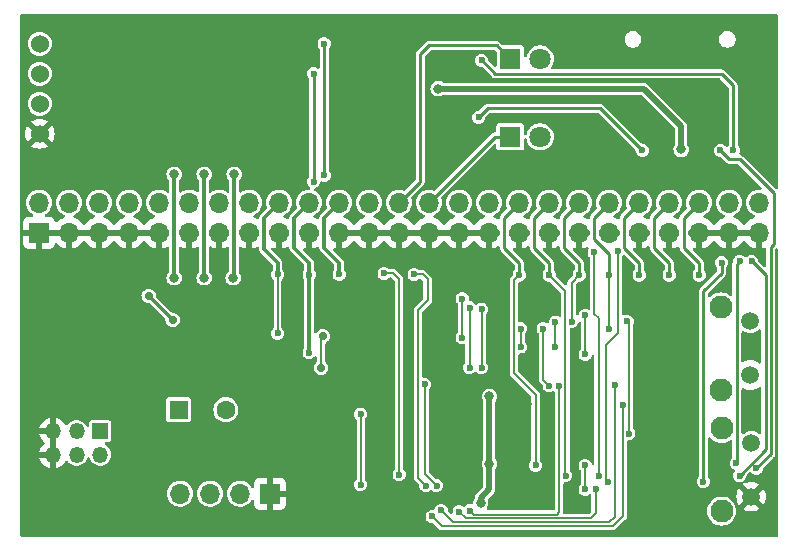
<source format=gbr>
G04 #@! TF.GenerationSoftware,KiCad,Pcbnew,8.0.7*
G04 #@! TF.CreationDate,2025-01-10T00:35:48-06:00*
G04 #@! TF.ProjectId,OpenFlops,4f70656e-466c-46f7-9073-2e6b69636164,1.0*
G04 #@! TF.SameCoordinates,PX72b28c8PY7654b98*
G04 #@! TF.FileFunction,Copper,L2,Bot*
G04 #@! TF.FilePolarity,Positive*
%FSLAX46Y46*%
G04 Gerber Fmt 4.6, Leading zero omitted, Abs format (unit mm)*
G04 Created by KiCad (PCBNEW 8.0.7) date 2025-01-10 00:35:48*
%MOMM*%
%LPD*%
G01*
G04 APERTURE LIST*
G04 #@! TA.AperFunction,ComponentPad*
%ADD10R,1.700000X1.700000*%
G04 #@! TD*
G04 #@! TA.AperFunction,ComponentPad*
%ADD11O,1.700000X1.700000*%
G04 #@! TD*
G04 #@! TA.AperFunction,ComponentPad*
%ADD12R,1.600000X1.600000*%
G04 #@! TD*
G04 #@! TA.AperFunction,ComponentPad*
%ADD13C,1.600000*%
G04 #@! TD*
G04 #@! TA.AperFunction,ComponentPad*
%ADD14C,1.950000*%
G04 #@! TD*
G04 #@! TA.AperFunction,ComponentPad*
%ADD15C,1.508000*%
G04 #@! TD*
G04 #@! TA.AperFunction,ComponentPad*
%ADD16R,1.800000X1.800000*%
G04 #@! TD*
G04 #@! TA.AperFunction,ComponentPad*
%ADD17C,1.800000*%
G04 #@! TD*
G04 #@! TA.AperFunction,ComponentPad*
%ADD18C,1.524000*%
G04 #@! TD*
G04 #@! TA.AperFunction,ComponentPad*
%ADD19R,1.350000X1.350000*%
G04 #@! TD*
G04 #@! TA.AperFunction,ComponentPad*
%ADD20O,1.350000X1.350000*%
G04 #@! TD*
G04 #@! TA.AperFunction,ViaPad*
%ADD21C,0.700000*%
G04 #@! TD*
G04 #@! TA.AperFunction,ViaPad*
%ADD22C,0.800000*%
G04 #@! TD*
G04 #@! TA.AperFunction,ViaPad*
%ADD23C,0.600000*%
G04 #@! TD*
G04 #@! TA.AperFunction,Conductor*
%ADD24C,0.127000*%
G04 #@! TD*
G04 #@! TA.AperFunction,Conductor*
%ADD25C,0.200000*%
G04 #@! TD*
G04 #@! TA.AperFunction,Conductor*
%ADD26C,0.250000*%
G04 #@! TD*
G04 #@! TA.AperFunction,Conductor*
%ADD27C,0.500000*%
G04 #@! TD*
G04 #@! TA.AperFunction,Conductor*
%ADD28C,0.300000*%
G04 #@! TD*
G04 APERTURE END LIST*
D10*
X21463000Y3937000D03*
D11*
X18923000Y3937000D03*
X16383000Y3937000D03*
X13843000Y3937000D03*
D12*
X13716000Y11049000D03*
D13*
X17716000Y11049000D03*
D14*
X59603000Y12756000D03*
X59603000Y19756000D03*
D15*
X62103000Y13981000D03*
X62103000Y18531000D03*
D16*
X41783000Y40767000D03*
D17*
X44323000Y40767000D03*
D14*
X59698000Y2469000D03*
X59698000Y9469000D03*
D15*
X62198000Y3694000D03*
X62198000Y8244000D03*
D18*
X1955000Y34417000D03*
X1955000Y36957000D03*
X1955000Y39497000D03*
X1955000Y42037000D03*
D16*
X41778000Y34163000D03*
D17*
X44318000Y34163000D03*
D19*
X7080000Y9239000D03*
D20*
X7080000Y7239000D03*
X5080000Y9239000D03*
X5080000Y7239000D03*
X3080000Y9239000D03*
X3080000Y7239000D03*
D10*
X1905000Y26035000D03*
D11*
X1905000Y28575000D03*
X4445000Y26035000D03*
X4445000Y28575000D03*
X6985000Y26035000D03*
X6985000Y28575000D03*
X9525000Y26035000D03*
X9525000Y28575000D03*
X12065000Y26035000D03*
X12065000Y28575000D03*
X14605000Y26035000D03*
X14605000Y28575000D03*
X17145000Y26035000D03*
X17145000Y28575000D03*
X19685000Y26035000D03*
X19685000Y28575000D03*
X22225000Y26035000D03*
X22225000Y28575000D03*
X24765000Y26035000D03*
X24765000Y28575000D03*
X27305000Y26035000D03*
X27305000Y28575000D03*
X29845000Y26035000D03*
X29845000Y28575000D03*
X32385000Y26035000D03*
X32385000Y28575000D03*
X34925000Y26035000D03*
X34925000Y28575000D03*
X37465000Y26035000D03*
X37465000Y28575000D03*
X40005000Y26035000D03*
X40005000Y28575000D03*
X42545000Y26035000D03*
X42545000Y28575000D03*
X45085000Y26035000D03*
X45085000Y28575000D03*
X47625000Y26035000D03*
X47625000Y28575000D03*
X50165000Y26035000D03*
X50165000Y28575000D03*
X52705000Y26035000D03*
X52705000Y28575000D03*
X55245000Y26035000D03*
X55245000Y28575000D03*
X57785000Y26035000D03*
X57785000Y28575000D03*
X60325000Y26035000D03*
X60325000Y28575000D03*
X62865000Y26035000D03*
X62865000Y28575000D03*
D21*
X18034000Y8763000D03*
X24892000Y5969000D03*
X25908000Y17272000D03*
X25781000Y14605000D03*
X13208000Y18669000D03*
X11176000Y20701000D03*
D22*
X4749800Y12827000D03*
D23*
X44931000Y7479000D03*
D22*
X31572200Y7366000D03*
X4648200Y22479000D03*
D23*
X40513000Y21590000D03*
D22*
X4572000Y18923000D03*
D23*
X33274000Y19812000D03*
X37631000Y9679000D03*
X40386000Y3403600D03*
X47931000Y10979000D03*
D22*
X54406800Y12014200D03*
D23*
X43942000Y30099000D03*
D22*
X4572000Y20320000D03*
X27305000Y18034000D03*
D23*
X41031000Y15113000D03*
X44069000Y4318000D03*
X37631000Y7279000D03*
D22*
X2413000Y14859000D03*
X55270400Y2413000D03*
X55880000Y18161000D03*
X32918400Y38227000D03*
X6477000Y16256000D03*
X43180000Y11506200D03*
D23*
X33147000Y17145000D03*
D22*
X62357000Y11557000D03*
X6477000Y14859000D03*
D23*
X28956000Y20574000D03*
X47931000Y7679000D03*
D22*
X29743400Y12065000D03*
X53721000Y16967200D03*
X25298400Y11633200D03*
X62103000Y15875000D03*
D23*
X42831000Y15279000D03*
D22*
X2413000Y20574000D03*
X6604000Y20320000D03*
X6604000Y18923000D03*
X58470800Y33121600D03*
D23*
X44931000Y10979000D03*
D22*
X4445000Y14986000D03*
D23*
X33147000Y18415000D03*
D22*
X4445000Y16383000D03*
X18415000Y30988000D03*
X40031000Y12179000D03*
X15875000Y30988000D03*
X56261000Y33096200D03*
X18331500Y22225000D03*
D23*
X29131000Y10679000D03*
D22*
X15875000Y22225000D03*
X35687000Y38227000D03*
X13335000Y22225000D03*
X13335000Y30988000D03*
X40031000Y6479000D03*
X39274904Y3129500D03*
D23*
X29131000Y4699000D03*
X48895000Y24384000D03*
X25146000Y39497000D03*
X25146000Y30353000D03*
X49276000Y5479000D03*
X26035000Y42037000D03*
X50038000Y4953000D03*
X50911790Y24522918D03*
X26035000Y30904500D03*
X24765000Y22483000D03*
X24765000Y15875000D03*
X32385000Y5552500D03*
X31115000Y22606000D03*
X33655000Y22517500D03*
X34645354Y4631000D03*
X22098000Y22506500D03*
X22098000Y17526000D03*
X48133000Y6350000D03*
X43942000Y6350000D03*
X48133000Y4318000D03*
X42545000Y22456500D03*
X46482000Y5461000D03*
X45085000Y22456500D03*
X47625000Y22456500D03*
X46990000Y18505000D03*
X51689000Y18542000D03*
X51831000Y9017000D03*
X50165000Y22456500D03*
X50165000Y17907000D03*
X45085000Y13081000D03*
X44577000Y17907000D03*
X37719000Y20447000D03*
X37719000Y17145000D03*
X52705000Y22456500D03*
X55245000Y22456500D03*
X38354000Y14605000D03*
X38354000Y19685000D03*
X39370000Y14605000D03*
X57785000Y22456500D03*
X39370000Y19561500D03*
X27305000Y22506500D03*
X45931000Y13080500D03*
X38354000Y2504500D03*
X42672000Y17907000D03*
X42672000Y16364500D03*
X45618400Y16364500D03*
X45618400Y18465800D03*
X48133000Y15748000D03*
X48133000Y19031500D03*
X35560000Y4631000D03*
X34544000Y13208000D03*
X37465000Y2413000D03*
X49022000Y4318000D03*
X52975000Y33020000D03*
X39116000Y35814000D03*
X59690000Y23495000D03*
X58131000Y4952500D03*
X60931000Y6541500D03*
X61214000Y23622000D03*
X61214000Y5479000D03*
X62230000Y23622000D03*
X59575000Y33020000D03*
X62611000Y6096000D03*
X60675000Y33020000D03*
X39370000Y40640000D03*
X35941000Y2540000D03*
X50651023Y13102977D03*
X51304500Y11479000D03*
X35179000Y2013500D03*
D24*
X22098000Y17526000D02*
X22098000Y22506500D01*
D25*
X34378500Y22517500D02*
X33655000Y22517500D01*
X34798000Y22098000D02*
X34378500Y22517500D01*
X34798000Y20320000D02*
X34798000Y22098000D01*
X33990000Y19512000D02*
X34798000Y20320000D01*
X33990000Y5286354D02*
X33990000Y19512000D01*
X34645354Y4631000D02*
X33990000Y5286354D01*
X34544000Y5647000D02*
X35560000Y4631000D01*
X34544000Y13208000D02*
X34544000Y5647000D01*
X25781000Y14605000D02*
X25781000Y17145000D01*
X25781000Y17145000D02*
X25908000Y17272000D01*
D26*
X11176000Y20701000D02*
X13208000Y18669000D01*
D27*
X40031000Y6479000D02*
X40031000Y4348500D01*
X56261000Y35052000D02*
X56261000Y33096200D01*
D28*
X15855000Y30968000D02*
X15875000Y30988000D01*
D27*
X40031000Y6479000D02*
X40031000Y12179000D01*
D28*
X15875000Y22225000D02*
X15855000Y22245000D01*
D27*
X53086000Y38227000D02*
X56261000Y35052000D01*
D28*
X15855000Y22245000D02*
X15855000Y30968000D01*
D27*
X39274904Y3592404D02*
X39274904Y3129500D01*
D28*
X13335000Y22225000D02*
X13335000Y30988000D01*
D27*
X35687000Y38227000D02*
X53086000Y38227000D01*
D25*
X29131000Y10679000D02*
X29131000Y4699000D01*
D28*
X18415000Y22308500D02*
X18415000Y31031500D01*
D27*
X40031000Y4348500D02*
X39274904Y3592404D01*
D28*
X18331500Y22225000D02*
X18415000Y22308500D01*
D25*
X48895000Y19177000D02*
X48895000Y24384000D01*
D26*
X25146000Y30353000D02*
X25146000Y39497000D01*
D25*
X49276000Y5479000D02*
X49276000Y18796000D01*
X49276000Y18796000D02*
X48895000Y19177000D01*
X50911790Y17510790D02*
X50911790Y24522918D01*
X49892000Y5099000D02*
X49892000Y16491000D01*
D26*
X26035000Y30904500D02*
X26035000Y42037000D01*
D25*
X49892000Y16491000D02*
X49911000Y16510000D01*
X49911000Y16510000D02*
X50911790Y17510790D01*
X50038000Y4953000D02*
X49892000Y5099000D01*
D28*
X23495000Y24765000D02*
X23495000Y27305000D01*
X24765000Y15875000D02*
X24765000Y22483000D01*
X24765000Y22483000D02*
X24765000Y23495000D01*
X23495000Y27305000D02*
X24765000Y28575000D01*
X24765000Y23495000D02*
X23495000Y24765000D01*
D25*
X32385000Y5552500D02*
X32385000Y22098000D01*
D26*
X40640000Y41910000D02*
X41021000Y41529000D01*
D25*
X31877000Y22606000D02*
X31115000Y22606000D01*
X32385000Y22098000D02*
X31877000Y22606000D01*
D26*
X34925000Y41910000D02*
X40640000Y41910000D01*
X34163000Y30353000D02*
X34163000Y41148000D01*
X34163000Y41148000D02*
X34925000Y41910000D01*
X32385000Y28575000D02*
X34163000Y30353000D01*
X40513000Y34163000D02*
X41778000Y34163000D01*
X34925000Y28575000D02*
X40513000Y34163000D01*
D28*
X22098000Y23495000D02*
X20955000Y24638000D01*
X20955000Y24638000D02*
X20955000Y27305000D01*
X20955000Y27305000D02*
X22225000Y28575000D01*
X22098000Y22506500D02*
X22098000Y23495000D01*
D26*
X42545000Y23495000D02*
X42545000Y22456500D01*
D25*
X42118000Y14143000D02*
X43942000Y12319000D01*
D26*
X41275000Y24765000D02*
X42545000Y23495000D01*
D25*
X42118000Y22029500D02*
X42118000Y14143000D01*
X43942000Y12319000D02*
X43942000Y6350000D01*
X48133000Y6350000D02*
X48133000Y4318000D01*
D26*
X42545000Y28575000D02*
X41275000Y27305000D01*
D25*
X42545000Y22456500D02*
X42118000Y22029500D01*
D26*
X41275000Y27305000D02*
X41275000Y24765000D01*
D25*
X46463000Y21078500D02*
X46463000Y5480000D01*
D26*
X43815000Y24765000D02*
X43815000Y27305000D01*
D25*
X46463000Y5480000D02*
X46482000Y5461000D01*
X45085000Y22456500D02*
X46463000Y21078500D01*
D26*
X43815000Y27305000D02*
X45085000Y28575000D01*
X45085000Y23495000D02*
X43815000Y24765000D01*
X45085000Y22456500D02*
X45085000Y23495000D01*
X46355000Y27305000D02*
X46355000Y24765000D01*
D25*
X51831000Y18400000D02*
X51689000Y18542000D01*
D26*
X46355000Y24765000D02*
X47625000Y23495000D01*
X47625000Y28575000D02*
X46355000Y27305000D01*
D25*
X47625000Y22456500D02*
X46990000Y21821500D01*
X46990000Y21821500D02*
X46990000Y18505000D01*
X51831000Y9017000D02*
X51831000Y18400000D01*
D26*
X47625000Y23495000D02*
X47625000Y22456500D01*
X48895000Y27305000D02*
X48895000Y25527000D01*
D25*
X50165000Y17907000D02*
X50165000Y22456500D01*
D26*
X50165000Y24257000D02*
X50165000Y22456500D01*
X50165000Y28575000D02*
X48895000Y27305000D01*
X48895000Y25527000D02*
X50165000Y24257000D01*
D25*
X45085000Y13081000D02*
X44577000Y13589000D01*
X44577000Y13589000D02*
X44577000Y17907000D01*
D26*
X52705000Y23495000D02*
X52705000Y22456500D01*
X52705000Y28575000D02*
X51435000Y27305000D01*
X51435000Y24765000D02*
X52705000Y23495000D01*
D25*
X37719000Y17145000D02*
X37719000Y20447000D01*
D26*
X51435000Y27305000D02*
X51435000Y24765000D01*
X53975000Y24765000D02*
X55245000Y23495000D01*
X55245000Y28575000D02*
X53975000Y27305000D01*
X55245000Y23495000D02*
X55245000Y22456500D01*
D25*
X38354000Y19685000D02*
X38354000Y14605000D01*
D26*
X53975000Y27305000D02*
X53975000Y24765000D01*
X56495000Y27285000D02*
X56495000Y24785000D01*
D25*
X39370000Y19561500D02*
X39370000Y14605000D01*
D26*
X57785000Y28575000D02*
X56495000Y27285000D01*
X56495000Y24785000D02*
X57785000Y23495000D01*
X57785000Y23495000D02*
X57785000Y22456500D01*
D28*
X27305000Y22506500D02*
X27305000Y23495000D01*
X26035000Y27305000D02*
X27305000Y28575000D01*
X26035000Y24765000D02*
X26035000Y27305000D01*
X27305000Y23495000D02*
X26035000Y24765000D01*
D25*
X45931000Y2379000D02*
X45731000Y2179000D01*
X38715000Y2179000D02*
X38354000Y2540000D01*
X38354000Y2540000D02*
X38354000Y2504500D01*
X45931000Y13080500D02*
X45931000Y2379000D01*
X45731000Y2179000D02*
X38715000Y2179000D01*
X42672000Y16364500D02*
X42672000Y17907000D01*
X45618400Y16364500D02*
X45618400Y18465800D01*
X48133000Y15748000D02*
X48133000Y19031500D01*
X48588000Y1852000D02*
X38026000Y1852000D01*
X49022000Y4318000D02*
X49022000Y2286000D01*
X49022000Y2286000D02*
X48588000Y1852000D01*
X38026000Y1852000D02*
X37465000Y2413000D01*
D26*
X39878000Y36576000D02*
X39116000Y35814000D01*
X49403000Y36576000D02*
X39878000Y36576000D01*
X52975000Y33020000D02*
X52959000Y33020000D01*
X52959000Y33020000D02*
X49403000Y36576000D01*
X59690000Y22638000D02*
X59690000Y23495000D01*
X58131000Y4952500D02*
X58131000Y21079000D01*
X58131000Y21079000D02*
X59690000Y22638000D01*
X60974000Y23382000D02*
X60974000Y6584500D01*
X60974000Y6584500D02*
X60931000Y6541500D01*
X61214000Y23622000D02*
X60974000Y23382000D01*
X63431000Y22421000D02*
X62230000Y23622000D01*
X63431000Y7696000D02*
X63431000Y22421000D01*
X61214000Y5479000D02*
X63431000Y7696000D01*
X61214000Y32258000D02*
X64090000Y29382000D01*
X63831000Y24810500D02*
X63831000Y7316000D01*
X63831000Y7316000D02*
X62611000Y6096000D01*
X59575000Y33020000D02*
X60337000Y32258000D01*
X60337000Y32258000D02*
X61214000Y32258000D01*
X64090000Y25069500D02*
X63831000Y24810500D01*
X64090000Y29382000D02*
X64090000Y25069500D01*
X40513000Y39497000D02*
X39370000Y40640000D01*
X59690000Y39497000D02*
X40513000Y39497000D01*
X60675000Y33020000D02*
X60675000Y38512000D01*
X60675000Y38512000D02*
X59690000Y39497000D01*
D25*
X35941000Y2540000D02*
X36956000Y1525000D01*
X50651023Y2010023D02*
X50651023Y13102977D01*
X36956000Y1525000D02*
X50166000Y1525000D01*
X50166000Y1525000D02*
X50651023Y2010023D01*
X36013000Y1198000D02*
X50474000Y1198000D01*
X35179000Y2032000D02*
X35179000Y2013500D01*
X50474000Y1198000D02*
X51304500Y2028500D01*
X51304500Y2028500D02*
X51304500Y11479000D01*
X35179000Y2032000D02*
X36013000Y1198000D01*
G04 #@! TA.AperFunction,Conductor*
G36*
X3330000Y7554686D02*
G01*
X3325606Y7559080D01*
X3234394Y7611741D01*
X3132661Y7639000D01*
X3027339Y7639000D01*
X2925606Y7611741D01*
X2834394Y7559080D01*
X2830000Y7554686D01*
X2830000Y8923314D01*
X2834394Y8918920D01*
X2925606Y8866259D01*
X3027339Y8839000D01*
X3132661Y8839000D01*
X3234394Y8866259D01*
X3325606Y8918920D01*
X3330000Y8923314D01*
X3330000Y7554686D01*
G37*
G04 #@! TD.AperFunction*
G04 #@! TA.AperFunction,Conductor*
G36*
X64412539Y44510815D02*
G01*
X64458294Y44458011D01*
X64469500Y44406500D01*
X64469500Y29838556D01*
X64449815Y29771517D01*
X64397011Y29725762D01*
X64327853Y29715818D01*
X64264297Y29744843D01*
X64257819Y29750875D01*
X61524746Y32483948D01*
X61524744Y32483951D01*
X61447020Y32561675D01*
X61447015Y32561679D01*
X61360485Y32611637D01*
X61360482Y32611638D01*
X61340084Y32617104D01*
X61268030Y32636411D01*
X61208372Y32672776D01*
X61177844Y32735623D01*
X61185565Y32803635D01*
X61215228Y32875246D01*
X61229790Y32985858D01*
X61234285Y33019999D01*
X61234285Y33020002D01*
X61215228Y33164753D01*
X61215228Y33164754D01*
X61159355Y33299642D01*
X61126624Y33342298D01*
X61080124Y33402899D01*
X61054930Y33468068D01*
X61054500Y33478385D01*
X61054500Y38561960D01*
X61054500Y38561962D01*
X61028638Y38658482D01*
X60978676Y38745019D01*
X60908019Y38815676D01*
X60908018Y38815677D01*
X60903688Y38820007D01*
X60903677Y38820017D01*
X60000746Y39722948D01*
X60000744Y39722951D01*
X59923020Y39800675D01*
X59923015Y39800679D01*
X59836485Y39850637D01*
X59836482Y39850638D01*
X59816084Y39856104D01*
X59739962Y39876501D01*
X59640038Y39876501D01*
X59632442Y39876501D01*
X59632426Y39876500D01*
X45346262Y39876500D01*
X45279223Y39896185D01*
X45233468Y39948989D01*
X45223524Y40018147D01*
X45247308Y40075227D01*
X45308781Y40156630D01*
X45404151Y40348160D01*
X45404151Y40348163D01*
X45404153Y40348165D01*
X45446001Y40495248D01*
X45462704Y40553952D01*
X45482446Y40767000D01*
X45471698Y40882983D01*
X45462704Y40980048D01*
X45462703Y40980051D01*
X45404153Y41185836D01*
X45404150Y41185842D01*
X45397456Y41199285D01*
X45308781Y41377370D01*
X45179841Y41548114D01*
X45021722Y41692258D01*
X45021716Y41692262D01*
X45021713Y41692264D01*
X44839813Y41804892D01*
X44839807Y41804894D01*
X44640297Y41882185D01*
X44429980Y41921500D01*
X44216020Y41921500D01*
X44005703Y41882185D01*
X43923876Y41850485D01*
X43806192Y41804894D01*
X43806186Y41804892D01*
X43624286Y41692264D01*
X43624283Y41692262D01*
X43624279Y41692260D01*
X43624278Y41692258D01*
X43555182Y41629269D01*
X43466158Y41548113D01*
X43337219Y41377371D01*
X43241849Y41185842D01*
X43241846Y41185836D01*
X43181727Y40974534D01*
X43180513Y40974880D01*
X43151710Y40918249D01*
X43091394Y40882983D01*
X43021586Y40885924D01*
X42964450Y40926140D01*
X42938127Y40990861D01*
X42937499Y41003325D01*
X42937499Y41692064D01*
X42937499Y41692066D01*
X42922734Y41766301D01*
X42875007Y41837729D01*
X42866484Y41850485D01*
X42803988Y41892243D01*
X42782301Y41906734D01*
X42782299Y41906735D01*
X42782296Y41906736D01*
X42708071Y41921500D01*
X42708067Y41921500D01*
X41216556Y41921500D01*
X41149517Y41941185D01*
X41128875Y41957819D01*
X40950746Y42135948D01*
X40950744Y42135951D01*
X40873020Y42213675D01*
X40873015Y42213679D01*
X40786485Y42263637D01*
X40786482Y42263638D01*
X40786478Y42263639D01*
X40766084Y42269104D01*
X40689962Y42289501D01*
X40590038Y42289501D01*
X40582442Y42289501D01*
X40582426Y42289500D01*
X34982574Y42289500D01*
X34982558Y42289501D01*
X34974962Y42289501D01*
X34875038Y42289501D01*
X34798915Y42269104D01*
X34798913Y42269104D01*
X34778519Y42263639D01*
X34691982Y42213677D01*
X34691979Y42213675D01*
X33859325Y41381021D01*
X33859321Y41381016D01*
X33809361Y41294483D01*
X33809362Y41294483D01*
X33809362Y41294482D01*
X33783499Y41197961D01*
X33783499Y41088049D01*
X33783500Y41088036D01*
X33783500Y30561557D01*
X33763815Y30494518D01*
X33747181Y30473876D01*
X32909043Y29635739D01*
X32847720Y29602254D01*
X32778028Y29607238D01*
X32776569Y29607793D01*
X32688561Y29641887D01*
X32688556Y29641888D01*
X32487347Y29679500D01*
X32282653Y29679500D01*
X32081444Y29641888D01*
X32081441Y29641888D01*
X32081441Y29641887D01*
X31890575Y29567946D01*
X31890569Y29567943D01*
X31716539Y29460188D01*
X31716537Y29460186D01*
X31565269Y29322288D01*
X31441912Y29158936D01*
X31350673Y28975705D01*
X31294654Y28778817D01*
X31275768Y28575001D01*
X31275768Y28575000D01*
X31294654Y28371184D01*
X31350673Y28174296D01*
X31441912Y27991065D01*
X31565269Y27827713D01*
X31716537Y27689815D01*
X31716539Y27689813D01*
X31890569Y27582058D01*
X31890571Y27582057D01*
X31890573Y27582056D01*
X31941313Y27562399D01*
X31966737Y27552550D01*
X32022139Y27509977D01*
X32045730Y27444211D01*
X32030019Y27376130D01*
X31979996Y27327351D01*
X31954040Y27317149D01*
X31921519Y27308435D01*
X31921507Y27308430D01*
X31707422Y27208601D01*
X31707420Y27208600D01*
X31513926Y27073114D01*
X31513920Y27073109D01*
X31346891Y26906080D01*
X31346890Y26906078D01*
X31216575Y26719969D01*
X31161998Y26676345D01*
X31092499Y26669152D01*
X31030145Y26700674D01*
X31013425Y26719969D01*
X30883109Y26906078D01*
X30883108Y26906080D01*
X30716082Y27073106D01*
X30522578Y27208601D01*
X30308492Y27308430D01*
X30308477Y27308436D01*
X30275960Y27317149D01*
X30216300Y27353514D01*
X30185772Y27416362D01*
X30194067Y27485737D01*
X30238553Y27539614D01*
X30263257Y27552548D01*
X30339427Y27582056D01*
X30513462Y27689814D01*
X30664732Y27827715D01*
X30788088Y27991065D01*
X30879328Y28174299D01*
X30935345Y28371179D01*
X30954232Y28575000D01*
X30935345Y28778821D01*
X30879328Y28975701D01*
X30788088Y29158935D01*
X30728904Y29237307D01*
X30664730Y29322288D01*
X30513462Y29460186D01*
X30513460Y29460188D01*
X30339430Y29567943D01*
X30339424Y29567946D01*
X30164428Y29635739D01*
X30148556Y29641888D01*
X29947347Y29679500D01*
X29742653Y29679500D01*
X29541444Y29641888D01*
X29541441Y29641888D01*
X29541441Y29641887D01*
X29350575Y29567946D01*
X29350569Y29567943D01*
X29176539Y29460188D01*
X29176537Y29460186D01*
X29025269Y29322288D01*
X28901912Y29158936D01*
X28810673Y28975705D01*
X28754654Y28778817D01*
X28735768Y28575001D01*
X28735768Y28575000D01*
X28754654Y28371184D01*
X28810673Y28174296D01*
X28901912Y27991065D01*
X29025269Y27827713D01*
X29176537Y27689815D01*
X29176539Y27689813D01*
X29350569Y27582058D01*
X29350571Y27582057D01*
X29350573Y27582056D01*
X29401313Y27562399D01*
X29426737Y27552550D01*
X29482139Y27509977D01*
X29505730Y27444211D01*
X29490019Y27376130D01*
X29439996Y27327351D01*
X29414040Y27317149D01*
X29381519Y27308435D01*
X29381507Y27308430D01*
X29167422Y27208601D01*
X29167420Y27208600D01*
X28973926Y27073114D01*
X28973920Y27073109D01*
X28806891Y26906080D01*
X28806890Y26906078D01*
X28676575Y26719969D01*
X28621998Y26676345D01*
X28552499Y26669152D01*
X28490145Y26700674D01*
X28473425Y26719969D01*
X28343109Y26906078D01*
X28343108Y26906080D01*
X28176082Y27073106D01*
X27982578Y27208601D01*
X27768492Y27308430D01*
X27768477Y27308436D01*
X27735960Y27317149D01*
X27676300Y27353514D01*
X27645772Y27416362D01*
X27654067Y27485737D01*
X27698553Y27539614D01*
X27723257Y27552548D01*
X27799427Y27582056D01*
X27973462Y27689814D01*
X28124732Y27827715D01*
X28248088Y27991065D01*
X28339328Y28174299D01*
X28395345Y28371179D01*
X28414232Y28575000D01*
X28395345Y28778821D01*
X28339328Y28975701D01*
X28248088Y29158935D01*
X28188904Y29237307D01*
X28124730Y29322288D01*
X27973462Y29460186D01*
X27973460Y29460188D01*
X27799430Y29567943D01*
X27799424Y29567946D01*
X27624428Y29635739D01*
X27608556Y29641888D01*
X27407347Y29679500D01*
X27202653Y29679500D01*
X27001444Y29641888D01*
X27001441Y29641888D01*
X27001441Y29641887D01*
X26810575Y29567946D01*
X26810569Y29567943D01*
X26636539Y29460188D01*
X26636537Y29460186D01*
X26485269Y29322288D01*
X26361912Y29158936D01*
X26270673Y28975705D01*
X26214654Y28778817D01*
X26195768Y28575001D01*
X26195768Y28575000D01*
X26214654Y28371184D01*
X26264370Y28196449D01*
X26263782Y28126581D01*
X26232784Y28074834D01*
X25786631Y27628680D01*
X25711322Y27553372D01*
X25711320Y27553369D01*
X25658066Y27461132D01*
X25630500Y27358253D01*
X25630500Y27314878D01*
X25610815Y27247839D01*
X25558011Y27202084D01*
X25488853Y27192140D01*
X25447543Y27206437D01*
X25447485Y27206312D01*
X25446279Y27206875D01*
X25444503Y27207489D01*
X25442579Y27208600D01*
X25228492Y27308430D01*
X25228477Y27308436D01*
X25195960Y27317149D01*
X25136300Y27353514D01*
X25105772Y27416362D01*
X25114067Y27485737D01*
X25158553Y27539614D01*
X25183257Y27552548D01*
X25259427Y27582056D01*
X25433462Y27689814D01*
X25584732Y27827715D01*
X25708088Y27991065D01*
X25799328Y28174299D01*
X25855345Y28371179D01*
X25874232Y28575000D01*
X25855345Y28778821D01*
X25799328Y28975701D01*
X25708088Y29158935D01*
X25648904Y29237307D01*
X25584730Y29322288D01*
X25433462Y29460186D01*
X25433460Y29460188D01*
X25259430Y29567943D01*
X25259421Y29567947D01*
X25248052Y29572351D01*
X25192650Y29614923D01*
X25169059Y29680690D01*
X25184770Y29748771D01*
X25234793Y29797550D01*
X25276660Y29810917D01*
X25290754Y29812772D01*
X25425643Y29868645D01*
X25541474Y29957526D01*
X25630355Y30073357D01*
X25686228Y30208246D01*
X25695164Y30276125D01*
X25723430Y30340021D01*
X25781755Y30378492D01*
X25851619Y30379323D01*
X25865545Y30374504D01*
X25890246Y30364272D01*
X25962623Y30354744D01*
X26034999Y30345215D01*
X26035000Y30345215D01*
X26035001Y30345215D01*
X26094126Y30352999D01*
X26179754Y30364272D01*
X26314643Y30420145D01*
X26430474Y30509026D01*
X26519355Y30624857D01*
X26575228Y30759746D01*
X26594285Y30904500D01*
X26575228Y31049254D01*
X26519355Y31184142D01*
X26502563Y31206025D01*
X26440124Y31287399D01*
X26414930Y31352568D01*
X26414500Y31362885D01*
X26414500Y41578616D01*
X26434185Y41645655D01*
X26440115Y41654092D01*
X26519355Y41757357D01*
X26575228Y41892246D01*
X26594285Y42037000D01*
X26589244Y42075288D01*
X26575228Y42181753D01*
X26575228Y42181754D01*
X26519355Y42316642D01*
X26430474Y42432474D01*
X26370633Y42478392D01*
X51470500Y42478392D01*
X51470500Y42339609D01*
X51497571Y42203513D01*
X51497573Y42203505D01*
X51550678Y42075297D01*
X51550683Y42075288D01*
X51627778Y41959908D01*
X51627781Y41959904D01*
X51725903Y41861782D01*
X51725907Y41861779D01*
X51841287Y41784684D01*
X51841293Y41784681D01*
X51841294Y41784680D01*
X51969505Y41731573D01*
X52105608Y41704501D01*
X52105612Y41704500D01*
X52105613Y41704500D01*
X52244388Y41704500D01*
X52244389Y41704501D01*
X52380495Y41731573D01*
X52508706Y41784680D01*
X52624093Y41861779D01*
X52722221Y41959907D01*
X52799320Y42075294D01*
X52852427Y42203505D01*
X52879500Y42339613D01*
X52879500Y42478387D01*
X52879499Y42478392D01*
X59470500Y42478392D01*
X59470500Y42339609D01*
X59497571Y42203513D01*
X59497573Y42203505D01*
X59550678Y42075297D01*
X59550683Y42075288D01*
X59627778Y41959908D01*
X59627781Y41959904D01*
X59725903Y41861782D01*
X59725907Y41861779D01*
X59841287Y41784684D01*
X59841293Y41784681D01*
X59841294Y41784680D01*
X59969505Y41731573D01*
X60105608Y41704501D01*
X60105612Y41704500D01*
X60105613Y41704500D01*
X60244388Y41704500D01*
X60244389Y41704501D01*
X60380495Y41731573D01*
X60508706Y41784680D01*
X60624093Y41861779D01*
X60722221Y41959907D01*
X60799320Y42075294D01*
X60852427Y42203505D01*
X60879500Y42339613D01*
X60879500Y42478387D01*
X60852427Y42614495D01*
X60799320Y42742706D01*
X60799319Y42742707D01*
X60799316Y42742713D01*
X60722221Y42858093D01*
X60722218Y42858097D01*
X60624096Y42956219D01*
X60624092Y42956222D01*
X60508712Y43033317D01*
X60508703Y43033322D01*
X60380495Y43086427D01*
X60380487Y43086429D01*
X60244391Y43113500D01*
X60244387Y43113500D01*
X60105613Y43113500D01*
X60105608Y43113500D01*
X59969512Y43086429D01*
X59969504Y43086427D01*
X59841296Y43033322D01*
X59841287Y43033317D01*
X59725907Y42956222D01*
X59725903Y42956219D01*
X59627781Y42858097D01*
X59627778Y42858093D01*
X59550683Y42742713D01*
X59550678Y42742704D01*
X59497573Y42614496D01*
X59497571Y42614488D01*
X59470500Y42478392D01*
X52879499Y42478392D01*
X52852427Y42614495D01*
X52799320Y42742706D01*
X52799319Y42742707D01*
X52799316Y42742713D01*
X52722221Y42858093D01*
X52722218Y42858097D01*
X52624096Y42956219D01*
X52624092Y42956222D01*
X52508712Y43033317D01*
X52508703Y43033322D01*
X52380495Y43086427D01*
X52380487Y43086429D01*
X52244391Y43113500D01*
X52244387Y43113500D01*
X52105613Y43113500D01*
X52105608Y43113500D01*
X51969512Y43086429D01*
X51969504Y43086427D01*
X51841296Y43033322D01*
X51841287Y43033317D01*
X51725907Y42956222D01*
X51725903Y42956219D01*
X51627781Y42858097D01*
X51627778Y42858093D01*
X51550683Y42742713D01*
X51550678Y42742704D01*
X51497573Y42614496D01*
X51497571Y42614488D01*
X51470500Y42478392D01*
X26370633Y42478392D01*
X26314643Y42521355D01*
X26314640Y42521356D01*
X26314638Y42521358D01*
X26179757Y42577227D01*
X26179752Y42577229D01*
X26035001Y42596285D01*
X26034999Y42596285D01*
X25890247Y42577229D01*
X25890245Y42577228D01*
X25755361Y42521357D01*
X25755358Y42521356D01*
X25755358Y42521355D01*
X25639526Y42432474D01*
X25568271Y42339612D01*
X25550643Y42316639D01*
X25494772Y42181755D01*
X25494771Y42181753D01*
X25475715Y42037002D01*
X25475715Y42036999D01*
X25494771Y41892248D01*
X25494773Y41892243D01*
X25550642Y41757362D01*
X25550642Y41757361D01*
X25550644Y41757358D01*
X25550645Y41757357D01*
X25629876Y41654102D01*
X25655070Y41588934D01*
X25655500Y41578616D01*
X25655500Y40056427D01*
X25635815Y39989388D01*
X25583011Y39943633D01*
X25513853Y39933689D01*
X25456014Y39958051D01*
X25425643Y39981355D01*
X25425638Y39981358D01*
X25290757Y40037227D01*
X25290752Y40037229D01*
X25146001Y40056285D01*
X25145999Y40056285D01*
X25001247Y40037229D01*
X25001245Y40037228D01*
X24866361Y39981357D01*
X24866358Y39981356D01*
X24866358Y39981355D01*
X24750526Y39892474D01*
X24738270Y39876501D01*
X24661643Y39776639D01*
X24605772Y39641755D01*
X24605771Y39641753D01*
X24586715Y39497002D01*
X24586715Y39496999D01*
X24605771Y39352248D01*
X24605773Y39352243D01*
X24661642Y39217362D01*
X24661642Y39217361D01*
X24661644Y39217358D01*
X24661645Y39217357D01*
X24740876Y39114102D01*
X24766070Y39048934D01*
X24766500Y39038616D01*
X24766500Y30811385D01*
X24746815Y30744346D01*
X24740876Y30735899D01*
X24661645Y30632643D01*
X24661643Y30632640D01*
X24605772Y30497755D01*
X24605771Y30497753D01*
X24586715Y30353002D01*
X24586715Y30352999D01*
X24605771Y30208248D01*
X24605773Y30208243D01*
X24661642Y30073362D01*
X24661645Y30073356D01*
X24750525Y29957527D01*
X24750526Y29957526D01*
X24823051Y29901875D01*
X24864253Y29845447D01*
X24868408Y29775701D01*
X24834195Y29714781D01*
X24772478Y29682029D01*
X24747564Y29679500D01*
X24662653Y29679500D01*
X24461444Y29641888D01*
X24461441Y29641888D01*
X24461441Y29641887D01*
X24270575Y29567946D01*
X24270569Y29567943D01*
X24096539Y29460188D01*
X24096537Y29460186D01*
X23945269Y29322288D01*
X23821912Y29158936D01*
X23730673Y28975705D01*
X23674654Y28778817D01*
X23655768Y28575001D01*
X23655768Y28575000D01*
X23674654Y28371184D01*
X23724370Y28196449D01*
X23723782Y28126581D01*
X23692784Y28074834D01*
X23246631Y27628680D01*
X23171322Y27553372D01*
X23171320Y27553369D01*
X23118066Y27461132D01*
X23090500Y27358253D01*
X23090500Y27314878D01*
X23070815Y27247839D01*
X23018011Y27202084D01*
X22948853Y27192140D01*
X22907543Y27206437D01*
X22907485Y27206312D01*
X22906279Y27206875D01*
X22904503Y27207489D01*
X22902579Y27208600D01*
X22688492Y27308430D01*
X22688477Y27308436D01*
X22655960Y27317149D01*
X22596300Y27353514D01*
X22565772Y27416362D01*
X22574067Y27485737D01*
X22618553Y27539614D01*
X22643257Y27552548D01*
X22719427Y27582056D01*
X22893462Y27689814D01*
X23044732Y27827715D01*
X23168088Y27991065D01*
X23259328Y28174299D01*
X23315345Y28371179D01*
X23334232Y28575000D01*
X23315345Y28778821D01*
X23259328Y28975701D01*
X23168088Y29158935D01*
X23108904Y29237307D01*
X23044730Y29322288D01*
X22893462Y29460186D01*
X22893460Y29460188D01*
X22719430Y29567943D01*
X22719424Y29567946D01*
X22544428Y29635739D01*
X22528556Y29641888D01*
X22327347Y29679500D01*
X22122653Y29679500D01*
X21921444Y29641888D01*
X21921441Y29641888D01*
X21921441Y29641887D01*
X21730575Y29567946D01*
X21730569Y29567943D01*
X21556539Y29460188D01*
X21556537Y29460186D01*
X21405269Y29322288D01*
X21281912Y29158936D01*
X21190673Y28975705D01*
X21134654Y28778817D01*
X21115768Y28575001D01*
X21115768Y28575000D01*
X21134654Y28371184D01*
X21184370Y28196449D01*
X21183782Y28126581D01*
X21152784Y28074834D01*
X20706631Y27628680D01*
X20631322Y27553372D01*
X20631320Y27553369D01*
X20578066Y27461132D01*
X20550500Y27358253D01*
X20550500Y27314878D01*
X20530815Y27247839D01*
X20478011Y27202084D01*
X20408853Y27192140D01*
X20367543Y27206437D01*
X20367485Y27206312D01*
X20366279Y27206875D01*
X20364503Y27207489D01*
X20362579Y27208600D01*
X20148492Y27308430D01*
X20148477Y27308436D01*
X20115960Y27317149D01*
X20056300Y27353514D01*
X20025772Y27416362D01*
X20034067Y27485737D01*
X20078553Y27539614D01*
X20103257Y27552548D01*
X20179427Y27582056D01*
X20353462Y27689814D01*
X20504732Y27827715D01*
X20628088Y27991065D01*
X20719328Y28174299D01*
X20775345Y28371179D01*
X20794232Y28575000D01*
X20775345Y28778821D01*
X20719328Y28975701D01*
X20628088Y29158935D01*
X20568904Y29237307D01*
X20504730Y29322288D01*
X20353462Y29460186D01*
X20353460Y29460188D01*
X20179430Y29567943D01*
X20179424Y29567946D01*
X20004428Y29635739D01*
X19988556Y29641888D01*
X19787347Y29679500D01*
X19582653Y29679500D01*
X19381444Y29641888D01*
X19381441Y29641888D01*
X19381441Y29641887D01*
X19190575Y29567946D01*
X19190569Y29567943D01*
X19011663Y29457168D01*
X19010754Y29458637D01*
X18952854Y29436769D01*
X18884521Y29451340D01*
X18834913Y29500542D01*
X18819500Y29560416D01*
X18819500Y30416146D01*
X18839185Y30483185D01*
X18861271Y30508960D01*
X18908498Y30550799D01*
X18998787Y30681605D01*
X19055149Y30830218D01*
X19074307Y30988000D01*
X19066869Y31049254D01*
X19055149Y31145782D01*
X18998787Y31294395D01*
X18908498Y31425201D01*
X18908495Y31425204D01*
X18908493Y31425206D01*
X18789530Y31530599D01*
X18648791Y31604464D01*
X18494472Y31642500D01*
X18494471Y31642500D01*
X18335529Y31642500D01*
X18335528Y31642500D01*
X18181208Y31604464D01*
X18040469Y31530599D01*
X17921506Y31425206D01*
X17921500Y31425199D01*
X17831214Y31294398D01*
X17774850Y31145782D01*
X17755693Y30988001D01*
X17755693Y30988000D01*
X17774850Y30830219D01*
X17781993Y30811385D01*
X17831213Y30681605D01*
X17921502Y30550799D01*
X17968727Y30508961D01*
X18005854Y30449772D01*
X18010500Y30416146D01*
X18010500Y29560416D01*
X17990815Y29493377D01*
X17938011Y29447622D01*
X17868853Y29437678D01*
X17819102Y29458405D01*
X17818337Y29457168D01*
X17639430Y29567943D01*
X17639424Y29567946D01*
X17464428Y29635739D01*
X17448556Y29641888D01*
X17247347Y29679500D01*
X17042653Y29679500D01*
X16841444Y29641888D01*
X16841441Y29641888D01*
X16841441Y29641887D01*
X16650575Y29567946D01*
X16650569Y29567943D01*
X16476539Y29460188D01*
X16476537Y29460186D01*
X16467038Y29451526D01*
X16404234Y29420909D01*
X16334847Y29429107D01*
X16280907Y29473516D01*
X16259539Y29540039D01*
X16259500Y29543163D01*
X16259500Y30398428D01*
X16279185Y30465467D01*
X16301268Y30491239D01*
X16368498Y30550799D01*
X16458787Y30681605D01*
X16515149Y30830218D01*
X16534307Y30988000D01*
X16526869Y31049254D01*
X16515149Y31145782D01*
X16458787Y31294395D01*
X16368498Y31425201D01*
X16368495Y31425204D01*
X16368493Y31425206D01*
X16249530Y31530599D01*
X16108791Y31604464D01*
X15954472Y31642500D01*
X15954471Y31642500D01*
X15795529Y31642500D01*
X15795528Y31642500D01*
X15641208Y31604464D01*
X15500469Y31530599D01*
X15381506Y31425206D01*
X15381500Y31425199D01*
X15291214Y31294398D01*
X15234850Y31145782D01*
X15215693Y30988001D01*
X15215693Y30988000D01*
X15234850Y30830219D01*
X15241993Y30811385D01*
X15291213Y30681605D01*
X15381502Y30550799D01*
X15381503Y30550798D01*
X15381505Y30550796D01*
X15408726Y30526681D01*
X15445853Y30467492D01*
X15450500Y30433865D01*
X15450500Y29573192D01*
X15430815Y29506153D01*
X15378011Y29460398D01*
X15308853Y29450454D01*
X15261223Y29467765D01*
X15099430Y29567943D01*
X15099424Y29567946D01*
X14924428Y29635739D01*
X14908556Y29641888D01*
X14707347Y29679500D01*
X14502653Y29679500D01*
X14301444Y29641888D01*
X14301441Y29641888D01*
X14301441Y29641887D01*
X14110575Y29567946D01*
X14110569Y29567943D01*
X13931663Y29457168D01*
X13930754Y29458637D01*
X13872854Y29436769D01*
X13804521Y29451340D01*
X13754913Y29500542D01*
X13739500Y29560416D01*
X13739500Y30416146D01*
X13759185Y30483185D01*
X13781271Y30508960D01*
X13828498Y30550799D01*
X13918787Y30681605D01*
X13975149Y30830218D01*
X13994307Y30988000D01*
X13986869Y31049254D01*
X13975149Y31145782D01*
X13918787Y31294395D01*
X13828498Y31425201D01*
X13828495Y31425204D01*
X13828493Y31425206D01*
X13709530Y31530599D01*
X13568791Y31604464D01*
X13414472Y31642500D01*
X13414471Y31642500D01*
X13255529Y31642500D01*
X13255528Y31642500D01*
X13101208Y31604464D01*
X12960469Y31530599D01*
X12841506Y31425206D01*
X12841500Y31425199D01*
X12751214Y31294398D01*
X12694850Y31145782D01*
X12675693Y30988001D01*
X12675693Y30988000D01*
X12694850Y30830219D01*
X12701993Y30811385D01*
X12751213Y30681605D01*
X12841502Y30550799D01*
X12888727Y30508961D01*
X12925854Y30449772D01*
X12930500Y30416146D01*
X12930500Y29560416D01*
X12910815Y29493377D01*
X12858011Y29447622D01*
X12788853Y29437678D01*
X12739102Y29458405D01*
X12738337Y29457168D01*
X12559430Y29567943D01*
X12559424Y29567946D01*
X12384428Y29635739D01*
X12368556Y29641888D01*
X12167347Y29679500D01*
X11962653Y29679500D01*
X11761444Y29641888D01*
X11761441Y29641888D01*
X11761441Y29641887D01*
X11570575Y29567946D01*
X11570569Y29567943D01*
X11396539Y29460188D01*
X11396537Y29460186D01*
X11245269Y29322288D01*
X11121912Y29158936D01*
X11030673Y28975705D01*
X10974654Y28778817D01*
X10955768Y28575001D01*
X10955768Y28575000D01*
X10974654Y28371184D01*
X11030673Y28174296D01*
X11121912Y27991065D01*
X11245269Y27827713D01*
X11396537Y27689815D01*
X11396539Y27689813D01*
X11570569Y27582058D01*
X11570571Y27582057D01*
X11570573Y27582056D01*
X11621313Y27562399D01*
X11646737Y27552550D01*
X11702139Y27509977D01*
X11725730Y27444211D01*
X11710019Y27376130D01*
X11659996Y27327351D01*
X11634040Y27317149D01*
X11601519Y27308435D01*
X11601507Y27308430D01*
X11387422Y27208601D01*
X11387420Y27208600D01*
X11193926Y27073114D01*
X11193920Y27073109D01*
X11026891Y26906080D01*
X11026890Y26906078D01*
X10896575Y26719969D01*
X10841998Y26676345D01*
X10772499Y26669152D01*
X10710145Y26700674D01*
X10693425Y26719969D01*
X10563109Y26906078D01*
X10563108Y26906080D01*
X10396082Y27073106D01*
X10202578Y27208601D01*
X9988492Y27308430D01*
X9988477Y27308436D01*
X9955960Y27317149D01*
X9896300Y27353514D01*
X9865772Y27416362D01*
X9874067Y27485737D01*
X9918553Y27539614D01*
X9943257Y27552548D01*
X10019427Y27582056D01*
X10193462Y27689814D01*
X10344732Y27827715D01*
X10468088Y27991065D01*
X10559328Y28174299D01*
X10615345Y28371179D01*
X10634232Y28575000D01*
X10615345Y28778821D01*
X10559328Y28975701D01*
X10468088Y29158935D01*
X10408904Y29237307D01*
X10344730Y29322288D01*
X10193462Y29460186D01*
X10193460Y29460188D01*
X10019430Y29567943D01*
X10019424Y29567946D01*
X9844428Y29635739D01*
X9828556Y29641888D01*
X9627347Y29679500D01*
X9422653Y29679500D01*
X9221444Y29641888D01*
X9221441Y29641888D01*
X9221441Y29641887D01*
X9030575Y29567946D01*
X9030569Y29567943D01*
X8856539Y29460188D01*
X8856537Y29460186D01*
X8705269Y29322288D01*
X8581912Y29158936D01*
X8490673Y28975705D01*
X8434654Y28778817D01*
X8415768Y28575001D01*
X8415768Y28575000D01*
X8434654Y28371184D01*
X8490673Y28174296D01*
X8581912Y27991065D01*
X8705269Y27827713D01*
X8856537Y27689815D01*
X8856539Y27689813D01*
X9030569Y27582058D01*
X9030571Y27582057D01*
X9030573Y27582056D01*
X9081313Y27562399D01*
X9106737Y27552550D01*
X9162139Y27509977D01*
X9185730Y27444211D01*
X9170019Y27376130D01*
X9119996Y27327351D01*
X9094040Y27317149D01*
X9061519Y27308435D01*
X9061507Y27308430D01*
X8847422Y27208601D01*
X8847420Y27208600D01*
X8653926Y27073114D01*
X8653920Y27073109D01*
X8486891Y26906080D01*
X8486890Y26906078D01*
X8356575Y26719969D01*
X8301998Y26676345D01*
X8232499Y26669152D01*
X8170145Y26700674D01*
X8153425Y26719969D01*
X8023109Y26906078D01*
X8023108Y26906080D01*
X7856082Y27073106D01*
X7662578Y27208601D01*
X7448492Y27308430D01*
X7448477Y27308436D01*
X7415960Y27317149D01*
X7356300Y27353514D01*
X7325772Y27416362D01*
X7334067Y27485737D01*
X7378553Y27539614D01*
X7403257Y27552548D01*
X7479427Y27582056D01*
X7653462Y27689814D01*
X7804732Y27827715D01*
X7928088Y27991065D01*
X8019328Y28174299D01*
X8075345Y28371179D01*
X8094232Y28575000D01*
X8075345Y28778821D01*
X8019328Y28975701D01*
X7928088Y29158935D01*
X7868904Y29237307D01*
X7804730Y29322288D01*
X7653462Y29460186D01*
X7653460Y29460188D01*
X7479430Y29567943D01*
X7479424Y29567946D01*
X7304428Y29635739D01*
X7288556Y29641888D01*
X7087347Y29679500D01*
X6882653Y29679500D01*
X6681444Y29641888D01*
X6681441Y29641888D01*
X6681441Y29641887D01*
X6490575Y29567946D01*
X6490569Y29567943D01*
X6316539Y29460188D01*
X6316537Y29460186D01*
X6165269Y29322288D01*
X6041912Y29158936D01*
X5950673Y28975705D01*
X5894654Y28778817D01*
X5875768Y28575001D01*
X5875768Y28575000D01*
X5894654Y28371184D01*
X5950673Y28174296D01*
X6041912Y27991065D01*
X6165269Y27827713D01*
X6316537Y27689815D01*
X6316539Y27689813D01*
X6490569Y27582058D01*
X6490571Y27582057D01*
X6490573Y27582056D01*
X6541313Y27562399D01*
X6566737Y27552550D01*
X6622139Y27509977D01*
X6645730Y27444211D01*
X6630019Y27376130D01*
X6579996Y27327351D01*
X6554040Y27317149D01*
X6521519Y27308435D01*
X6521507Y27308430D01*
X6307422Y27208601D01*
X6307420Y27208600D01*
X6113926Y27073114D01*
X6113920Y27073109D01*
X5946891Y26906080D01*
X5946890Y26906078D01*
X5816575Y26719969D01*
X5761998Y26676345D01*
X5692499Y26669152D01*
X5630145Y26700674D01*
X5613425Y26719969D01*
X5483109Y26906078D01*
X5483108Y26906080D01*
X5316082Y27073106D01*
X5122578Y27208601D01*
X4908492Y27308430D01*
X4908477Y27308436D01*
X4875960Y27317149D01*
X4816300Y27353514D01*
X4785772Y27416362D01*
X4794067Y27485737D01*
X4838553Y27539614D01*
X4863257Y27552548D01*
X4939427Y27582056D01*
X5113462Y27689814D01*
X5264732Y27827715D01*
X5388088Y27991065D01*
X5479328Y28174299D01*
X5535345Y28371179D01*
X5554232Y28575000D01*
X5535345Y28778821D01*
X5479328Y28975701D01*
X5388088Y29158935D01*
X5328904Y29237307D01*
X5264730Y29322288D01*
X5113462Y29460186D01*
X5113460Y29460188D01*
X4939430Y29567943D01*
X4939424Y29567946D01*
X4764428Y29635739D01*
X4748556Y29641888D01*
X4547347Y29679500D01*
X4342653Y29679500D01*
X4141444Y29641888D01*
X4141441Y29641888D01*
X4141441Y29641887D01*
X3950575Y29567946D01*
X3950569Y29567943D01*
X3776539Y29460188D01*
X3776537Y29460186D01*
X3625269Y29322288D01*
X3501912Y29158936D01*
X3410673Y28975705D01*
X3354654Y28778817D01*
X3335768Y28575001D01*
X3335768Y28575000D01*
X3354654Y28371184D01*
X3410673Y28174296D01*
X3501912Y27991065D01*
X3625269Y27827713D01*
X3776537Y27689815D01*
X3776539Y27689813D01*
X3950569Y27582058D01*
X3950571Y27582057D01*
X3950573Y27582056D01*
X4001313Y27562399D01*
X4026737Y27552550D01*
X4082139Y27509977D01*
X4105730Y27444211D01*
X4090019Y27376130D01*
X4039996Y27327351D01*
X4014040Y27317149D01*
X3981519Y27308435D01*
X3981507Y27308430D01*
X3767422Y27208601D01*
X3767420Y27208600D01*
X3573926Y27073114D01*
X3451477Y26950665D01*
X3390154Y26917181D01*
X3320462Y26922165D01*
X3264529Y26964037D01*
X3247614Y26995014D01*
X3198354Y27127087D01*
X3198350Y27127094D01*
X3112190Y27242188D01*
X3112187Y27242191D01*
X2997093Y27328351D01*
X2997086Y27328355D01*
X2862379Y27378597D01*
X2862372Y27378599D01*
X2802844Y27385000D01*
X2516985Y27385000D01*
X2449946Y27404685D01*
X2404191Y27457489D01*
X2394247Y27526647D01*
X2423272Y27590203D01*
X2451708Y27614427D01*
X2561223Y27682236D01*
X2573462Y27689814D01*
X2724732Y27827715D01*
X2848088Y27991065D01*
X2939328Y28174299D01*
X2995345Y28371179D01*
X3014232Y28575000D01*
X2995345Y28778821D01*
X2939328Y28975701D01*
X2848088Y29158935D01*
X2788904Y29237307D01*
X2724730Y29322288D01*
X2573462Y29460186D01*
X2573460Y29460188D01*
X2399430Y29567943D01*
X2399424Y29567946D01*
X2224428Y29635739D01*
X2208556Y29641888D01*
X2007347Y29679500D01*
X1802653Y29679500D01*
X1601444Y29641888D01*
X1601441Y29641888D01*
X1601441Y29641887D01*
X1410575Y29567946D01*
X1410569Y29567943D01*
X1236539Y29460188D01*
X1236537Y29460186D01*
X1085269Y29322288D01*
X961912Y29158936D01*
X870673Y28975705D01*
X814654Y28778817D01*
X795768Y28575001D01*
X795768Y28575000D01*
X814654Y28371184D01*
X870673Y28174296D01*
X961912Y27991065D01*
X1085269Y27827713D01*
X1236537Y27689815D01*
X1236539Y27689813D01*
X1358292Y27614427D01*
X1404928Y27562399D01*
X1416032Y27493418D01*
X1388079Y27429383D01*
X1329944Y27390627D01*
X1293015Y27385000D01*
X1007155Y27385000D01*
X947627Y27378599D01*
X947620Y27378597D01*
X812913Y27328355D01*
X812906Y27328351D01*
X697812Y27242191D01*
X697809Y27242188D01*
X611649Y27127094D01*
X611645Y27127087D01*
X561403Y26992380D01*
X561401Y26992373D01*
X555000Y26932845D01*
X555000Y26285000D01*
X1471988Y26285000D01*
X1439075Y26227993D01*
X1405000Y26100826D01*
X1405000Y25969174D01*
X1439075Y25842007D01*
X1471988Y25785000D01*
X555000Y25785000D01*
X555000Y25137156D01*
X561401Y25077628D01*
X561403Y25077621D01*
X611645Y24942914D01*
X611649Y24942907D01*
X697809Y24827813D01*
X697812Y24827810D01*
X812906Y24741650D01*
X812913Y24741646D01*
X947620Y24691404D01*
X947627Y24691402D01*
X1007155Y24685001D01*
X1007172Y24685000D01*
X1655000Y24685000D01*
X1655000Y25601988D01*
X1712007Y25569075D01*
X1839174Y25535000D01*
X1970826Y25535000D01*
X2097993Y25569075D01*
X2155000Y25601988D01*
X2155000Y24685000D01*
X2802828Y24685000D01*
X2802844Y24685001D01*
X2862372Y24691402D01*
X2862379Y24691404D01*
X2997086Y24741646D01*
X2997093Y24741650D01*
X3112187Y24827810D01*
X3112190Y24827813D01*
X3198350Y24942907D01*
X3198354Y24942914D01*
X3247614Y25074987D01*
X3289485Y25130921D01*
X3354949Y25155338D01*
X3423222Y25140487D01*
X3451477Y25119335D01*
X3573917Y24996895D01*
X3767421Y24861400D01*
X3981507Y24761571D01*
X3981516Y24761567D01*
X4195000Y24704366D01*
X4195000Y25601988D01*
X4252007Y25569075D01*
X4379174Y25535000D01*
X4510826Y25535000D01*
X4637993Y25569075D01*
X4695000Y25601988D01*
X4695000Y24704367D01*
X4908483Y24761567D01*
X4908492Y24761571D01*
X5122578Y24861400D01*
X5316082Y24996895D01*
X5483105Y25163918D01*
X5613425Y25350032D01*
X5668002Y25393656D01*
X5737501Y25400849D01*
X5799855Y25369327D01*
X5816575Y25350032D01*
X5946894Y25163918D01*
X6113917Y24996895D01*
X6307421Y24861400D01*
X6521507Y24761571D01*
X6521516Y24761567D01*
X6735000Y24704366D01*
X6735000Y25601988D01*
X6792007Y25569075D01*
X6919174Y25535000D01*
X7050826Y25535000D01*
X7177993Y25569075D01*
X7235000Y25601988D01*
X7235000Y24704367D01*
X7448483Y24761567D01*
X7448492Y24761571D01*
X7662578Y24861400D01*
X7856082Y24996895D01*
X8023105Y25163918D01*
X8153425Y25350032D01*
X8208002Y25393656D01*
X8277501Y25400849D01*
X8339855Y25369327D01*
X8356575Y25350032D01*
X8486894Y25163918D01*
X8653917Y24996895D01*
X8847421Y24861400D01*
X9061507Y24761571D01*
X9061516Y24761567D01*
X9275000Y24704366D01*
X9275000Y25601988D01*
X9332007Y25569075D01*
X9459174Y25535000D01*
X9590826Y25535000D01*
X9717993Y25569075D01*
X9775000Y25601988D01*
X9775000Y24704367D01*
X9988483Y24761567D01*
X9988492Y24761571D01*
X10202578Y24861400D01*
X10396082Y24996895D01*
X10563105Y25163918D01*
X10693425Y25350032D01*
X10748002Y25393656D01*
X10817501Y25400849D01*
X10879855Y25369327D01*
X10896575Y25350032D01*
X11026894Y25163918D01*
X11193917Y24996895D01*
X11387421Y24861400D01*
X11601507Y24761571D01*
X11601516Y24761567D01*
X11815000Y24704366D01*
X11815000Y25601988D01*
X11872007Y25569075D01*
X11999174Y25535000D01*
X12130826Y25535000D01*
X12257993Y25569075D01*
X12315000Y25601988D01*
X12315000Y24704367D01*
X12528483Y24761567D01*
X12528492Y24761571D01*
X12742576Y24861399D01*
X12744496Y24862507D01*
X12745449Y24862739D01*
X12747486Y24863688D01*
X12747676Y24863279D01*
X12812396Y24878982D01*
X12878424Y24856132D01*
X12921616Y24801212D01*
X12930500Y24755122D01*
X12930500Y22796855D01*
X12910815Y22729816D01*
X12888728Y22704040D01*
X12841502Y22662202D01*
X12841500Y22662199D01*
X12751214Y22531398D01*
X12694850Y22382782D01*
X12675693Y22225001D01*
X12675693Y22225000D01*
X12694850Y22067219D01*
X12732218Y21968689D01*
X12748348Y21926158D01*
X12751214Y21918603D01*
X12769770Y21891720D01*
X12841502Y21787799D01*
X12841504Y21787797D01*
X12841506Y21787795D01*
X12960469Y21682402D01*
X12960471Y21682401D01*
X13101207Y21608537D01*
X13160563Y21593907D01*
X13255528Y21570500D01*
X13255529Y21570500D01*
X13414472Y21570500D01*
X13469092Y21583963D01*
X13568793Y21608537D01*
X13709529Y21682401D01*
X13828498Y21787799D01*
X13918787Y21918605D01*
X13975149Y22067218D01*
X13994307Y22225000D01*
X13991615Y22247167D01*
X13975149Y22382782D01*
X13966610Y22405296D01*
X13918787Y22531395D01*
X13828498Y22662201D01*
X13781272Y22704040D01*
X13744146Y22763230D01*
X13739500Y22796855D01*
X13739500Y24755122D01*
X13759185Y24822161D01*
X13811989Y24867916D01*
X13881147Y24877860D01*
X13922455Y24863563D01*
X13922514Y24863688D01*
X13923729Y24863122D01*
X13925504Y24862507D01*
X13927423Y24861399D01*
X14141507Y24761571D01*
X14141516Y24761567D01*
X14355000Y24704366D01*
X14355000Y25601988D01*
X14412007Y25569075D01*
X14539174Y25535000D01*
X14670826Y25535000D01*
X14797993Y25569075D01*
X14855000Y25601988D01*
X14855000Y24704367D01*
X15068483Y24761567D01*
X15068492Y24761571D01*
X15274095Y24857444D01*
X15343173Y24867936D01*
X15406957Y24839416D01*
X15445196Y24780940D01*
X15450500Y24745062D01*
X15450500Y22779137D01*
X15430815Y22712098D01*
X15408729Y22686323D01*
X15381503Y22662203D01*
X15381500Y22662199D01*
X15291214Y22531398D01*
X15234850Y22382782D01*
X15215693Y22225001D01*
X15215693Y22225000D01*
X15234850Y22067219D01*
X15272218Y21968689D01*
X15288348Y21926158D01*
X15291214Y21918603D01*
X15309770Y21891720D01*
X15381502Y21787799D01*
X15381504Y21787797D01*
X15381506Y21787795D01*
X15500469Y21682402D01*
X15500471Y21682401D01*
X15641207Y21608537D01*
X15700563Y21593907D01*
X15795528Y21570500D01*
X15795529Y21570500D01*
X15954472Y21570500D01*
X16009092Y21583963D01*
X16108793Y21608537D01*
X16249529Y21682401D01*
X16368498Y21787799D01*
X16458787Y21918605D01*
X16515149Y22067218D01*
X16534307Y22225000D01*
X16531615Y22247167D01*
X16515149Y22382782D01*
X16506610Y22405296D01*
X16458787Y22531395D01*
X16368498Y22662201D01*
X16368494Y22662204D01*
X16368492Y22662207D01*
X16301272Y22721760D01*
X16264146Y22780949D01*
X16259500Y22814574D01*
X16259500Y24768787D01*
X16279185Y24835826D01*
X16331989Y24881581D01*
X16401147Y24891525D01*
X16454628Y24870359D01*
X16467421Y24861400D01*
X16681507Y24761571D01*
X16681516Y24761567D01*
X16895000Y24704366D01*
X16895000Y25601988D01*
X16952007Y25569075D01*
X17079174Y25535000D01*
X17210826Y25535000D01*
X17337993Y25569075D01*
X17395000Y25601988D01*
X17395000Y24704367D01*
X17608483Y24761567D01*
X17608492Y24761571D01*
X17822576Y24861399D01*
X17824496Y24862507D01*
X17825449Y24862739D01*
X17827486Y24863688D01*
X17827676Y24863279D01*
X17892396Y24878982D01*
X17958424Y24856132D01*
X18001616Y24801212D01*
X18010500Y24755122D01*
X18010500Y22869628D01*
X17990815Y22802589D01*
X17962197Y22773011D01*
X17962585Y22772573D01*
X17838006Y22662206D01*
X17838000Y22662199D01*
X17747714Y22531398D01*
X17691350Y22382782D01*
X17672193Y22225001D01*
X17672193Y22225000D01*
X17691350Y22067219D01*
X17728718Y21968689D01*
X17744848Y21926158D01*
X17747714Y21918603D01*
X17766270Y21891720D01*
X17838002Y21787799D01*
X17838004Y21787797D01*
X17838006Y21787795D01*
X17956969Y21682402D01*
X17956971Y21682401D01*
X18097707Y21608537D01*
X18157063Y21593907D01*
X18252028Y21570500D01*
X18252029Y21570500D01*
X18410972Y21570500D01*
X18465592Y21583963D01*
X18565293Y21608537D01*
X18706029Y21682401D01*
X18824998Y21787799D01*
X18915287Y21918605D01*
X18971649Y22067218D01*
X18990807Y22225000D01*
X18988115Y22247167D01*
X18971649Y22382782D01*
X18963110Y22405296D01*
X18915287Y22531395D01*
X18841449Y22638367D01*
X18819567Y22704720D01*
X18819500Y22708806D01*
X18819500Y24755122D01*
X18839185Y24822161D01*
X18891989Y24867916D01*
X18961147Y24877860D01*
X19002455Y24863563D01*
X19002514Y24863688D01*
X19003729Y24863122D01*
X19005504Y24862507D01*
X19007423Y24861399D01*
X19221507Y24761571D01*
X19221516Y24761567D01*
X19435000Y24704366D01*
X19435000Y25601988D01*
X19492007Y25569075D01*
X19619174Y25535000D01*
X19750826Y25535000D01*
X19877993Y25569075D01*
X19935000Y25601988D01*
X19935000Y24704367D01*
X20148483Y24761567D01*
X20148492Y24761571D01*
X20362576Y24861399D01*
X20364496Y24862507D01*
X20365449Y24862739D01*
X20367486Y24863688D01*
X20367676Y24863279D01*
X20432396Y24878982D01*
X20498424Y24856132D01*
X20541616Y24801212D01*
X20550500Y24755122D01*
X20550500Y24691253D01*
X20550500Y24584747D01*
X20578066Y24481869D01*
X20631320Y24389631D01*
X20631322Y24389629D01*
X21657181Y23363770D01*
X21690666Y23302447D01*
X21693500Y23276089D01*
X21693500Y22932304D01*
X21673815Y22865265D01*
X21667876Y22856818D01*
X21613644Y22786142D01*
X21557772Y22651255D01*
X21557771Y22651253D01*
X21538715Y22506502D01*
X21538715Y22506499D01*
X21557771Y22361748D01*
X21557773Y22361743D01*
X21613642Y22226862D01*
X21613642Y22226861D01*
X21613644Y22226858D01*
X21613645Y22226857D01*
X21702526Y22111026D01*
X21731489Y22088802D01*
X21772689Y22032378D01*
X21780000Y21990429D01*
X21780000Y18042072D01*
X21760315Y17975033D01*
X21731487Y17943697D01*
X21702528Y17921477D01*
X21691419Y17906999D01*
X21630058Y17827031D01*
X21613643Y17805639D01*
X21557772Y17670755D01*
X21557771Y17670753D01*
X21538715Y17526002D01*
X21538715Y17525999D01*
X21557771Y17381248D01*
X21557773Y17381243D01*
X21613642Y17246362D01*
X21613645Y17246356D01*
X21702525Y17130527D01*
X21702526Y17130526D01*
X21818355Y17041646D01*
X21818361Y17041643D01*
X21867339Y17021356D01*
X21953246Y16985772D01*
X22025623Y16976244D01*
X22097999Y16966715D01*
X22098000Y16966715D01*
X22098001Y16966715D01*
X22146251Y16973068D01*
X22242754Y16985772D01*
X22377643Y17041645D01*
X22493474Y17130526D01*
X22582355Y17246357D01*
X22638228Y17381246D01*
X22655379Y17511524D01*
X22657285Y17525999D01*
X22657285Y17526002D01*
X22638228Y17670753D01*
X22638228Y17670754D01*
X22582355Y17805642D01*
X22493474Y17921474D01*
X22493472Y17921476D01*
X22493471Y17921477D01*
X22464512Y17943698D01*
X22423310Y18000127D01*
X22416000Y18042073D01*
X22416000Y21990429D01*
X22435685Y22057468D01*
X22464508Y22088800D01*
X22493474Y22111026D01*
X22582355Y22226857D01*
X22638228Y22361746D01*
X22654191Y22483000D01*
X22657285Y22506499D01*
X22657285Y22506502D01*
X22638228Y22651253D01*
X22638228Y22651254D01*
X22582355Y22786142D01*
X22531841Y22851974D01*
X22528124Y22856818D01*
X22502930Y22921987D01*
X22502500Y22932304D01*
X22502500Y23548251D01*
X22502500Y23548253D01*
X22474934Y23651131D01*
X22421680Y23743369D01*
X22346369Y23818680D01*
X21587920Y24577129D01*
X21554435Y24638452D01*
X21559419Y24708144D01*
X21601291Y24764077D01*
X21666755Y24788494D01*
X21728006Y24777192D01*
X21761507Y24761571D01*
X21761516Y24761567D01*
X21975000Y24704366D01*
X21975000Y25601988D01*
X22032007Y25569075D01*
X22159174Y25535000D01*
X22290826Y25535000D01*
X22417993Y25569075D01*
X22475000Y25601988D01*
X22475000Y24704367D01*
X22688483Y24761567D01*
X22688492Y24761571D01*
X22902576Y24861399D01*
X22904496Y24862507D01*
X22905449Y24862739D01*
X22907486Y24863688D01*
X22907676Y24863279D01*
X22972396Y24878982D01*
X23038424Y24856132D01*
X23081616Y24801212D01*
X23090500Y24755122D01*
X23090500Y24711747D01*
X23118066Y24608869D01*
X23171320Y24516631D01*
X23171322Y24516629D01*
X24324181Y23363770D01*
X24357666Y23302447D01*
X24360500Y23276089D01*
X24360500Y22908804D01*
X24340815Y22841765D01*
X24334876Y22833318D01*
X24280644Y22762642D01*
X24224772Y22627755D01*
X24224771Y22627753D01*
X24205715Y22483002D01*
X24205715Y22482999D01*
X24224771Y22338248D01*
X24224773Y22338243D01*
X24280642Y22203362D01*
X24280645Y22203356D01*
X24334875Y22132684D01*
X24360070Y22067515D01*
X24360500Y22057197D01*
X24360500Y16300804D01*
X24340815Y16233765D01*
X24334876Y16225318D01*
X24280644Y16154642D01*
X24224772Y16019755D01*
X24224771Y16019753D01*
X24205715Y15875002D01*
X24205715Y15874999D01*
X24224771Y15730248D01*
X24224773Y15730243D01*
X24280642Y15595362D01*
X24280645Y15595356D01*
X24369525Y15479527D01*
X24369526Y15479526D01*
X24485355Y15390646D01*
X24485361Y15390643D01*
X24552801Y15362709D01*
X24620246Y15334772D01*
X24692623Y15325244D01*
X24764999Y15315715D01*
X24765000Y15315715D01*
X24765001Y15315715D01*
X24813251Y15322068D01*
X24909754Y15334772D01*
X25044643Y15390645D01*
X25160474Y15479526D01*
X25204126Y15536416D01*
X25260552Y15577615D01*
X25330298Y15581770D01*
X25391219Y15547558D01*
X25423971Y15485840D01*
X25426500Y15460926D01*
X25426500Y15156088D01*
X25406815Y15089049D01*
X25377987Y15057713D01*
X25349868Y15036137D01*
X25252968Y14909856D01*
X25192061Y14762810D01*
X25192060Y14762806D01*
X25171284Y14605001D01*
X25171284Y14605000D01*
X25192060Y14447195D01*
X25192061Y14447191D01*
X25252968Y14300145D01*
X25252969Y14300143D01*
X25252970Y14300142D01*
X25349866Y14173866D01*
X25476142Y14076970D01*
X25623194Y14016060D01*
X25762640Y13997702D01*
X25780999Y13995284D01*
X25781000Y13995284D01*
X25781001Y13995284D01*
X25797446Y13997450D01*
X25938806Y14016060D01*
X26085858Y14076970D01*
X26212134Y14173866D01*
X26309030Y14300142D01*
X26369940Y14447194D01*
X26390716Y14605000D01*
X26369940Y14762806D01*
X26309030Y14909858D01*
X26212134Y15036134D01*
X26212132Y15036136D01*
X26212131Y15036137D01*
X26184013Y15057713D01*
X26142811Y15114141D01*
X26135500Y15156088D01*
X26135500Y16629074D01*
X26155185Y16696113D01*
X26207989Y16741868D01*
X26212020Y16743623D01*
X26212858Y16743970D01*
X26339134Y16840866D01*
X26436030Y16967142D01*
X26496940Y17114194D01*
X26517716Y17272000D01*
X26496940Y17429806D01*
X26440622Y17565772D01*
X26436031Y17576856D01*
X26436030Y17576857D01*
X26436030Y17576858D01*
X26339134Y17703134D01*
X26212858Y17800030D01*
X26212857Y17800031D01*
X26212855Y17800032D01*
X26065809Y17860939D01*
X26065807Y17860940D01*
X26065806Y17860940D01*
X25986903Y17871328D01*
X25908001Y17881716D01*
X25907999Y17881716D01*
X25750194Y17860940D01*
X25750190Y17860939D01*
X25603144Y17800032D01*
X25476863Y17703132D01*
X25391875Y17592374D01*
X25335447Y17551172D01*
X25265701Y17547017D01*
X25204781Y17581230D01*
X25172029Y17642947D01*
X25169500Y17667861D01*
X25169500Y22057197D01*
X25189185Y22124236D01*
X25195125Y22132684D01*
X25216214Y22160167D01*
X25249355Y22203357D01*
X25305228Y22338246D01*
X25317932Y22434749D01*
X25324285Y22482999D01*
X25324285Y22483002D01*
X25310457Y22588038D01*
X25305228Y22627754D01*
X25249355Y22762642D01*
X25222885Y22797139D01*
X25195124Y22833318D01*
X25169930Y22898487D01*
X25169500Y22908804D01*
X25169500Y23548251D01*
X25169500Y23548253D01*
X25141934Y23651131D01*
X25088680Y23743369D01*
X25013369Y23818680D01*
X24313147Y24518902D01*
X24279662Y24580225D01*
X24284646Y24649917D01*
X24326518Y24705850D01*
X24391982Y24730267D01*
X24432921Y24726358D01*
X24515000Y24704366D01*
X24515000Y25601988D01*
X24572007Y25569075D01*
X24699174Y25535000D01*
X24830826Y25535000D01*
X24957993Y25569075D01*
X25015000Y25601988D01*
X25015000Y24704367D01*
X25228483Y24761567D01*
X25228492Y24761571D01*
X25442576Y24861399D01*
X25444496Y24862507D01*
X25445449Y24862739D01*
X25447486Y24863688D01*
X25447676Y24863279D01*
X25512396Y24878982D01*
X25578424Y24856132D01*
X25621616Y24801212D01*
X25630500Y24755122D01*
X25630500Y24711747D01*
X25658066Y24608869D01*
X25711320Y24516631D01*
X25711322Y24516629D01*
X26864181Y23363770D01*
X26897666Y23302447D01*
X26900500Y23276089D01*
X26900500Y22932304D01*
X26880815Y22865265D01*
X26874876Y22856818D01*
X26820644Y22786142D01*
X26764772Y22651255D01*
X26764771Y22651253D01*
X26745715Y22506502D01*
X26745715Y22506499D01*
X26764771Y22361748D01*
X26764773Y22361743D01*
X26820642Y22226862D01*
X26820645Y22226856D01*
X26909525Y22111027D01*
X26909526Y22111026D01*
X27025355Y22022146D01*
X27025361Y22022143D01*
X27090777Y21995047D01*
X27160246Y21966272D01*
X27220557Y21958332D01*
X27304999Y21947215D01*
X27305000Y21947215D01*
X27305001Y21947215D01*
X27388554Y21958215D01*
X27449754Y21966272D01*
X27584643Y22022145D01*
X27700474Y22111026D01*
X27789355Y22226857D01*
X27845228Y22361746D01*
X27861191Y22483000D01*
X27864285Y22506499D01*
X27864285Y22506502D01*
X27851185Y22606002D01*
X30555715Y22606002D01*
X30555715Y22605999D01*
X30574771Y22461248D01*
X30574773Y22461243D01*
X30630642Y22326362D01*
X30630645Y22326356D01*
X30719525Y22210527D01*
X30719526Y22210526D01*
X30835355Y22121646D01*
X30835361Y22121643D01*
X30889329Y22099289D01*
X30970246Y22065772D01*
X31006296Y22061026D01*
X31114999Y22046715D01*
X31115000Y22046715D01*
X31115001Y22046715D01*
X31163251Y22053068D01*
X31259754Y22065772D01*
X31394643Y22121645D01*
X31510474Y22210526D01*
X31510476Y22210528D01*
X31515134Y22215185D01*
X31576459Y22248667D01*
X31602811Y22251500D01*
X31678799Y22251500D01*
X31745838Y22231815D01*
X31766480Y22215181D01*
X31994181Y21987481D01*
X32027666Y21926158D01*
X32030500Y21899800D01*
X32030500Y6040311D01*
X32010815Y5973272D01*
X31994185Y5952634D01*
X31989532Y5947981D01*
X31989527Y5947976D01*
X31989526Y5947974D01*
X31919316Y5856474D01*
X31900643Y5832139D01*
X31844772Y5697255D01*
X31844771Y5697253D01*
X31825715Y5552502D01*
X31825715Y5552499D01*
X31844771Y5407748D01*
X31844773Y5407743D01*
X31900642Y5272862D01*
X31900645Y5272856D01*
X31989525Y5157027D01*
X31989526Y5157026D01*
X32105355Y5068146D01*
X32105361Y5068143D01*
X32169684Y5041500D01*
X32240246Y5012272D01*
X32303930Y5003888D01*
X32384999Y4993215D01*
X32385000Y4993215D01*
X32385001Y4993215D01*
X32433251Y4999568D01*
X32529754Y5012272D01*
X32664643Y5068145D01*
X32780474Y5157026D01*
X32869355Y5272857D01*
X32925228Y5407746D01*
X32943627Y5547501D01*
X32944285Y5552499D01*
X32944285Y5552502D01*
X32925228Y5697253D01*
X32925228Y5697254D01*
X32869355Y5832142D01*
X32780474Y5947974D01*
X32780470Y5947978D01*
X32780467Y5947981D01*
X32775815Y5952634D01*
X32742333Y6013959D01*
X32739500Y6040311D01*
X32739500Y22144671D01*
X32737437Y22152369D01*
X32737436Y22152372D01*
X32715341Y22234832D01*
X32705718Y22251500D01*
X32698613Y22263806D01*
X32668673Y22315665D01*
X32668672Y22315666D01*
X32668671Y22315668D01*
X32602668Y22381671D01*
X32602667Y22381672D01*
X32598337Y22386002D01*
X32598326Y22386012D01*
X32466836Y22517502D01*
X33095715Y22517502D01*
X33095715Y22517499D01*
X33114771Y22372748D01*
X33114773Y22372743D01*
X33170642Y22237862D01*
X33170645Y22237856D01*
X33259525Y22122027D01*
X33259526Y22122026D01*
X33375355Y22033146D01*
X33375361Y22033143D01*
X33401913Y22022145D01*
X33510246Y21977272D01*
X33575441Y21968689D01*
X33654999Y21958215D01*
X33655000Y21958215D01*
X33655001Y21958215D01*
X33703251Y21964568D01*
X33799754Y21977272D01*
X33934643Y22033145D01*
X34050474Y22122026D01*
X34050476Y22122028D01*
X34055134Y22126685D01*
X34116459Y22160167D01*
X34142811Y22163000D01*
X34180299Y22163000D01*
X34247338Y22143315D01*
X34267980Y22126681D01*
X34407181Y21987480D01*
X34440666Y21926157D01*
X34443500Y21899799D01*
X34443500Y20518201D01*
X34423815Y20451162D01*
X34407181Y20430520D01*
X33706330Y19729670D01*
X33706328Y19729667D01*
X33659659Y19648833D01*
X33659659Y19648832D01*
X33635500Y19558671D01*
X33635500Y5333025D01*
X33635500Y5239683D01*
X33659659Y5149522D01*
X33691436Y5094481D01*
X33706328Y5068688D01*
X33706330Y5068685D01*
X34049750Y4725265D01*
X34083235Y4663942D01*
X34086069Y4637584D01*
X34086069Y4630999D01*
X34105125Y4486248D01*
X34105127Y4486243D01*
X34160996Y4351362D01*
X34160999Y4351356D01*
X34249879Y4235527D01*
X34249880Y4235526D01*
X34365709Y4146646D01*
X34365715Y4146643D01*
X34419113Y4124525D01*
X34500600Y4090772D01*
X34572977Y4081244D01*
X34645353Y4071715D01*
X34645354Y4071715D01*
X34645355Y4071715D01*
X34693605Y4078068D01*
X34790108Y4090772D01*
X34924997Y4146645D01*
X35027190Y4225061D01*
X35092359Y4250256D01*
X35160804Y4236218D01*
X35178164Y4225061D01*
X35280355Y4146646D01*
X35280361Y4146643D01*
X35333759Y4124525D01*
X35415246Y4090772D01*
X35487623Y4081244D01*
X35559999Y4071715D01*
X35560000Y4071715D01*
X35560001Y4071715D01*
X35608251Y4078068D01*
X35704754Y4090772D01*
X35839643Y4146645D01*
X35955474Y4235526D01*
X36044355Y4351357D01*
X36100228Y4486246D01*
X36119285Y4631000D01*
X36113774Y4672857D01*
X36103419Y4751517D01*
X36100228Y4775754D01*
X36044355Y4910642D01*
X35955474Y5026474D01*
X35839643Y5115355D01*
X35839640Y5115356D01*
X35839638Y5115358D01*
X35704757Y5171227D01*
X35704752Y5171229D01*
X35560001Y5190285D01*
X35553416Y5190285D01*
X35486377Y5209970D01*
X35465735Y5226604D01*
X34934819Y5757520D01*
X34901334Y5818843D01*
X34898500Y5845201D01*
X34898500Y12720189D01*
X34918185Y12787228D01*
X34934819Y12807870D01*
X34939469Y12812521D01*
X34939471Y12812524D01*
X34939474Y12812526D01*
X35028355Y12928357D01*
X35084228Y13063246D01*
X35103285Y13208000D01*
X35098054Y13247731D01*
X35084228Y13352753D01*
X35084228Y13352754D01*
X35028355Y13487642D01*
X34939474Y13603474D01*
X34823643Y13692355D01*
X34823640Y13692356D01*
X34823638Y13692358D01*
X34688757Y13748227D01*
X34688752Y13748229D01*
X34544001Y13767285D01*
X34543997Y13767285D01*
X34484684Y13759477D01*
X34415649Y13770243D01*
X34363393Y13816624D01*
X34344500Y13882416D01*
X34344500Y19313799D01*
X34364185Y19380838D01*
X34380819Y19401480D01*
X34709009Y19729670D01*
X35081671Y20102332D01*
X35128342Y20183169D01*
X35152501Y20273329D01*
X35152501Y20366671D01*
X35152501Y20374266D01*
X35152500Y20374284D01*
X35152500Y20447002D01*
X37159715Y20447002D01*
X37159715Y20446999D01*
X37178771Y20302248D01*
X37178773Y20302243D01*
X37234642Y20167362D01*
X37234642Y20167361D01*
X37234644Y20167358D01*
X37234645Y20167357D01*
X37284535Y20102339D01*
X37323530Y20051521D01*
X37328181Y20046870D01*
X37361666Y19985547D01*
X37364500Y19959189D01*
X37364500Y17632811D01*
X37344815Y17565772D01*
X37328185Y17545134D01*
X37323532Y17540481D01*
X37323527Y17540476D01*
X37323526Y17540474D01*
X37236714Y17427338D01*
X37234643Y17424639D01*
X37178772Y17289755D01*
X37178771Y17289753D01*
X37159715Y17145002D01*
X37159715Y17144999D01*
X37178771Y17000248D01*
X37178773Y17000243D01*
X37234642Y16865362D01*
X37234645Y16865356D01*
X37323525Y16749527D01*
X37323526Y16749526D01*
X37439355Y16660646D01*
X37439361Y16660643D01*
X37479206Y16644139D01*
X37574246Y16604772D01*
X37646623Y16595244D01*
X37718999Y16585715D01*
X37719000Y16585715D01*
X37859315Y16604188D01*
X37928350Y16593423D01*
X37980606Y16547043D01*
X37999500Y16481249D01*
X37999500Y15092811D01*
X37979815Y15025772D01*
X37963185Y15005134D01*
X37958532Y15000481D01*
X37958527Y15000476D01*
X37958526Y15000474D01*
X37869645Y14884642D01*
X37869643Y14884639D01*
X37813772Y14749755D01*
X37813771Y14749753D01*
X37794715Y14605002D01*
X37794715Y14604999D01*
X37813771Y14460248D01*
X37813773Y14460243D01*
X37869642Y14325362D01*
X37869645Y14325356D01*
X37958525Y14209527D01*
X37958526Y14209526D01*
X38074355Y14120646D01*
X38074361Y14120643D01*
X38133056Y14096331D01*
X38209246Y14064772D01*
X38281623Y14055244D01*
X38353999Y14045715D01*
X38354000Y14045715D01*
X38354001Y14045715D01*
X38402251Y14052068D01*
X38498754Y14064772D01*
X38633643Y14120645D01*
X38749474Y14209526D01*
X38763624Y14227968D01*
X38820052Y14269170D01*
X38889798Y14273325D01*
X38950718Y14239113D01*
X38960376Y14227967D01*
X38974526Y14209526D01*
X39090355Y14120646D01*
X39090361Y14120643D01*
X39149056Y14096331D01*
X39225246Y14064772D01*
X39297623Y14055244D01*
X39369999Y14045715D01*
X39370000Y14045715D01*
X39370001Y14045715D01*
X39418251Y14052068D01*
X39514754Y14064772D01*
X39649643Y14120645D01*
X39765474Y14209526D01*
X39854355Y14325357D01*
X39910228Y14460246D01*
X39929285Y14605000D01*
X39910228Y14749754D01*
X39854355Y14884642D01*
X39765474Y15000474D01*
X39765470Y15000478D01*
X39765467Y15000481D01*
X39760815Y15005134D01*
X39727333Y15066459D01*
X39724500Y15092811D01*
X39724500Y19073689D01*
X39744185Y19140728D01*
X39760819Y19161370D01*
X39765469Y19166021D01*
X39765471Y19166024D01*
X39765474Y19166026D01*
X39854355Y19281857D01*
X39910228Y19416746D01*
X39927031Y19544380D01*
X39929285Y19561499D01*
X39929285Y19561502D01*
X39910228Y19706253D01*
X39910228Y19706254D01*
X39854355Y19841142D01*
X39765474Y19956974D01*
X39649643Y20045855D01*
X39649640Y20045856D01*
X39649638Y20045858D01*
X39514757Y20101727D01*
X39514752Y20101729D01*
X39370001Y20120785D01*
X39369999Y20120785D01*
X39225247Y20101729D01*
X39225245Y20101728D01*
X39090360Y20045857D01*
X39090357Y20045855D01*
X38990897Y19969537D01*
X38925727Y19944343D01*
X38857283Y19958382D01*
X38817036Y19992425D01*
X38749474Y20080474D01*
X38749472Y20080475D01*
X38749472Y20080476D01*
X38696940Y20120785D01*
X38633643Y20169355D01*
X38633640Y20169356D01*
X38633638Y20169358D01*
X38498757Y20225227D01*
X38498752Y20225229D01*
X38376281Y20241352D01*
X38312384Y20269619D01*
X38273913Y20327943D01*
X38269527Y20380476D01*
X38278285Y20446999D01*
X38278285Y20447002D01*
X38259228Y20591753D01*
X38259228Y20591754D01*
X38203355Y20726642D01*
X38114474Y20842474D01*
X37998643Y20931355D01*
X37998640Y20931356D01*
X37998638Y20931358D01*
X37863757Y20987227D01*
X37863752Y20987229D01*
X37719001Y21006285D01*
X37718999Y21006285D01*
X37574247Y20987229D01*
X37574245Y20987228D01*
X37439361Y20931357D01*
X37439358Y20931356D01*
X37439358Y20931355D01*
X37344810Y20858806D01*
X37323526Y20842474D01*
X37234643Y20726639D01*
X37178772Y20591755D01*
X37178771Y20591753D01*
X37159715Y20447002D01*
X35152500Y20447002D01*
X35152500Y22144670D01*
X35150436Y22152372D01*
X35128341Y22234832D01*
X35081671Y22315668D01*
X35015668Y22381671D01*
X34596168Y22801171D01*
X34515332Y22847841D01*
X34515333Y22847841D01*
X34481830Y22856818D01*
X34425171Y22872000D01*
X34425169Y22872000D01*
X34142811Y22872000D01*
X34075772Y22891685D01*
X34055130Y22908319D01*
X34050479Y22912970D01*
X34050474Y22912974D01*
X33934643Y23001855D01*
X33934640Y23001856D01*
X33934638Y23001858D01*
X33799757Y23057727D01*
X33799752Y23057729D01*
X33655001Y23076785D01*
X33654999Y23076785D01*
X33510247Y23057729D01*
X33510245Y23057728D01*
X33375361Y23001857D01*
X33375358Y23001856D01*
X33375358Y23001855D01*
X33259526Y22912974D01*
X33173738Y22801172D01*
X33170643Y22797139D01*
X33114772Y22662255D01*
X33114771Y22662253D01*
X33095715Y22517502D01*
X32466836Y22517502D01*
X32094669Y22889670D01*
X32094668Y22889671D01*
X32013832Y22936341D01*
X32013833Y22936341D01*
X31983778Y22944394D01*
X31923671Y22960500D01*
X31923669Y22960500D01*
X31602811Y22960500D01*
X31535772Y22980185D01*
X31515130Y22996819D01*
X31510479Y23001470D01*
X31509975Y23001857D01*
X31394643Y23090355D01*
X31394640Y23090356D01*
X31394638Y23090358D01*
X31259757Y23146227D01*
X31259752Y23146229D01*
X31115001Y23165285D01*
X31114999Y23165285D01*
X30970247Y23146229D01*
X30970245Y23146228D01*
X30835361Y23090357D01*
X30835358Y23090356D01*
X30835358Y23090355D01*
X30719526Y23001474D01*
X30633738Y22889672D01*
X30630643Y22885639D01*
X30574772Y22750755D01*
X30574771Y22750753D01*
X30555715Y22606002D01*
X27851185Y22606002D01*
X27845228Y22651253D01*
X27845228Y22651254D01*
X27789355Y22786142D01*
X27738841Y22851974D01*
X27735124Y22856818D01*
X27709930Y22921987D01*
X27709500Y22932304D01*
X27709500Y23548251D01*
X27709500Y23548253D01*
X27681934Y23651131D01*
X27628680Y23743369D01*
X27553369Y23818680D01*
X26853147Y24518902D01*
X26819662Y24580225D01*
X26824646Y24649917D01*
X26866518Y24705850D01*
X26931982Y24730267D01*
X26972921Y24726358D01*
X27055000Y24704366D01*
X27055000Y25601988D01*
X27112007Y25569075D01*
X27239174Y25535000D01*
X27370826Y25535000D01*
X27497993Y25569075D01*
X27555000Y25601988D01*
X27555000Y24704367D01*
X27768483Y24761567D01*
X27768492Y24761571D01*
X27982578Y24861400D01*
X28176082Y24996895D01*
X28343105Y25163918D01*
X28473425Y25350032D01*
X28528002Y25393656D01*
X28597501Y25400849D01*
X28659855Y25369327D01*
X28676575Y25350032D01*
X28806894Y25163918D01*
X28973917Y24996895D01*
X29167421Y24861400D01*
X29381507Y24761571D01*
X29381516Y24761567D01*
X29595000Y24704366D01*
X29595000Y25601988D01*
X29652007Y25569075D01*
X29779174Y25535000D01*
X29910826Y25535000D01*
X30037993Y25569075D01*
X30095000Y25601988D01*
X30095000Y24704366D01*
X30308483Y24761567D01*
X30308492Y24761571D01*
X30522578Y24861400D01*
X30716082Y24996895D01*
X30883105Y25163918D01*
X31013425Y25350032D01*
X31068002Y25393656D01*
X31137501Y25400849D01*
X31199855Y25369327D01*
X31216575Y25350032D01*
X31346894Y25163918D01*
X31513917Y24996895D01*
X31707421Y24861400D01*
X31921507Y24761571D01*
X31921516Y24761567D01*
X32135000Y24704366D01*
X32135000Y25601988D01*
X32192007Y25569075D01*
X32319174Y25535000D01*
X32450826Y25535000D01*
X32577993Y25569075D01*
X32635000Y25601988D01*
X32635000Y24704367D01*
X32848483Y24761567D01*
X32848492Y24761571D01*
X33062578Y24861400D01*
X33256082Y24996895D01*
X33423105Y25163918D01*
X33553425Y25350032D01*
X33608002Y25393656D01*
X33677501Y25400849D01*
X33739855Y25369327D01*
X33756575Y25350032D01*
X33886894Y25163918D01*
X34053917Y24996895D01*
X34247421Y24861400D01*
X34461507Y24761571D01*
X34461516Y24761567D01*
X34675000Y24704366D01*
X34675000Y25601988D01*
X34732007Y25569075D01*
X34859174Y25535000D01*
X34990826Y25535000D01*
X35117993Y25569075D01*
X35175000Y25601988D01*
X35175000Y24704367D01*
X35388483Y24761567D01*
X35388492Y24761571D01*
X35602578Y24861400D01*
X35796082Y24996895D01*
X35963105Y25163918D01*
X36093425Y25350032D01*
X36148002Y25393656D01*
X36217501Y25400849D01*
X36279855Y25369327D01*
X36296575Y25350032D01*
X36426894Y25163918D01*
X36593917Y24996895D01*
X36787421Y24861400D01*
X37001507Y24761571D01*
X37001516Y24761567D01*
X37215000Y24704366D01*
X37215000Y25601988D01*
X37272007Y25569075D01*
X37399174Y25535000D01*
X37530826Y25535000D01*
X37657993Y25569075D01*
X37715000Y25601988D01*
X37715000Y24704367D01*
X37928483Y24761567D01*
X37928492Y24761571D01*
X38142578Y24861400D01*
X38336082Y24996895D01*
X38503105Y25163918D01*
X38633425Y25350032D01*
X38688002Y25393656D01*
X38757501Y25400849D01*
X38819855Y25369327D01*
X38836575Y25350032D01*
X38966894Y25163918D01*
X39133917Y24996895D01*
X39327421Y24861400D01*
X39541507Y24761571D01*
X39541516Y24761567D01*
X39755000Y24704366D01*
X39755000Y25601988D01*
X39812007Y25569075D01*
X39939174Y25535000D01*
X40070826Y25535000D01*
X40197993Y25569075D01*
X40255000Y25601988D01*
X40255000Y24704366D01*
X40468483Y24761567D01*
X40468492Y24761571D01*
X40682579Y24861401D01*
X40682581Y24861402D01*
X40700373Y24873860D01*
X40766579Y24896189D01*
X40834347Y24879180D01*
X40882161Y24828233D01*
X40895499Y24772287D01*
X40895499Y24715038D01*
X40909169Y24664019D01*
X40921360Y24618523D01*
X40921363Y24618516D01*
X40971321Y24531985D01*
X40971325Y24531980D01*
X41049046Y24454259D01*
X41049052Y24454254D01*
X42129181Y23374125D01*
X42162666Y23312802D01*
X42165500Y23286444D01*
X42165500Y22914885D01*
X42145815Y22847846D01*
X42139876Y22839399D01*
X42060645Y22736143D01*
X42060643Y22736140D01*
X42004772Y22601255D01*
X42004771Y22601253D01*
X41985715Y22456502D01*
X41985715Y22449918D01*
X41966030Y22382879D01*
X41949397Y22362238D01*
X41900332Y22313172D01*
X41900332Y22313171D01*
X41834328Y22247167D01*
X41787659Y22166333D01*
X41778643Y22132684D01*
X41763500Y22076171D01*
X41763500Y14189671D01*
X41763500Y14096329D01*
X41787659Y14006168D01*
X41807705Y13971446D01*
X41834328Y13925334D01*
X41834330Y13925331D01*
X43551181Y12208480D01*
X43584666Y12147157D01*
X43587500Y12120799D01*
X43587500Y6837811D01*
X43567815Y6770772D01*
X43551185Y6750134D01*
X43546532Y6745481D01*
X43546527Y6745476D01*
X43546526Y6745474D01*
X43491591Y6673881D01*
X43457643Y6629639D01*
X43401772Y6494755D01*
X43401771Y6494753D01*
X43382715Y6350002D01*
X43382715Y6349999D01*
X43401771Y6205248D01*
X43401773Y6205243D01*
X43457642Y6070362D01*
X43457645Y6070356D01*
X43546525Y5954527D01*
X43546526Y5954526D01*
X43662355Y5865646D01*
X43662361Y5865643D01*
X43711713Y5845201D01*
X43797246Y5809772D01*
X43869623Y5800244D01*
X43941999Y5790715D01*
X43942000Y5790715D01*
X43942001Y5790715D01*
X43990251Y5797068D01*
X44086754Y5809772D01*
X44221643Y5865645D01*
X44337474Y5954526D01*
X44426355Y6070357D01*
X44482228Y6205246D01*
X44501285Y6350000D01*
X44482228Y6494754D01*
X44426355Y6629642D01*
X44337474Y6745474D01*
X44337470Y6745478D01*
X44337467Y6745481D01*
X44332815Y6750134D01*
X44299333Y6811459D01*
X44296500Y6837811D01*
X44296500Y12262327D01*
X44296501Y12262340D01*
X44296501Y12365670D01*
X44296501Y12365671D01*
X44272342Y12455831D01*
X44272338Y12455838D01*
X44225675Y12536662D01*
X44225669Y12536670D01*
X42508819Y14253520D01*
X42475334Y14314843D01*
X42472500Y14341201D01*
X42472500Y15690085D01*
X42492185Y15757124D01*
X42544989Y15802879D01*
X42612685Y15813024D01*
X42672000Y15805215D01*
X42672001Y15805215D01*
X42731316Y15813024D01*
X42816754Y15824272D01*
X42951643Y15880145D01*
X43067474Y15969026D01*
X43156355Y16084857D01*
X43212228Y16219746D01*
X43231285Y16364500D01*
X43212228Y16509254D01*
X43156355Y16644142D01*
X43067474Y16759974D01*
X43067470Y16759978D01*
X43067467Y16759981D01*
X43062815Y16764634D01*
X43029333Y16825959D01*
X43026500Y16852311D01*
X43026500Y17419189D01*
X43046185Y17486228D01*
X43062819Y17506870D01*
X43067469Y17511521D01*
X43067471Y17511524D01*
X43067474Y17511526D01*
X43156355Y17627357D01*
X43212228Y17762246D01*
X43231285Y17907000D01*
X43229379Y17921474D01*
X43216324Y18020643D01*
X43212228Y18051754D01*
X43156355Y18186642D01*
X43067474Y18302474D01*
X42951643Y18391355D01*
X42951640Y18391356D01*
X42951638Y18391358D01*
X42816757Y18447227D01*
X42816752Y18447229D01*
X42672001Y18466285D01*
X42671997Y18466285D01*
X42612684Y18458477D01*
X42543649Y18469243D01*
X42491393Y18515624D01*
X42472500Y18581416D01*
X42472500Y21778926D01*
X42492185Y21845965D01*
X42544989Y21891720D01*
X42580312Y21901864D01*
X42689754Y21916272D01*
X42824643Y21972145D01*
X42940474Y22061026D01*
X43029355Y22176857D01*
X43085228Y22311746D01*
X43103418Y22449917D01*
X43104285Y22456499D01*
X43104285Y22456502D01*
X43085228Y22601253D01*
X43085228Y22601254D01*
X43029355Y22736142D01*
X43001401Y22772573D01*
X42950124Y22839399D01*
X42924930Y22904568D01*
X42924500Y22914885D01*
X42924500Y23435036D01*
X42924501Y23435049D01*
X42924501Y23544961D01*
X42923620Y23548251D01*
X42898638Y23641482D01*
X42881040Y23671962D01*
X42881039Y23671964D01*
X42881039Y23671965D01*
X42848678Y23728016D01*
X42848677Y23728017D01*
X42848676Y23728019D01*
X42778019Y23798676D01*
X42778018Y23798677D01*
X42773688Y23803007D01*
X42773677Y23803017D01*
X42044851Y24531843D01*
X42011366Y24593166D01*
X42016350Y24662858D01*
X42058222Y24718791D01*
X42123686Y24743208D01*
X42164625Y24739299D01*
X42295000Y24704366D01*
X42295000Y25601988D01*
X42352007Y25569075D01*
X42479174Y25535000D01*
X42610826Y25535000D01*
X42737993Y25569075D01*
X42795000Y25601988D01*
X42795000Y24704367D01*
X43008483Y24761567D01*
X43008492Y24761571D01*
X43222579Y24861401D01*
X43222581Y24861402D01*
X43240373Y24873860D01*
X43306579Y24896189D01*
X43374347Y24879180D01*
X43422161Y24828233D01*
X43435499Y24772287D01*
X43435499Y24715038D01*
X43449169Y24664019D01*
X43461360Y24618523D01*
X43461363Y24618516D01*
X43511321Y24531985D01*
X43511325Y24531980D01*
X43589046Y24454259D01*
X43589052Y24454254D01*
X44669181Y23374125D01*
X44702666Y23312802D01*
X44705500Y23286444D01*
X44705500Y22914885D01*
X44685815Y22847846D01*
X44679876Y22839399D01*
X44600645Y22736143D01*
X44600643Y22736140D01*
X44544772Y22601255D01*
X44544771Y22601253D01*
X44525715Y22456502D01*
X44525715Y22456499D01*
X44544771Y22311748D01*
X44544773Y22311743D01*
X44600642Y22176862D01*
X44600645Y22176856D01*
X44689525Y22061027D01*
X44689526Y22061026D01*
X44805355Y21972146D01*
X44805361Y21972143D01*
X44856014Y21951162D01*
X44940246Y21916272D01*
X45012623Y21906744D01*
X45084999Y21897215D01*
X45091584Y21897215D01*
X45158623Y21877530D01*
X45179265Y21860896D01*
X46072181Y20967980D01*
X46105666Y20906657D01*
X46108500Y20880299D01*
X46108500Y19040113D01*
X46088815Y18973074D01*
X46036011Y18927319D01*
X45966853Y18917375D01*
X45909015Y18941736D01*
X45898042Y18950156D01*
X45898038Y18950158D01*
X45763157Y19006027D01*
X45763152Y19006029D01*
X45618401Y19025085D01*
X45618399Y19025085D01*
X45473647Y19006029D01*
X45473645Y19006028D01*
X45338761Y18950157D01*
X45338758Y18950156D01*
X45338758Y18950155D01*
X45222926Y18861274D01*
X45138968Y18751857D01*
X45134043Y18745439D01*
X45078172Y18610555D01*
X45078172Y18610554D01*
X45059669Y18470014D01*
X45031402Y18406118D01*
X44973078Y18367647D01*
X44903213Y18366816D01*
X44861242Y18387826D01*
X44858711Y18389768D01*
X44856641Y18391357D01*
X44856638Y18391358D01*
X44721757Y18447227D01*
X44721752Y18447229D01*
X44577001Y18466285D01*
X44576999Y18466285D01*
X44432247Y18447229D01*
X44432245Y18447228D01*
X44297361Y18391357D01*
X44297358Y18391356D01*
X44297358Y18391355D01*
X44256819Y18360248D01*
X44181526Y18302474D01*
X44092643Y18186639D01*
X44036772Y18051755D01*
X44036771Y18051753D01*
X44017715Y17907002D01*
X44017715Y17906999D01*
X44036771Y17762248D01*
X44036773Y17762243D01*
X44092642Y17627362D01*
X44092642Y17627361D01*
X44092644Y17627358D01*
X44092645Y17627357D01*
X44170420Y17525999D01*
X44181530Y17511521D01*
X44186181Y17506870D01*
X44219666Y17445547D01*
X44222500Y17419189D01*
X44222500Y13635671D01*
X44222500Y13542329D01*
X44246659Y13452168D01*
X44292309Y13373098D01*
X44293328Y13371334D01*
X44293330Y13371331D01*
X44489396Y13175266D01*
X44522881Y13113943D01*
X44525715Y13087585D01*
X44525715Y13080999D01*
X44544771Y12936248D01*
X44544773Y12936243D01*
X44600642Y12801362D01*
X44600645Y12801356D01*
X44689525Y12685527D01*
X44689526Y12685526D01*
X44805355Y12596646D01*
X44805361Y12596643D01*
X44872801Y12568709D01*
X44940246Y12540772D01*
X44971465Y12536662D01*
X45084999Y12521715D01*
X45085000Y12521715D01*
X45085001Y12521715D01*
X45133251Y12528068D01*
X45229754Y12540772D01*
X45364643Y12596645D01*
X45377014Y12606138D01*
X45442181Y12631332D01*
X45510626Y12617295D01*
X45560616Y12568481D01*
X45576500Y12507762D01*
X45576500Y2657500D01*
X45556815Y2590461D01*
X45504011Y2544706D01*
X45452500Y2533500D01*
X39895053Y2533500D01*
X39828014Y2553185D01*
X39782259Y2605989D01*
X39772315Y2675147D01*
X39793003Y2727940D01*
X39836070Y2790333D01*
X39858691Y2823105D01*
X39915053Y2971718D01*
X39934211Y3129500D01*
X39915053Y3287282D01*
X39890105Y3353063D01*
X39879744Y3380384D01*
X39874377Y3450047D01*
X39907524Y3511553D01*
X39907739Y3511770D01*
X40434701Y4038730D01*
X40501119Y4153770D01*
X40502457Y4158766D01*
X40502460Y4158771D01*
X40502459Y4158771D01*
X40511898Y4194000D01*
X40535500Y4282081D01*
X40535500Y6019099D01*
X40555185Y6086138D01*
X40557451Y6089540D01*
X40614785Y6172602D01*
X40614786Y6172604D01*
X40614785Y6172604D01*
X40614787Y6172605D01*
X40671149Y6321218D01*
X40690307Y6479000D01*
X40687658Y6500813D01*
X40671149Y6636782D01*
X40652387Y6686253D01*
X40614787Y6785395D01*
X40557450Y6868462D01*
X40535567Y6934816D01*
X40535500Y6938902D01*
X40535500Y11719099D01*
X40555185Y11786138D01*
X40557451Y11789540D01*
X40614785Y11872602D01*
X40614786Y11872604D01*
X40614785Y11872604D01*
X40614787Y11872605D01*
X40671149Y12021218D01*
X40690307Y12179000D01*
X40671149Y12336782D01*
X40614787Y12485395D01*
X40524498Y12616201D01*
X40524495Y12616204D01*
X40524493Y12616206D01*
X40405530Y12721599D01*
X40264791Y12795464D01*
X40110472Y12833500D01*
X40110471Y12833500D01*
X39951529Y12833500D01*
X39951528Y12833500D01*
X39797208Y12795464D01*
X39656469Y12721599D01*
X39537506Y12616206D01*
X39537500Y12616199D01*
X39447214Y12485398D01*
X39390850Y12336782D01*
X39371693Y12179001D01*
X39371693Y12179000D01*
X39390850Y12021218D01*
X39447213Y11872604D01*
X39447214Y11872602D01*
X39504549Y11789540D01*
X39526433Y11723186D01*
X39526500Y11719099D01*
X39526500Y6938902D01*
X39506815Y6871863D01*
X39504550Y6868462D01*
X39447214Y6785398D01*
X39390850Y6636782D01*
X39371693Y6479001D01*
X39371693Y6479000D01*
X39390850Y6321218D01*
X39447213Y6172604D01*
X39447214Y6172602D01*
X39504549Y6089540D01*
X39526433Y6023186D01*
X39526500Y6019099D01*
X39526500Y4608833D01*
X39506815Y4541794D01*
X39490181Y4521152D01*
X38871204Y3902176D01*
X38871202Y3902173D01*
X38837618Y3844002D01*
X38837617Y3844000D01*
X38804785Y3787134D01*
X38770404Y3658823D01*
X38770404Y3658821D01*
X38770404Y3589402D01*
X38750719Y3522363D01*
X38748454Y3518962D01*
X38691118Y3435898D01*
X38634754Y3287282D01*
X38618725Y3155263D01*
X38591103Y3091085D01*
X38533169Y3052029D01*
X38479445Y3047271D01*
X38354002Y3063785D01*
X38353999Y3063785D01*
X38209247Y3044729D01*
X38209245Y3044728D01*
X38074361Y2988857D01*
X38074358Y2988856D01*
X38074358Y2988855D01*
X38004793Y2935476D01*
X37958521Y2899970D01*
X37953480Y2893400D01*
X37897051Y2852200D01*
X37827304Y2848048D01*
X37779622Y2870515D01*
X37744643Y2897355D01*
X37744638Y2897358D01*
X37609757Y2953227D01*
X37609752Y2953229D01*
X37465001Y2972285D01*
X37464999Y2972285D01*
X37320247Y2953229D01*
X37320245Y2953228D01*
X37185361Y2897357D01*
X37185358Y2897356D01*
X37185358Y2897355D01*
X37069526Y2808474D01*
X37009168Y2729813D01*
X36980643Y2692639D01*
X36924772Y2557755D01*
X36924771Y2557753D01*
X36905715Y2413002D01*
X36905715Y2412996D01*
X36909033Y2387790D01*
X36898267Y2318755D01*
X36851886Y2266500D01*
X36784616Y2247616D01*
X36717816Y2268098D01*
X36698413Y2283926D01*
X36536604Y2445735D01*
X36503119Y2507058D01*
X36500285Y2533416D01*
X36500285Y2540002D01*
X36481417Y2683316D01*
X36481228Y2684754D01*
X36425355Y2819642D01*
X36336474Y2935474D01*
X36220643Y3024355D01*
X36220640Y3024356D01*
X36220638Y3024358D01*
X36085757Y3080227D01*
X36085752Y3080229D01*
X35941001Y3099285D01*
X35940999Y3099285D01*
X35796247Y3080229D01*
X35796245Y3080228D01*
X35661361Y3024357D01*
X35661358Y3024356D01*
X35661358Y3024355D01*
X35545526Y2935474D01*
X35459303Y2823105D01*
X35456643Y2819639D01*
X35400772Y2684755D01*
X35400772Y2684754D01*
X35398689Y2668931D01*
X35370422Y2605035D01*
X35312097Y2566565D01*
X35259565Y2562179D01*
X35179001Y2572785D01*
X35178999Y2572785D01*
X35034247Y2553729D01*
X35034245Y2553728D01*
X34899361Y2497857D01*
X34899358Y2497856D01*
X34899358Y2497855D01*
X34794197Y2417162D01*
X34783526Y2408974D01*
X34694643Y2293139D01*
X34638772Y2158255D01*
X34638771Y2158253D01*
X34619715Y2013502D01*
X34619715Y2013499D01*
X34638771Y1868748D01*
X34638773Y1868743D01*
X34694642Y1733862D01*
X34694645Y1733856D01*
X34783525Y1618027D01*
X34783526Y1618026D01*
X34899355Y1529146D01*
X34899361Y1529143D01*
X34966801Y1501209D01*
X35034246Y1473272D01*
X35179000Y1454215D01*
X35185924Y1455127D01*
X35254958Y1444363D01*
X35289792Y1419869D01*
X35795332Y914329D01*
X35876168Y867659D01*
X35966329Y843500D01*
X35966331Y843500D01*
X50520669Y843500D01*
X50520671Y843500D01*
X50610832Y867659D01*
X50691668Y914329D01*
X51511958Y1734622D01*
X51511963Y1734625D01*
X51522166Y1744829D01*
X51522168Y1744829D01*
X51588171Y1810832D01*
X51634841Y1891668D01*
X51659000Y1981829D01*
X51659000Y2469002D01*
X58463804Y2469002D01*
X58463804Y2468999D01*
X58482553Y2254690D01*
X58482555Y2254679D01*
X58538232Y2046888D01*
X58538234Y2046884D01*
X58538235Y2046880D01*
X58621302Y1868743D01*
X58629155Y1851902D01*
X58629157Y1851898D01*
X58752551Y1675673D01*
X58904672Y1523552D01*
X59080897Y1400158D01*
X59080899Y1400157D01*
X59080902Y1400155D01*
X59275880Y1309235D01*
X59483684Y1253554D01*
X59636766Y1240162D01*
X59697998Y1234804D01*
X59698000Y1234804D01*
X59698002Y1234804D01*
X59751579Y1239492D01*
X59912316Y1253554D01*
X60120120Y1309235D01*
X60315098Y1400155D01*
X60491326Y1523551D01*
X60643449Y1675674D01*
X60766845Y1851902D01*
X60857765Y2046880D01*
X60913446Y2254684D01*
X60932196Y2469000D01*
X60928510Y2511126D01*
X60921872Y2587001D01*
X60913446Y2683316D01*
X60857765Y2891120D01*
X60766845Y3086098D01*
X60766843Y3086101D01*
X60766842Y3086103D01*
X60643448Y3262328D01*
X60491327Y3414449D01*
X60315102Y3537843D01*
X60315098Y3537845D01*
X60287397Y3550762D01*
X60120120Y3628765D01*
X60120116Y3628766D01*
X60120112Y3628768D01*
X59912321Y3684445D01*
X59912317Y3684446D01*
X59912316Y3684446D01*
X59912315Y3684447D01*
X59912310Y3684447D01*
X59698002Y3703196D01*
X59697998Y3703196D01*
X59483689Y3684447D01*
X59483678Y3684445D01*
X59275887Y3628768D01*
X59275878Y3628764D01*
X59080901Y3537845D01*
X59080897Y3537843D01*
X58904672Y3414449D01*
X58752551Y3262328D01*
X58629157Y3086103D01*
X58629155Y3086099D01*
X58538236Y2891122D01*
X58538232Y2891113D01*
X58482555Y2683322D01*
X58482553Y2683311D01*
X58463804Y2469002D01*
X51659000Y2469002D01*
X51659000Y8338965D01*
X51678685Y8406004D01*
X51731489Y8451759D01*
X51799184Y8461904D01*
X51831000Y8457715D01*
X51975754Y8476772D01*
X52110643Y8532645D01*
X52226474Y8621526D01*
X52315355Y8737357D01*
X52371228Y8872246D01*
X52387177Y8993394D01*
X52390285Y9016999D01*
X52390285Y9017002D01*
X52371228Y9161753D01*
X52371228Y9161754D01*
X52315355Y9296642D01*
X52226474Y9412474D01*
X52226470Y9412478D01*
X52226467Y9412481D01*
X52221815Y9417134D01*
X52188333Y9478459D01*
X52185500Y9504811D01*
X52185500Y18267013D01*
X52194939Y18314466D01*
X52229228Y18397246D01*
X52244229Y18511194D01*
X52248285Y18541999D01*
X52248285Y18542002D01*
X52231051Y18672903D01*
X52229228Y18686754D01*
X52173355Y18821642D01*
X52084474Y18937474D01*
X51968643Y19026355D01*
X51968640Y19026356D01*
X51968638Y19026358D01*
X51833757Y19082227D01*
X51833752Y19082229D01*
X51689001Y19101285D01*
X51688999Y19101285D01*
X51544247Y19082229D01*
X51544242Y19082227D01*
X51437742Y19038113D01*
X51368273Y19030644D01*
X51305794Y19061919D01*
X51270142Y19122008D01*
X51266290Y19152674D01*
X51266290Y24035107D01*
X51285975Y24102146D01*
X51302609Y24122788D01*
X51307262Y24127442D01*
X51313925Y24136125D01*
X51320438Y24144613D01*
X51376863Y24185817D01*
X51446609Y24189974D01*
X51506496Y24156810D01*
X52289181Y23374125D01*
X52322666Y23312802D01*
X52325500Y23286444D01*
X52325500Y22914885D01*
X52305815Y22847846D01*
X52299876Y22839399D01*
X52220645Y22736143D01*
X52220643Y22736140D01*
X52164772Y22601255D01*
X52164771Y22601253D01*
X52145715Y22456502D01*
X52145715Y22456499D01*
X52164771Y22311748D01*
X52164773Y22311743D01*
X52220642Y22176862D01*
X52220645Y22176856D01*
X52309525Y22061027D01*
X52309526Y22061026D01*
X52425355Y21972146D01*
X52425361Y21972143D01*
X52476014Y21951162D01*
X52560246Y21916272D01*
X52632623Y21906744D01*
X52704999Y21897215D01*
X52705000Y21897215D01*
X52705001Y21897215D01*
X52756211Y21903957D01*
X52849754Y21916272D01*
X52984643Y21972145D01*
X53100474Y22061026D01*
X53189355Y22176857D01*
X53245228Y22311746D01*
X53263418Y22449917D01*
X53264285Y22456499D01*
X53264285Y22456502D01*
X53245228Y22601253D01*
X53245228Y22601254D01*
X53189355Y22736142D01*
X53161401Y22772573D01*
X53110124Y22839399D01*
X53084930Y22904568D01*
X53084500Y22914885D01*
X53084500Y23435036D01*
X53084501Y23435049D01*
X53084501Y23544961D01*
X53083620Y23548251D01*
X53058638Y23641482D01*
X53041040Y23671962D01*
X53041039Y23671964D01*
X53041039Y23671965D01*
X53008678Y23728016D01*
X53008677Y23728017D01*
X53008676Y23728019D01*
X52938019Y23798676D01*
X52938018Y23798677D01*
X52933688Y23803007D01*
X52933677Y23803017D01*
X52204851Y24531843D01*
X52171366Y24593166D01*
X52176350Y24662858D01*
X52218222Y24718791D01*
X52283686Y24743208D01*
X52324625Y24739299D01*
X52455000Y24704366D01*
X52455000Y25601988D01*
X52512007Y25569075D01*
X52639174Y25535000D01*
X52770826Y25535000D01*
X52897993Y25569075D01*
X52955000Y25601988D01*
X52955000Y24704367D01*
X53168483Y24761567D01*
X53168492Y24761571D01*
X53382579Y24861401D01*
X53382581Y24861402D01*
X53400373Y24873860D01*
X53466579Y24896189D01*
X53534347Y24879180D01*
X53582161Y24828233D01*
X53595499Y24772287D01*
X53595499Y24715038D01*
X53609169Y24664019D01*
X53621360Y24618523D01*
X53621363Y24618516D01*
X53671321Y24531985D01*
X53671325Y24531980D01*
X53749046Y24454259D01*
X53749052Y24454254D01*
X54829181Y23374125D01*
X54862666Y23312802D01*
X54865500Y23286444D01*
X54865500Y22914885D01*
X54845815Y22847846D01*
X54839876Y22839399D01*
X54760645Y22736143D01*
X54760643Y22736140D01*
X54704772Y22601255D01*
X54704771Y22601253D01*
X54685715Y22456502D01*
X54685715Y22456499D01*
X54704771Y22311748D01*
X54704773Y22311743D01*
X54760642Y22176862D01*
X54760645Y22176856D01*
X54849525Y22061027D01*
X54849526Y22061026D01*
X54965355Y21972146D01*
X54965361Y21972143D01*
X55016014Y21951162D01*
X55100246Y21916272D01*
X55172623Y21906744D01*
X55244999Y21897215D01*
X55245000Y21897215D01*
X55245001Y21897215D01*
X55296211Y21903957D01*
X55389754Y21916272D01*
X55524643Y21972145D01*
X55640474Y22061026D01*
X55729355Y22176857D01*
X55785228Y22311746D01*
X55803418Y22449917D01*
X55804285Y22456499D01*
X55804285Y22456502D01*
X55785228Y22601253D01*
X55785228Y22601254D01*
X55729355Y22736142D01*
X55701401Y22772573D01*
X55650124Y22839399D01*
X55624930Y22904568D01*
X55624500Y22914885D01*
X55624500Y23435036D01*
X55624501Y23435049D01*
X55624501Y23544961D01*
X55623620Y23548251D01*
X55598638Y23641482D01*
X55581040Y23671962D01*
X55581039Y23671964D01*
X55581039Y23671965D01*
X55548678Y23728016D01*
X55548677Y23728017D01*
X55548676Y23728019D01*
X55478019Y23798676D01*
X55478018Y23798677D01*
X55473688Y23803007D01*
X55473677Y23803017D01*
X54744851Y24531843D01*
X54711366Y24593166D01*
X54716350Y24662858D01*
X54758222Y24718791D01*
X54823686Y24743208D01*
X54864625Y24739299D01*
X54995000Y24704366D01*
X54995000Y25601988D01*
X55052007Y25569075D01*
X55179174Y25535000D01*
X55310826Y25535000D01*
X55437993Y25569075D01*
X55495000Y25601988D01*
X55495000Y24704367D01*
X55708483Y24761567D01*
X55708492Y24761571D01*
X55922578Y24861400D01*
X55927266Y24864106D01*
X55928199Y24862490D01*
X55986550Y24882184D01*
X56054322Y24865191D01*
X56102148Y24814255D01*
X56115499Y24758283D01*
X56115499Y24735038D01*
X56123718Y24704366D01*
X56134528Y24664021D01*
X56141361Y24638521D01*
X56141363Y24638516D01*
X56191321Y24551985D01*
X56191325Y24551980D01*
X56269046Y24474259D01*
X56269052Y24474254D01*
X57369181Y23374125D01*
X57402666Y23312802D01*
X57405500Y23286444D01*
X57405500Y22914885D01*
X57385815Y22847846D01*
X57379876Y22839399D01*
X57300645Y22736143D01*
X57300643Y22736140D01*
X57244772Y22601255D01*
X57244771Y22601253D01*
X57225715Y22456502D01*
X57225715Y22456499D01*
X57244771Y22311748D01*
X57244773Y22311743D01*
X57300642Y22176862D01*
X57300645Y22176856D01*
X57389525Y22061027D01*
X57389526Y22061026D01*
X57505355Y21972146D01*
X57505361Y21972143D01*
X57556014Y21951162D01*
X57640246Y21916272D01*
X57712623Y21906744D01*
X57784999Y21897215D01*
X57785000Y21897215D01*
X57785001Y21897215D01*
X57836211Y21903957D01*
X57929754Y21916272D01*
X58064643Y21972145D01*
X58180474Y22061026D01*
X58269355Y22176857D01*
X58325228Y22311746D01*
X58343418Y22449917D01*
X58344285Y22456499D01*
X58344285Y22456502D01*
X58325228Y22601253D01*
X58325228Y22601254D01*
X58269355Y22736142D01*
X58241401Y22772573D01*
X58190124Y22839399D01*
X58164930Y22904568D01*
X58164500Y22914885D01*
X58164500Y23544960D01*
X58164500Y23544961D01*
X58164500Y23544962D01*
X58138638Y23641482D01*
X58088676Y23728019D01*
X58018019Y23798676D01*
X58018018Y23798677D01*
X58013688Y23803007D01*
X58013677Y23803017D01*
X57284851Y24531843D01*
X57251366Y24593166D01*
X57256350Y24662858D01*
X57298222Y24718791D01*
X57363686Y24743208D01*
X57404625Y24739299D01*
X57535000Y24704366D01*
X57535000Y25601988D01*
X57592007Y25569075D01*
X57719174Y25535000D01*
X57850826Y25535000D01*
X57977993Y25569075D01*
X58035000Y25601988D01*
X58035000Y24704366D01*
X58248483Y24761567D01*
X58248492Y24761571D01*
X58462578Y24861400D01*
X58656082Y24996895D01*
X58823105Y25163918D01*
X58953425Y25350032D01*
X59008002Y25393656D01*
X59077501Y25400849D01*
X59139855Y25369327D01*
X59156575Y25350032D01*
X59286894Y25163918D01*
X59453917Y24996895D01*
X59647421Y24861400D01*
X59861507Y24761571D01*
X59861516Y24761567D01*
X60075000Y24704366D01*
X60075000Y25601988D01*
X60132007Y25569075D01*
X60259174Y25535000D01*
X60390826Y25535000D01*
X60517993Y25569075D01*
X60575000Y25601988D01*
X60575000Y24704367D01*
X60788483Y24761567D01*
X60788492Y24761571D01*
X61002578Y24861400D01*
X61196082Y24996895D01*
X61363105Y25163918D01*
X61493425Y25350032D01*
X61548002Y25393656D01*
X61617501Y25400849D01*
X61679855Y25369327D01*
X61696575Y25350032D01*
X61826894Y25163918D01*
X61993917Y24996895D01*
X62187421Y24861400D01*
X62401507Y24761571D01*
X62401516Y24761567D01*
X62615000Y24704366D01*
X62615000Y25601988D01*
X62672007Y25569075D01*
X62799174Y25535000D01*
X62930826Y25535000D01*
X63057993Y25569075D01*
X63115000Y25601988D01*
X63115000Y24704366D01*
X63295407Y24752705D01*
X63365257Y24751042D01*
X63423119Y24711879D01*
X63450623Y24647651D01*
X63451500Y24632930D01*
X63451500Y23236556D01*
X63431815Y23169517D01*
X63379011Y23123762D01*
X63309853Y23113818D01*
X63246297Y23142843D01*
X63239819Y23148875D01*
X62822473Y23566221D01*
X62788988Y23627544D01*
X62787217Y23637702D01*
X62770228Y23766754D01*
X62714355Y23901642D01*
X62625474Y24017474D01*
X62509643Y24106355D01*
X62509640Y24106356D01*
X62509638Y24106358D01*
X62374757Y24162227D01*
X62374752Y24162229D01*
X62230001Y24181285D01*
X62229999Y24181285D01*
X62085247Y24162229D01*
X62085245Y24162228D01*
X61950361Y24106357D01*
X61950358Y24106356D01*
X61950358Y24106355D01*
X61834526Y24017474D01*
X61834524Y24017473D01*
X61834523Y24017471D01*
X61820374Y23999032D01*
X61763946Y23957830D01*
X61694200Y23953677D01*
X61633280Y23987890D01*
X61623626Y23999032D01*
X61609475Y24017473D01*
X61586338Y24035227D01*
X61493643Y24106355D01*
X61493640Y24106356D01*
X61493638Y24106358D01*
X61358757Y24162227D01*
X61358752Y24162229D01*
X61214001Y24181285D01*
X61213999Y24181285D01*
X61069247Y24162229D01*
X61069245Y24162228D01*
X60934361Y24106357D01*
X60934358Y24106356D01*
X60934358Y24106355D01*
X60841662Y24035227D01*
X60818526Y24017474D01*
X60729643Y23901639D01*
X60673772Y23766755D01*
X60673771Y23766753D01*
X60654715Y23622003D01*
X60654715Y23621210D01*
X60654510Y23620445D01*
X60653654Y23613943D01*
X60652798Y23614056D01*
X60638103Y23559212D01*
X60620361Y23528483D01*
X60620362Y23528482D01*
X60594499Y23431961D01*
X60594499Y23322049D01*
X60594500Y23322036D01*
X60594500Y20800889D01*
X60574815Y20733850D01*
X60522011Y20688095D01*
X60452853Y20678151D01*
X60399377Y20699314D01*
X60220102Y20824843D01*
X60220098Y20824845D01*
X60025120Y20915765D01*
X60025116Y20915766D01*
X60025112Y20915768D01*
X59817321Y20971445D01*
X59817317Y20971446D01*
X59817316Y20971446D01*
X59817315Y20971447D01*
X59817310Y20971447D01*
X59603002Y20990196D01*
X59602998Y20990196D01*
X59388689Y20971447D01*
X59388678Y20971445D01*
X59180887Y20915768D01*
X59180878Y20915764D01*
X58985901Y20824845D01*
X58985897Y20824843D01*
X58809672Y20701449D01*
X58722181Y20613957D01*
X58660858Y20580472D01*
X58591166Y20585456D01*
X58535233Y20627328D01*
X58510816Y20692792D01*
X58510500Y20701638D01*
X58510500Y20870444D01*
X58530185Y20937483D01*
X58546819Y20958125D01*
X59228356Y21639662D01*
X59993676Y22404981D01*
X60007163Y22428341D01*
X60043638Y22491518D01*
X60050600Y22517500D01*
X60054324Y22531396D01*
X60060738Y22555336D01*
X60069501Y22588038D01*
X60069501Y22687962D01*
X60069501Y22695557D01*
X60069500Y22695575D01*
X60069500Y23036616D01*
X60089185Y23103655D01*
X60095115Y23112092D01*
X60174355Y23215357D01*
X60230228Y23350246D01*
X60249285Y23495000D01*
X60242707Y23544962D01*
X60230228Y23639753D01*
X60230228Y23639754D01*
X60174355Y23774642D01*
X60085474Y23890474D01*
X59969643Y23979355D01*
X59969640Y23979356D01*
X59969638Y23979358D01*
X59834757Y24035227D01*
X59834752Y24035229D01*
X59690001Y24054285D01*
X59689999Y24054285D01*
X59545247Y24035229D01*
X59545245Y24035228D01*
X59410361Y23979357D01*
X59410358Y23979356D01*
X59410358Y23979355D01*
X59294526Y23890474D01*
X59224089Y23798678D01*
X59205643Y23774639D01*
X59149772Y23639755D01*
X59149771Y23639753D01*
X59130715Y23495002D01*
X59130715Y23494999D01*
X59149771Y23350248D01*
X59149773Y23350243D01*
X59205642Y23215362D01*
X59205642Y23215361D01*
X59205644Y23215358D01*
X59205645Y23215357D01*
X59284876Y23112102D01*
X59310070Y23046934D01*
X59310500Y23036616D01*
X59310500Y22846557D01*
X59290815Y22779518D01*
X59274181Y22758876D01*
X57827325Y21312021D01*
X57827321Y21312016D01*
X57777361Y21225483D01*
X57777362Y21225483D01*
X57777362Y21225482D01*
X57751499Y21128961D01*
X57751499Y21019049D01*
X57751500Y21019036D01*
X57751500Y5410885D01*
X57731815Y5343846D01*
X57725876Y5335399D01*
X57646645Y5232143D01*
X57646643Y5232140D01*
X57590772Y5097255D01*
X57590771Y5097253D01*
X57571715Y4952502D01*
X57571715Y4952499D01*
X57590771Y4807748D01*
X57590773Y4807743D01*
X57646642Y4672862D01*
X57646645Y4672856D01*
X57735525Y4557027D01*
X57735526Y4557026D01*
X57851355Y4468146D01*
X57851361Y4468143D01*
X57864374Y4462753D01*
X57986246Y4412272D01*
X58057244Y4402925D01*
X58130999Y4393215D01*
X58131000Y4393215D01*
X58131001Y4393215D01*
X58179251Y4399568D01*
X58275754Y4412272D01*
X58410643Y4468145D01*
X58526474Y4557026D01*
X58615355Y4672857D01*
X58671228Y4807746D01*
X58687315Y4929943D01*
X58690285Y4952499D01*
X58690285Y4952502D01*
X58677067Y5052905D01*
X58671228Y5097254D01*
X58615355Y5232142D01*
X58584113Y5272857D01*
X58536124Y5335399D01*
X58510930Y5400568D01*
X58510500Y5410885D01*
X58510500Y8628081D01*
X58530185Y8695120D01*
X58582989Y8740875D01*
X58652147Y8750819D01*
X58715703Y8721794D01*
X58736075Y8699204D01*
X58752552Y8675672D01*
X58904672Y8523552D01*
X59080897Y8400158D01*
X59080899Y8400157D01*
X59080902Y8400155D01*
X59275880Y8309235D01*
X59483684Y8253554D01*
X59636540Y8240181D01*
X59697998Y8234804D01*
X59698000Y8234804D01*
X59698002Y8234804D01*
X59759460Y8240181D01*
X59912316Y8253554D01*
X60120120Y8309235D01*
X60315098Y8400155D01*
X60399378Y8459169D01*
X60465582Y8481495D01*
X60533350Y8464485D01*
X60581163Y8413537D01*
X60594500Y8357593D01*
X60594500Y7043377D01*
X60574815Y6976338D01*
X60545987Y6945002D01*
X60535530Y6936978D01*
X60535528Y6936976D01*
X60535526Y6936974D01*
X60456784Y6834355D01*
X60446643Y6821139D01*
X60390772Y6686255D01*
X60390771Y6686253D01*
X60371715Y6541502D01*
X60371715Y6541499D01*
X60390771Y6396748D01*
X60390773Y6396743D01*
X60446642Y6261862D01*
X60446645Y6261856D01*
X60515133Y6172602D01*
X60535526Y6146026D01*
X60651357Y6057145D01*
X60735274Y6022386D01*
X60789674Y5978547D01*
X60811740Y5912253D01*
X60794461Y5844554D01*
X60786195Y5832340D01*
X60729645Y5758643D01*
X60729643Y5758640D01*
X60673772Y5623755D01*
X60673771Y5623753D01*
X60654715Y5479002D01*
X60654715Y5478999D01*
X60673771Y5334248D01*
X60673773Y5334243D01*
X60729642Y5199362D01*
X60729645Y5199356D01*
X60818525Y5083527D01*
X60818526Y5083526D01*
X60934355Y4994646D01*
X60934361Y4994643D01*
X61001801Y4966709D01*
X61069246Y4938772D01*
X61108023Y4933667D01*
X61213999Y4919715D01*
X61214000Y4919715D01*
X61214001Y4919715D01*
X61291690Y4929943D01*
X61358754Y4938772D01*
X61367153Y4942252D01*
X61436620Y4949724D01*
X61499101Y4918453D01*
X61534757Y4858366D01*
X61532267Y4788540D01*
X61506563Y4751517D01*
X61505555Y4739997D01*
X62068590Y4176963D01*
X62005007Y4159925D01*
X61890993Y4094099D01*
X61797901Y4001007D01*
X61732075Y3886993D01*
X61715037Y3823410D01*
X61152003Y4386445D01*
X61152003Y4386444D01*
X61107856Y4323396D01*
X61107855Y4323394D01*
X61015124Y4124534D01*
X61015121Y4124525D01*
X60958335Y3912593D01*
X60958333Y3912583D01*
X60939210Y3694001D01*
X60939210Y3694000D01*
X60958333Y3475418D01*
X60958335Y3475408D01*
X61015121Y3263476D01*
X61015125Y3263467D01*
X61107854Y3064608D01*
X61152003Y3001557D01*
X61715037Y3564591D01*
X61732075Y3501007D01*
X61797901Y3386993D01*
X61890993Y3293901D01*
X62005007Y3228075D01*
X62068590Y3211038D01*
X61505555Y2648004D01*
X61568601Y2603858D01*
X61568605Y2603856D01*
X61767466Y2511126D01*
X61767475Y2511122D01*
X61979407Y2454336D01*
X61979417Y2454334D01*
X62197999Y2435210D01*
X62198001Y2435210D01*
X62416582Y2454334D01*
X62416592Y2454336D01*
X62628524Y2511122D01*
X62628533Y2511126D01*
X62827392Y2603855D01*
X62890443Y2648005D01*
X62327410Y3211038D01*
X62390993Y3228075D01*
X62505007Y3293901D01*
X62598099Y3386993D01*
X62663925Y3501007D01*
X62680962Y3564591D01*
X63243995Y3001558D01*
X63288145Y3064608D01*
X63380874Y3263467D01*
X63380878Y3263476D01*
X63437664Y3475408D01*
X63437666Y3475418D01*
X63456790Y3694000D01*
X63456790Y3694001D01*
X63437666Y3912583D01*
X63437664Y3912593D01*
X63380878Y4124525D01*
X63380874Y4124534D01*
X63288144Y4323395D01*
X63288142Y4323399D01*
X63243996Y4386445D01*
X62680962Y3823411D01*
X62663925Y3886993D01*
X62598099Y4001007D01*
X62505007Y4094099D01*
X62390993Y4159925D01*
X62327409Y4176963D01*
X62890443Y4739997D01*
X62827392Y4784146D01*
X62628533Y4876875D01*
X62628524Y4876879D01*
X62416592Y4933665D01*
X62416582Y4933667D01*
X62198001Y4952790D01*
X62197999Y4952790D01*
X61979417Y4933667D01*
X61979407Y4933665D01*
X61767475Y4876879D01*
X61767461Y4876874D01*
X61704377Y4847457D01*
X61635299Y4836965D01*
X61571516Y4865485D01*
X61533277Y4923962D01*
X61532723Y4993830D01*
X61570030Y5052905D01*
X61576468Y5058200D01*
X61609474Y5083526D01*
X61698355Y5199357D01*
X61754228Y5334246D01*
X61771216Y5463287D01*
X61799482Y5527183D01*
X61806462Y5534770D01*
X62009909Y5738217D01*
X62071230Y5771700D01*
X62140922Y5766716D01*
X62195964Y5726020D01*
X62215526Y5700526D01*
X62331355Y5611646D01*
X62331361Y5611643D01*
X62398801Y5583709D01*
X62466246Y5555772D01*
X62529071Y5547501D01*
X62610999Y5536715D01*
X62611000Y5536715D01*
X62611001Y5536715D01*
X62659251Y5543068D01*
X62755754Y5555772D01*
X62890643Y5611645D01*
X63006474Y5700526D01*
X63095355Y5816357D01*
X63151228Y5951246D01*
X63168216Y6080287D01*
X63196482Y6144183D01*
X63203462Y6151770D01*
X64053809Y7002116D01*
X64053814Y7002120D01*
X64064017Y7012324D01*
X64064019Y7012324D01*
X64134676Y7082981D01*
X64184638Y7169518D01*
X64184639Y7169519D01*
X64210501Y7266038D01*
X64210501Y7365962D01*
X64210501Y7373557D01*
X64210500Y7373575D01*
X64210500Y24601944D01*
X64230185Y24668983D01*
X64246819Y24689625D01*
X64257819Y24700625D01*
X64319142Y24734110D01*
X64388834Y24729126D01*
X64444767Y24687254D01*
X64469184Y24621790D01*
X64469500Y24612944D01*
X64469500Y424500D01*
X64449815Y357461D01*
X64397011Y311706D01*
X64345500Y300500D01*
X424500Y300500D01*
X357461Y320185D01*
X311706Y372989D01*
X300500Y424500D01*
X300500Y3937001D01*
X12733768Y3937001D01*
X12733768Y3937000D01*
X12752654Y3733184D01*
X12752654Y3733182D01*
X12752655Y3733179D01*
X12793563Y3589402D01*
X12808673Y3536296D01*
X12899912Y3353065D01*
X13023269Y3189713D01*
X13174537Y3051815D01*
X13174539Y3051813D01*
X13348569Y2944058D01*
X13348575Y2944055D01*
X13389010Y2928391D01*
X13539444Y2870112D01*
X13740653Y2832500D01*
X13740656Y2832500D01*
X13945344Y2832500D01*
X13945347Y2832500D01*
X14146556Y2870112D01*
X14337427Y2944056D01*
X14511462Y3051814D01*
X14662732Y3189715D01*
X14786088Y3353065D01*
X14877328Y3536299D01*
X14933345Y3733179D01*
X14952232Y3937000D01*
X14952232Y3937001D01*
X15273768Y3937001D01*
X15273768Y3937000D01*
X15292654Y3733184D01*
X15292654Y3733182D01*
X15292655Y3733179D01*
X15333563Y3589402D01*
X15348673Y3536296D01*
X15439912Y3353065D01*
X15563269Y3189713D01*
X15714537Y3051815D01*
X15714539Y3051813D01*
X15888569Y2944058D01*
X15888575Y2944055D01*
X15929010Y2928391D01*
X16079444Y2870112D01*
X16280653Y2832500D01*
X16280656Y2832500D01*
X16485344Y2832500D01*
X16485347Y2832500D01*
X16686556Y2870112D01*
X16877427Y2944056D01*
X17051462Y3051814D01*
X17202732Y3189715D01*
X17326088Y3353065D01*
X17417328Y3536299D01*
X17473345Y3733179D01*
X17492232Y3937000D01*
X17492232Y3937001D01*
X17813768Y3937001D01*
X17813768Y3937000D01*
X17832654Y3733184D01*
X17832654Y3733182D01*
X17832655Y3733179D01*
X17873563Y3589402D01*
X17888673Y3536296D01*
X17979912Y3353065D01*
X18103269Y3189713D01*
X18254537Y3051815D01*
X18254539Y3051813D01*
X18428569Y2944058D01*
X18428575Y2944055D01*
X18469010Y2928391D01*
X18619444Y2870112D01*
X18820653Y2832500D01*
X18820656Y2832500D01*
X19025344Y2832500D01*
X19025347Y2832500D01*
X19226556Y2870112D01*
X19417427Y2944056D01*
X19591462Y3051814D01*
X19742732Y3189715D01*
X19866088Y3353065D01*
X19878000Y3376989D01*
X19925502Y3428224D01*
X19993165Y3445646D01*
X20059505Y3423721D01*
X20103461Y3369410D01*
X20113000Y3321716D01*
X20113000Y3039156D01*
X20119401Y2979628D01*
X20119403Y2979621D01*
X20169645Y2844914D01*
X20169649Y2844907D01*
X20255809Y2729813D01*
X20255812Y2729810D01*
X20370906Y2643650D01*
X20370913Y2643646D01*
X20505620Y2593404D01*
X20505627Y2593402D01*
X20565155Y2587001D01*
X20565172Y2587000D01*
X21213000Y2587000D01*
X21213000Y3503988D01*
X21270007Y3471075D01*
X21397174Y3437000D01*
X21528826Y3437000D01*
X21655993Y3471075D01*
X21713000Y3503988D01*
X21713000Y2587000D01*
X22360828Y2587000D01*
X22360844Y2587001D01*
X22420372Y2593402D01*
X22420379Y2593404D01*
X22555086Y2643646D01*
X22555093Y2643650D01*
X22670187Y2729810D01*
X22670190Y2729813D01*
X22756350Y2844907D01*
X22756354Y2844914D01*
X22806596Y2979621D01*
X22806598Y2979628D01*
X22812999Y3039156D01*
X22813000Y3039173D01*
X22813000Y3687000D01*
X21896012Y3687000D01*
X21928925Y3744007D01*
X21963000Y3871174D01*
X21963000Y4002826D01*
X21928925Y4129993D01*
X21896012Y4187000D01*
X22813000Y4187000D01*
X22813000Y4834828D01*
X22812999Y4834845D01*
X22806598Y4894373D01*
X22806596Y4894380D01*
X22756354Y5029087D01*
X22756350Y5029094D01*
X22670190Y5144188D01*
X22670187Y5144191D01*
X22555093Y5230351D01*
X22555086Y5230355D01*
X22420379Y5280597D01*
X22420372Y5280599D01*
X22360844Y5287000D01*
X21713000Y5287000D01*
X21713000Y4370012D01*
X21655993Y4402925D01*
X21528826Y4437000D01*
X21397174Y4437000D01*
X21270007Y4402925D01*
X21213000Y4370012D01*
X21213000Y5287000D01*
X20565155Y5287000D01*
X20505627Y5280599D01*
X20505620Y5280597D01*
X20370913Y5230355D01*
X20370906Y5230351D01*
X20255812Y5144191D01*
X20255809Y5144188D01*
X20169649Y5029094D01*
X20169645Y5029087D01*
X20119403Y4894380D01*
X20119401Y4894373D01*
X20113000Y4834845D01*
X20113000Y4552285D01*
X20093315Y4485246D01*
X20040511Y4439491D01*
X19971353Y4429547D01*
X19907797Y4458572D01*
X19878000Y4497012D01*
X19866088Y4520935D01*
X19838834Y4557026D01*
X19742730Y4684288D01*
X19591462Y4822186D01*
X19591460Y4822188D01*
X19417430Y4929943D01*
X19417424Y4929946D01*
X19254106Y4993215D01*
X19226556Y5003888D01*
X19025347Y5041500D01*
X18820653Y5041500D01*
X18619444Y5003888D01*
X18619441Y5003888D01*
X18619441Y5003887D01*
X18428575Y4929946D01*
X18428569Y4929943D01*
X18254539Y4822188D01*
X18254537Y4822186D01*
X18103269Y4684288D01*
X17979912Y4520936D01*
X17888673Y4337705D01*
X17883066Y4317999D01*
X17834312Y4146643D01*
X17832654Y4140817D01*
X17813768Y3937001D01*
X17492232Y3937001D01*
X17473345Y4140821D01*
X17417328Y4337701D01*
X17326088Y4520935D01*
X17211358Y4672862D01*
X17202730Y4684288D01*
X17051462Y4822186D01*
X17051460Y4822188D01*
X16877430Y4929943D01*
X16877424Y4929946D01*
X16714106Y4993215D01*
X16686556Y5003888D01*
X16485347Y5041500D01*
X16280653Y5041500D01*
X16079444Y5003888D01*
X16079441Y5003888D01*
X16079441Y5003887D01*
X15888575Y4929946D01*
X15888569Y4929943D01*
X15714539Y4822188D01*
X15714537Y4822186D01*
X15563269Y4684288D01*
X15439912Y4520936D01*
X15348673Y4337705D01*
X15343066Y4317999D01*
X15294312Y4146643D01*
X15292654Y4140817D01*
X15273768Y3937001D01*
X14952232Y3937001D01*
X14933345Y4140821D01*
X14877328Y4337701D01*
X14786088Y4520935D01*
X14671358Y4672862D01*
X14662730Y4684288D01*
X14511462Y4822186D01*
X14511460Y4822188D01*
X14337430Y4929943D01*
X14337424Y4929946D01*
X14174106Y4993215D01*
X14146556Y5003888D01*
X13945347Y5041500D01*
X13740653Y5041500D01*
X13539444Y5003888D01*
X13539441Y5003888D01*
X13539441Y5003887D01*
X13348575Y4929946D01*
X13348569Y4929943D01*
X13174539Y4822188D01*
X13174537Y4822186D01*
X13023269Y4684288D01*
X12899912Y4520936D01*
X12808673Y4337705D01*
X12803066Y4317999D01*
X12754312Y4146643D01*
X12752654Y4140817D01*
X12733768Y3937001D01*
X300500Y3937001D01*
X300500Y9489001D01*
X1929494Y9489001D01*
X1929495Y9489000D01*
X2764314Y9489000D01*
X2759920Y9484606D01*
X2707259Y9393394D01*
X2680000Y9291661D01*
X2680000Y9186339D01*
X2707259Y9084606D01*
X2759920Y8993394D01*
X2764314Y8989000D01*
X1929495Y8989000D01*
X1979651Y8812720D01*
X2076715Y8617792D01*
X2207945Y8444014D01*
X2332315Y8330637D01*
X2368597Y8270926D01*
X2366836Y8201079D01*
X2332315Y8147363D01*
X2207945Y8033987D01*
X2076715Y7860209D01*
X1979651Y7665281D01*
X1929494Y7489001D01*
X1929495Y7489000D01*
X2764314Y7489000D01*
X2759920Y7484606D01*
X2707259Y7393394D01*
X2680000Y7291661D01*
X2680000Y7186339D01*
X2707259Y7084606D01*
X2759920Y6993394D01*
X2764314Y6989000D01*
X1929495Y6989000D01*
X1979651Y6812720D01*
X2076715Y6617792D01*
X2207945Y6444015D01*
X2368868Y6297315D01*
X2554012Y6182678D01*
X2554023Y6182673D01*
X2757060Y6104016D01*
X2830000Y6090381D01*
X2830000Y6923314D01*
X2834394Y6918920D01*
X2925606Y6866259D01*
X3027339Y6839000D01*
X3132661Y6839000D01*
X3234394Y6866259D01*
X3325606Y6918920D01*
X3330000Y6923314D01*
X3330000Y6090381D01*
X3402939Y6104016D01*
X3605976Y6182673D01*
X3605987Y6182678D01*
X3791130Y6297315D01*
X3791131Y6297315D01*
X3952054Y6444015D01*
X4083282Y6617790D01*
X4111213Y6673881D01*
X4158716Y6725118D01*
X4226379Y6742540D01*
X4292719Y6720615D01*
X4319505Y6694452D01*
X4319529Y6694473D01*
X4319860Y6694105D01*
X4322532Y6691495D01*
X4323875Y6689646D01*
X4388573Y6617792D01*
X4454617Y6544442D01*
X4612690Y6429595D01*
X4791187Y6350124D01*
X4982306Y6309500D01*
X5177694Y6309500D01*
X5368813Y6350124D01*
X5547310Y6429595D01*
X5705383Y6544442D01*
X5836123Y6689644D01*
X5933818Y6858856D01*
X5962069Y6945806D01*
X6001506Y7003480D01*
X6065865Y7030679D01*
X6134711Y7018765D01*
X6186187Y6971521D01*
X6197930Y6945807D01*
X6206666Y6918920D01*
X6223776Y6866259D01*
X6226182Y6858856D01*
X6323877Y6689644D01*
X6454617Y6544442D01*
X6612690Y6429595D01*
X6791187Y6350124D01*
X6982306Y6309500D01*
X7177694Y6309500D01*
X7368813Y6350124D01*
X7547310Y6429595D01*
X7705383Y6544442D01*
X7836123Y6689644D01*
X7933818Y6858856D01*
X7994196Y7044682D01*
X8014620Y7239000D01*
X7994196Y7433318D01*
X7933818Y7619144D01*
X7836123Y7788356D01*
X7705383Y7933558D01*
X7547310Y8048405D01*
X7547308Y8048406D01*
X7493818Y8072221D01*
X7440581Y8117471D01*
X7420259Y8184320D01*
X7439304Y8251544D01*
X7491669Y8297800D01*
X7544252Y8309501D01*
X7780066Y8309501D01*
X7854301Y8324266D01*
X7938484Y8380516D01*
X7994734Y8464699D01*
X8009500Y8538933D01*
X8009499Y9939066D01*
X7994734Y10013301D01*
X7956812Y10070055D01*
X7938484Y10097485D01*
X7888019Y10131204D01*
X7854301Y10153734D01*
X7854299Y10153735D01*
X7854296Y10153736D01*
X7780069Y10168500D01*
X6379936Y10168500D01*
X6305698Y10153734D01*
X6221515Y10097485D01*
X6165266Y10013301D01*
X6165264Y10013297D01*
X6150500Y9939072D01*
X6150500Y9706614D01*
X6130815Y9639575D01*
X6078011Y9593820D01*
X6008853Y9583876D01*
X5945297Y9612901D01*
X5919113Y9644614D01*
X5861826Y9743837D01*
X5836123Y9788356D01*
X5771427Y9860209D01*
X5705384Y9933557D01*
X5705383Y9933558D01*
X5547310Y10048405D01*
X5368813Y10127876D01*
X5368811Y10127877D01*
X5368810Y10127877D01*
X5177694Y10168500D01*
X4982306Y10168500D01*
X4791189Y10127877D01*
X4612691Y10048406D01*
X4454615Y9933557D01*
X4323873Y9788353D01*
X4322527Y9786499D01*
X4321473Y9785688D01*
X4319529Y9783527D01*
X4319133Y9783883D01*
X4267194Y9743837D01*
X4197581Y9737862D01*
X4135788Y9770473D01*
X4111214Y9804119D01*
X4083284Y9860209D01*
X3952054Y10033986D01*
X3791131Y10180686D01*
X3605987Y10295323D01*
X3605985Y10295324D01*
X3402931Y10373987D01*
X3402921Y10373990D01*
X3330001Y10387622D01*
X3330000Y10387621D01*
X3330000Y9554686D01*
X3325606Y9559080D01*
X3234394Y9611741D01*
X3132661Y9639000D01*
X3027339Y9639000D01*
X2925606Y9611741D01*
X2834394Y9559080D01*
X2830000Y9554686D01*
X2830000Y10387621D01*
X2829998Y10387622D01*
X2757078Y10373990D01*
X2757068Y10373987D01*
X2554014Y10295324D01*
X2554012Y10295323D01*
X2368869Y10180686D01*
X2368868Y10180686D01*
X2207945Y10033986D01*
X2076715Y9860209D01*
X1979651Y9665281D01*
X1929494Y9489001D01*
X300500Y9489001D01*
X300500Y11874072D01*
X12661500Y11874072D01*
X12661500Y10223937D01*
X12676266Y10149699D01*
X12732515Y10065516D01*
X12758124Y10048405D01*
X12816699Y10009266D01*
X12816702Y10009266D01*
X12816703Y10009265D01*
X12841666Y10004300D01*
X12890933Y9994500D01*
X14541066Y9994501D01*
X14615301Y10009266D01*
X14699484Y10065516D01*
X14755734Y10149699D01*
X14770500Y10223933D01*
X14770499Y11049000D01*
X16656398Y11049000D01*
X16676757Y10842284D01*
X16737056Y10643504D01*
X16834969Y10460323D01*
X16834974Y10460316D01*
X16966747Y10299748D01*
X17059124Y10223937D01*
X17127317Y10167973D01*
X17127320Y10167972D01*
X17127322Y10167970D01*
X17310503Y10070057D01*
X17310505Y10070057D01*
X17310508Y10070055D01*
X17509282Y10009758D01*
X17716000Y9989398D01*
X17922718Y10009758D01*
X18121492Y10070055D01*
X18304683Y10167973D01*
X18465252Y10299748D01*
X18597027Y10460317D01*
X18694945Y10643508D01*
X18705712Y10679002D01*
X28571715Y10679002D01*
X28571715Y10678999D01*
X28590771Y10534248D01*
X28590773Y10534243D01*
X28646642Y10399362D01*
X28646642Y10399361D01*
X28646644Y10399358D01*
X28646645Y10399357D01*
X28655650Y10387621D01*
X28735530Y10283521D01*
X28740181Y10278870D01*
X28773666Y10217547D01*
X28776500Y10191189D01*
X28776500Y5186811D01*
X28756815Y5119772D01*
X28740185Y5099134D01*
X28735532Y5094481D01*
X28735527Y5094476D01*
X28735526Y5094474D01*
X28646645Y4978642D01*
X28646643Y4978639D01*
X28590772Y4843755D01*
X28590771Y4843753D01*
X28571715Y4699002D01*
X28571715Y4698999D01*
X28590771Y4554248D01*
X28590773Y4554243D01*
X28646642Y4419362D01*
X28646645Y4419356D01*
X28735525Y4303527D01*
X28735526Y4303526D01*
X28851355Y4214646D01*
X28851361Y4214643D01*
X28901198Y4194000D01*
X28986246Y4158772D01*
X29058623Y4149244D01*
X29130999Y4139715D01*
X29131000Y4139715D01*
X29131001Y4139715D01*
X29183647Y4146646D01*
X29275754Y4158772D01*
X29410643Y4214645D01*
X29526474Y4303526D01*
X29615355Y4419357D01*
X29671228Y4554246D01*
X29690285Y4699000D01*
X29688379Y4713474D01*
X29671228Y4843753D01*
X29671228Y4843754D01*
X29615355Y4978642D01*
X29526474Y5094474D01*
X29526470Y5094478D01*
X29526467Y5094481D01*
X29521815Y5099134D01*
X29488333Y5160459D01*
X29485500Y5186811D01*
X29485500Y10191189D01*
X29505185Y10258228D01*
X29521819Y10278870D01*
X29526469Y10283521D01*
X29526471Y10283524D01*
X29526474Y10283526D01*
X29615355Y10399357D01*
X29671228Y10534246D01*
X29690285Y10679000D01*
X29671228Y10823754D01*
X29615355Y10958642D01*
X29526474Y11074474D01*
X29410643Y11163355D01*
X29410640Y11163356D01*
X29410638Y11163358D01*
X29275757Y11219227D01*
X29275752Y11219229D01*
X29131001Y11238285D01*
X29130999Y11238285D01*
X28986247Y11219229D01*
X28986245Y11219228D01*
X28851361Y11163357D01*
X28735526Y11074474D01*
X28646643Y10958639D01*
X28590772Y10823755D01*
X28590771Y10823753D01*
X28571715Y10679002D01*
X18705712Y10679002D01*
X18755242Y10842282D01*
X18775602Y11049000D01*
X18755242Y11255718D01*
X18694945Y11454492D01*
X18694943Y11454495D01*
X18694943Y11454497D01*
X18597030Y11637678D01*
X18597028Y11637680D01*
X18597027Y11637683D01*
X18526857Y11723186D01*
X18465252Y11798253D01*
X18304684Y11930026D01*
X18304677Y11930031D01*
X18121496Y12027944D01*
X17922716Y12088243D01*
X17716000Y12108602D01*
X17509283Y12088243D01*
X17310503Y12027944D01*
X17127322Y11930031D01*
X17127315Y11930026D01*
X16966747Y11798253D01*
X16834974Y11637685D01*
X16834969Y11637678D01*
X16737056Y11454497D01*
X16676757Y11255717D01*
X16656398Y11049000D01*
X14770499Y11049000D01*
X14770499Y11874066D01*
X14755734Y11948301D01*
X14715882Y12007943D01*
X14699484Y12032485D01*
X14649019Y12066204D01*
X14615301Y12088734D01*
X14615299Y12088735D01*
X14615296Y12088736D01*
X14541069Y12103500D01*
X12890936Y12103500D01*
X12816698Y12088734D01*
X12732515Y12032485D01*
X12676266Y11948301D01*
X12676264Y11948297D01*
X12661500Y11874072D01*
X300500Y11874072D01*
X300500Y20701000D01*
X10566284Y20701000D01*
X10572398Y20654557D01*
X10587060Y20543195D01*
X10587061Y20543191D01*
X10647968Y20396145D01*
X10647969Y20396143D01*
X10647970Y20396142D01*
X10744866Y20269866D01*
X10871142Y20172970D01*
X10871143Y20172970D01*
X10871144Y20172969D01*
X10884693Y20167357D01*
X11018194Y20112060D01*
X11176000Y20091284D01*
X11179892Y20091797D01*
X11183181Y20091284D01*
X11184129Y20091284D01*
X11184129Y20091137D01*
X11248926Y20081037D01*
X11283766Y20056540D01*
X12563539Y18776766D01*
X12597024Y18715443D01*
X12598798Y18672903D01*
X12598284Y18668999D01*
X12619060Y18511195D01*
X12619061Y18511191D01*
X12679968Y18364145D01*
X12679969Y18364143D01*
X12679970Y18364142D01*
X12776866Y18237866D01*
X12903142Y18140970D01*
X13050194Y18080060D01*
X13189640Y18061702D01*
X13207999Y18059284D01*
X13208000Y18059284D01*
X13208001Y18059284D01*
X13224446Y18061450D01*
X13365806Y18080060D01*
X13512858Y18140970D01*
X13639134Y18237866D01*
X13736030Y18364142D01*
X13796940Y18511194D01*
X13817716Y18669000D01*
X13796940Y18826806D01*
X13745847Y18950158D01*
X13736031Y18973856D01*
X13736030Y18973857D01*
X13736030Y18973858D01*
X13639134Y19100134D01*
X13512858Y19197030D01*
X13512857Y19197031D01*
X13512855Y19197032D01*
X13365809Y19257939D01*
X13365807Y19257940D01*
X13365806Y19257940D01*
X13272525Y19270221D01*
X13208001Y19278716D01*
X13208000Y19278716D01*
X13204096Y19278203D01*
X13200802Y19278716D01*
X13199873Y19278716D01*
X13199873Y19278861D01*
X13135062Y19288970D01*
X13100234Y19313461D01*
X11820460Y20593234D01*
X11786975Y20654557D01*
X11785203Y20697106D01*
X11785716Y20701000D01*
X11764940Y20858806D01*
X11704030Y21005858D01*
X11607134Y21132134D01*
X11480858Y21229030D01*
X11480857Y21229031D01*
X11480855Y21229032D01*
X11333809Y21289939D01*
X11333807Y21289940D01*
X11333806Y21289940D01*
X11254903Y21300328D01*
X11176001Y21310716D01*
X11175999Y21310716D01*
X11018194Y21289940D01*
X11018190Y21289939D01*
X10871144Y21229032D01*
X10744866Y21132134D01*
X10647968Y21005856D01*
X10587061Y20858810D01*
X10587060Y20858806D01*
X10569660Y20726639D01*
X10566284Y20701000D01*
X300500Y20701000D01*
X300500Y34417001D01*
X688179Y34417001D01*
X688179Y34417000D01*
X707424Y34197024D01*
X707426Y34197014D01*
X764575Y33983730D01*
X764580Y33983716D01*
X857898Y33783595D01*
X857901Y33783589D01*
X903258Y33718813D01*
X903258Y33718812D01*
X1574000Y34389554D01*
X1574000Y34366840D01*
X1599964Y34269939D01*
X1650124Y34183060D01*
X1721060Y34112124D01*
X1807939Y34061964D01*
X1904840Y34036000D01*
X1927553Y34036000D01*
X1256810Y33365260D01*
X1321590Y33319901D01*
X1321592Y33319900D01*
X1521715Y33226581D01*
X1521729Y33226576D01*
X1735013Y33169427D01*
X1735023Y33169425D01*
X1954999Y33150179D01*
X1955001Y33150179D01*
X2174976Y33169425D01*
X2174986Y33169427D01*
X2388270Y33226576D01*
X2388284Y33226581D01*
X2588407Y33319900D01*
X2588417Y33319906D01*
X2653188Y33365259D01*
X1982448Y34036000D01*
X2005160Y34036000D01*
X2102061Y34061964D01*
X2188940Y34112124D01*
X2259876Y34183060D01*
X2310036Y34269939D01*
X2336000Y34366840D01*
X2336000Y34389553D01*
X3006741Y33718812D01*
X3052094Y33783583D01*
X3052100Y33783593D01*
X3145419Y33983716D01*
X3145424Y33983730D01*
X3202573Y34197014D01*
X3202575Y34197024D01*
X3221821Y34417000D01*
X3221821Y34417001D01*
X3202575Y34636977D01*
X3202573Y34636987D01*
X3145424Y34850271D01*
X3145420Y34850280D01*
X3052096Y35050414D01*
X3006741Y35115189D01*
X3006740Y35115190D01*
X2336000Y34444449D01*
X2336000Y34467160D01*
X2310036Y34564061D01*
X2259876Y34650940D01*
X2188940Y34721876D01*
X2102061Y34772036D01*
X2005160Y34798000D01*
X1982447Y34798000D01*
X2653188Y35468742D01*
X2588411Y35514099D01*
X2588405Y35514102D01*
X2388284Y35607420D01*
X2388270Y35607425D01*
X2174986Y35664574D01*
X2174976Y35664576D01*
X1955001Y35683821D01*
X1954999Y35683821D01*
X1735023Y35664576D01*
X1735013Y35664574D01*
X1521729Y35607425D01*
X1521720Y35607421D01*
X1321590Y35514099D01*
X1256811Y35468742D01*
X1927554Y34798000D01*
X1904840Y34798000D01*
X1807939Y34772036D01*
X1721060Y34721876D01*
X1650124Y34650940D01*
X1599964Y34564061D01*
X1574000Y34467160D01*
X1574000Y34444447D01*
X903258Y35115189D01*
X857901Y35050410D01*
X764579Y34850280D01*
X764575Y34850271D01*
X707426Y34636987D01*
X707424Y34636977D01*
X688179Y34417001D01*
X300500Y34417001D01*
X300500Y36957000D01*
X933582Y36957000D01*
X953208Y36757729D01*
X1011333Y36566119D01*
X1105718Y36389537D01*
X1105720Y36389535D01*
X1105722Y36389531D01*
X1166724Y36315199D01*
X1232747Y36234748D01*
X1282807Y36193666D01*
X1387531Y36107722D01*
X1387534Y36107720D01*
X1387536Y36107719D01*
X1413878Y36093639D01*
X1564120Y36013333D01*
X1755731Y35955208D01*
X1955000Y35935582D01*
X2154269Y35955208D01*
X2345880Y36013333D01*
X2522469Y36107722D01*
X2677252Y36234748D01*
X2804278Y36389531D01*
X2898667Y36566120D01*
X2956792Y36757731D01*
X2976418Y36957000D01*
X2956792Y37156269D01*
X2898667Y37347880D01*
X2804278Y37524469D01*
X2731434Y37613230D01*
X2677252Y37679253D01*
X2596801Y37745276D01*
X2522469Y37806278D01*
X2522465Y37806280D01*
X2522463Y37806282D01*
X2345881Y37900667D01*
X2154271Y37958792D01*
X1955000Y37978418D01*
X1755728Y37958792D01*
X1564118Y37900667D01*
X1387536Y37806282D01*
X1232747Y37679253D01*
X1105718Y37524464D01*
X1011333Y37347882D01*
X953208Y37156272D01*
X933582Y36957000D01*
X300500Y36957000D01*
X300500Y39497000D01*
X933582Y39497000D01*
X953208Y39297729D01*
X1011333Y39106119D01*
X1105718Y38929537D01*
X1105720Y38929535D01*
X1105722Y38929531D01*
X1145140Y38881500D01*
X1232747Y38774748D01*
X1285446Y38731500D01*
X1387531Y38647722D01*
X1387534Y38647720D01*
X1387536Y38647719D01*
X1547976Y38561962D01*
X1564120Y38553333D01*
X1755731Y38495208D01*
X1955000Y38475582D01*
X2154269Y38495208D01*
X2345880Y38553333D01*
X2522469Y38647722D01*
X2677252Y38774748D01*
X2804278Y38929531D01*
X2898667Y39106120D01*
X2956792Y39297731D01*
X2976418Y39497000D01*
X2956792Y39696269D01*
X2898667Y39887880D01*
X2896508Y39891919D01*
X2804281Y40064464D01*
X2804280Y40064466D01*
X2804278Y40064469D01*
X2728644Y40156630D01*
X2677252Y40219253D01*
X2596801Y40285276D01*
X2522469Y40346278D01*
X2522465Y40346280D01*
X2522463Y40346282D01*
X2345881Y40440667D01*
X2154271Y40498792D01*
X1955000Y40518418D01*
X1755728Y40498792D01*
X1564118Y40440667D01*
X1387536Y40346282D01*
X1232747Y40219253D01*
X1105718Y40064464D01*
X1011333Y39887882D01*
X953208Y39696272D01*
X933582Y39497000D01*
X300500Y39497000D01*
X300500Y42037000D01*
X933582Y42037000D01*
X953208Y41837729D01*
X1011333Y41646119D01*
X1105718Y41469537D01*
X1105720Y41469535D01*
X1105722Y41469531D01*
X1166724Y41395199D01*
X1232747Y41314748D01*
X1298770Y41260566D01*
X1387531Y41187722D01*
X1387534Y41187720D01*
X1387536Y41187719D01*
X1555323Y41098035D01*
X1564120Y41093333D01*
X1755731Y41035208D01*
X1955000Y41015582D01*
X2154269Y41035208D01*
X2345880Y41093333D01*
X2522469Y41187722D01*
X2677252Y41314748D01*
X2804278Y41469531D01*
X2898667Y41646120D01*
X2956792Y41837731D01*
X2976418Y42037000D01*
X2956792Y42236269D01*
X2898667Y42427880D01*
X2898666Y42427882D01*
X2804281Y42604464D01*
X2804280Y42604466D01*
X2804278Y42604469D01*
X2731434Y42693230D01*
X2677252Y42759253D01*
X2596801Y42825276D01*
X2522469Y42886278D01*
X2522465Y42886280D01*
X2522463Y42886282D01*
X2345881Y42980667D01*
X2154271Y43038792D01*
X1955000Y43058418D01*
X1755728Y43038792D01*
X1564118Y42980667D01*
X1387536Y42886282D01*
X1232747Y42759253D01*
X1105718Y42604464D01*
X1011333Y42427882D01*
X953208Y42236272D01*
X933582Y42037000D01*
X300500Y42037000D01*
X300500Y44406500D01*
X320185Y44473539D01*
X372989Y44519294D01*
X424500Y44530500D01*
X64345500Y44530500D01*
X64412539Y44510815D01*
G37*
G04 #@! TD.AperFunction*
G04 #@! TA.AperFunction,Conductor*
G36*
X47747240Y18436501D02*
G01*
X47777019Y18373295D01*
X47778500Y18354188D01*
X47778500Y16235811D01*
X47758815Y16168772D01*
X47742185Y16148134D01*
X47737532Y16143481D01*
X47737527Y16143476D01*
X47737526Y16143474D01*
X47692548Y16084857D01*
X47648643Y16027639D01*
X47592772Y15892755D01*
X47592771Y15892753D01*
X47573715Y15748002D01*
X47573715Y15747999D01*
X47592771Y15603248D01*
X47592773Y15603243D01*
X47648642Y15468362D01*
X47648645Y15468356D01*
X47737525Y15352527D01*
X47737526Y15352526D01*
X47853355Y15263646D01*
X47853361Y15263643D01*
X47910948Y15239790D01*
X47988246Y15207772D01*
X48060623Y15198244D01*
X48132999Y15188715D01*
X48133000Y15188715D01*
X48133001Y15188715D01*
X48181251Y15195068D01*
X48277754Y15207772D01*
X48412643Y15263645D01*
X48528474Y15352526D01*
X48617355Y15468357D01*
X48673228Y15603246D01*
X48674561Y15613374D01*
X48702827Y15677269D01*
X48761151Y15715741D01*
X48831016Y15716573D01*
X48890240Y15679501D01*
X48920019Y15616295D01*
X48921500Y15597188D01*
X48921500Y6500813D01*
X48901815Y6433774D01*
X48849011Y6388019D01*
X48779853Y6378075D01*
X48716297Y6407100D01*
X48678523Y6465878D01*
X48674561Y6484628D01*
X48673228Y6494753D01*
X48673228Y6494754D01*
X48617355Y6629642D01*
X48528474Y6745474D01*
X48412643Y6834355D01*
X48412640Y6834356D01*
X48412638Y6834358D01*
X48277757Y6890227D01*
X48277752Y6890229D01*
X48133001Y6909285D01*
X48132999Y6909285D01*
X47988247Y6890229D01*
X47988245Y6890228D01*
X47853361Y6834357D01*
X47853358Y6834356D01*
X47853358Y6834355D01*
X47737526Y6745474D01*
X47696107Y6691495D01*
X47648643Y6629639D01*
X47592772Y6494755D01*
X47592771Y6494753D01*
X47573715Y6350002D01*
X47573715Y6349999D01*
X47592771Y6205248D01*
X47592773Y6205243D01*
X47648642Y6070362D01*
X47648642Y6070361D01*
X47648644Y6070358D01*
X47648645Y6070357D01*
X47730529Y5963644D01*
X47737530Y5954521D01*
X47742181Y5949870D01*
X47775666Y5888547D01*
X47778500Y5862189D01*
X47778500Y4805811D01*
X47758815Y4738772D01*
X47742185Y4718134D01*
X47737532Y4713481D01*
X47737527Y4713476D01*
X47737526Y4713474D01*
X47674241Y4630999D01*
X47648643Y4597639D01*
X47592772Y4462755D01*
X47592771Y4462753D01*
X47573715Y4318002D01*
X47573715Y4317999D01*
X47592771Y4173248D01*
X47592773Y4173243D01*
X47648642Y4038362D01*
X47648645Y4038356D01*
X47737525Y3922527D01*
X47737526Y3922526D01*
X47853355Y3833646D01*
X47853361Y3833643D01*
X47920801Y3805709D01*
X47988246Y3777772D01*
X48060623Y3768244D01*
X48132999Y3758715D01*
X48133000Y3758715D01*
X48133001Y3758715D01*
X48181251Y3765068D01*
X48277754Y3777772D01*
X48412638Y3833643D01*
X48412639Y3833643D01*
X48412639Y3833644D01*
X48412643Y3833645D01*
X48468014Y3876134D01*
X48533182Y3901327D01*
X48601627Y3887289D01*
X48651617Y3838475D01*
X48667500Y3777757D01*
X48667500Y2484201D01*
X48647815Y2417162D01*
X48631181Y2396520D01*
X48477480Y2242819D01*
X48416157Y2209334D01*
X48389799Y2206500D01*
X46409500Y2206500D01*
X46342461Y2226185D01*
X46296706Y2278989D01*
X46285500Y2330500D01*
X46285500Y4786190D01*
X46305185Y4853229D01*
X46357989Y4898984D01*
X46425684Y4909129D01*
X46446531Y4906385D01*
X46481999Y4901715D01*
X46482000Y4901715D01*
X46482001Y4901715D01*
X46530251Y4908068D01*
X46626754Y4920772D01*
X46761643Y4976645D01*
X46877474Y5065526D01*
X46966355Y5181357D01*
X47022228Y5316246D01*
X47041285Y5461000D01*
X47040518Y5466824D01*
X47022228Y5605753D01*
X47022228Y5605754D01*
X46966355Y5740642D01*
X46877474Y5856474D01*
X46866010Y5865271D01*
X46824809Y5921700D01*
X46817500Y5963644D01*
X46817500Y17827031D01*
X46837185Y17894070D01*
X46889989Y17939825D01*
X46957684Y17949970D01*
X46990000Y17945715D01*
X47134754Y17964772D01*
X47269643Y18020645D01*
X47385474Y18109526D01*
X47474355Y18225357D01*
X47530228Y18360246D01*
X47531561Y18370374D01*
X47559827Y18434269D01*
X47618151Y18472741D01*
X47688016Y18473573D01*
X47747240Y18436501D01*
G37*
G04 #@! TD.AperFunction*
G04 #@! TA.AperFunction,Conductor*
G36*
X62990350Y12982986D02*
G01*
X63038163Y12932038D01*
X63051500Y12876094D01*
X63051500Y9110368D01*
X63031815Y9043329D01*
X62979011Y8997574D01*
X62909853Y8987630D01*
X62848836Y9014514D01*
X62761004Y9086595D01*
X62760998Y9086599D01*
X62585808Y9180240D01*
X62490752Y9209075D01*
X62395701Y9237908D01*
X62395699Y9237909D01*
X62395701Y9237909D01*
X62198000Y9257380D01*
X62000300Y9237909D01*
X61810191Y9180240D01*
X61635001Y9086599D01*
X61634995Y9086595D01*
X61556164Y9021900D01*
X61491854Y8994588D01*
X61422987Y9006379D01*
X61371427Y9053532D01*
X61353500Y9117754D01*
X61353500Y12752221D01*
X61373185Y12819260D01*
X61425989Y12865015D01*
X61495147Y12874959D01*
X61529905Y12864603D01*
X61672466Y12798125D01*
X61672475Y12798122D01*
X61884407Y12741336D01*
X61884417Y12741334D01*
X62102999Y12722210D01*
X62103001Y12722210D01*
X62321582Y12741334D01*
X62321592Y12741336D01*
X62533524Y12798122D01*
X62533533Y12798126D01*
X62732392Y12890855D01*
X62856376Y12977669D01*
X62922583Y12999996D01*
X62990350Y12982986D01*
G37*
G04 #@! TD.AperFunction*
G04 #@! TA.AperFunction,Conductor*
G36*
X63019005Y17834168D02*
G01*
X63049721Y17771413D01*
X63051500Y17750485D01*
X63051500Y15085907D01*
X63031815Y15018868D01*
X62979011Y14973113D01*
X62909853Y14963169D01*
X62856377Y14984332D01*
X62732396Y15071144D01*
X62732394Y15071145D01*
X62533533Y15163875D01*
X62533524Y15163879D01*
X62321592Y15220665D01*
X62321582Y15220667D01*
X62103001Y15239790D01*
X62102999Y15239790D01*
X61884417Y15220667D01*
X61884407Y15220665D01*
X61672475Y15163879D01*
X61672461Y15163874D01*
X61529904Y15097398D01*
X61460827Y15086906D01*
X61397043Y15115426D01*
X61358804Y15173903D01*
X61353500Y15209780D01*
X61353500Y17581208D01*
X61373185Y17648247D01*
X61425989Y17694002D01*
X61495147Y17703946D01*
X61535953Y17690566D01*
X61715191Y17594761D01*
X61715193Y17594761D01*
X61715196Y17594759D01*
X61905299Y17537092D01*
X61905298Y17537092D01*
X61923024Y17535347D01*
X62103000Y17517620D01*
X62300701Y17537092D01*
X62490804Y17594759D01*
X62666004Y17688405D01*
X62819568Y17814432D01*
X62831646Y17829149D01*
X62889391Y17868484D01*
X62959236Y17870355D01*
X63019005Y17834168D01*
G37*
G04 #@! TD.AperFunction*
G04 #@! TA.AperFunction,Conductor*
G36*
X47875000Y24704367D02*
G01*
X48088483Y24761567D01*
X48088492Y24761570D01*
X48250264Y24837006D01*
X48319341Y24847498D01*
X48383125Y24818979D01*
X48421365Y24760502D01*
X48421920Y24690635D01*
X48413681Y24671182D01*
X48413755Y24671151D01*
X48354772Y24528755D01*
X48354771Y24528753D01*
X48335715Y24384002D01*
X48335715Y24383999D01*
X48354771Y24239248D01*
X48354773Y24239243D01*
X48410642Y24104362D01*
X48410642Y24104361D01*
X48410644Y24104358D01*
X48410645Y24104357D01*
X48491464Y23999032D01*
X48499530Y23988521D01*
X48504181Y23983870D01*
X48537666Y23922547D01*
X48540500Y23896189D01*
X48540500Y19648475D01*
X48520815Y19581436D01*
X48468011Y19535681D01*
X48398853Y19525737D01*
X48369048Y19533913D01*
X48339627Y19546099D01*
X48277754Y19571728D01*
X48277751Y19571729D01*
X48277752Y19571729D01*
X48133001Y19590785D01*
X48132999Y19590785D01*
X47988247Y19571729D01*
X47988245Y19571728D01*
X47853361Y19515857D01*
X47853358Y19515856D01*
X47853358Y19515855D01*
X47737526Y19426974D01*
X47650425Y19313461D01*
X47648643Y19311139D01*
X47592772Y19176255D01*
X47592771Y19176253D01*
X47591439Y19166128D01*
X47563172Y19102231D01*
X47504848Y19063760D01*
X47434983Y19062929D01*
X47375760Y19100001D01*
X47345981Y19163207D01*
X47344500Y19182313D01*
X47344500Y21623300D01*
X47364185Y21690339D01*
X47380815Y21710977D01*
X47530734Y21860897D01*
X47592057Y21894381D01*
X47618415Y21897215D01*
X47625001Y21897215D01*
X47676211Y21903957D01*
X47769754Y21916272D01*
X47904643Y21972145D01*
X48020474Y22061026D01*
X48109355Y22176857D01*
X48165228Y22311746D01*
X48183418Y22449917D01*
X48184285Y22456499D01*
X48184285Y22456502D01*
X48165228Y22601253D01*
X48165228Y22601254D01*
X48109355Y22736142D01*
X48081401Y22772573D01*
X48030124Y22839399D01*
X48004930Y22904568D01*
X48004500Y22914885D01*
X48004500Y23435036D01*
X48004501Y23435049D01*
X48004501Y23544961D01*
X48003620Y23548251D01*
X47978638Y23641482D01*
X47961040Y23671962D01*
X47961039Y23671964D01*
X47961039Y23671965D01*
X47928678Y23728016D01*
X47928677Y23728017D01*
X47928676Y23728019D01*
X47858019Y23798676D01*
X47858018Y23798677D01*
X47853688Y23803007D01*
X47853677Y23803017D01*
X47124851Y24531843D01*
X47091366Y24593166D01*
X47096350Y24662858D01*
X47138222Y24718791D01*
X47203686Y24743208D01*
X47244625Y24739299D01*
X47375000Y24704366D01*
X47375000Y25601988D01*
X47432007Y25569075D01*
X47559174Y25535000D01*
X47690826Y25535000D01*
X47817993Y25569075D01*
X47875000Y25601988D01*
X47875000Y24704367D01*
G37*
G04 #@! TD.AperFunction*
G04 #@! TA.AperFunction,Conductor*
G36*
X45335000Y24704367D02*
G01*
X45548483Y24761567D01*
X45548492Y24761571D01*
X45762579Y24861401D01*
X45762581Y24861402D01*
X45780373Y24873860D01*
X45846579Y24896189D01*
X45914347Y24879180D01*
X45962161Y24828233D01*
X45975499Y24772287D01*
X45975499Y24715038D01*
X45989169Y24664019D01*
X46001360Y24618523D01*
X46001363Y24618516D01*
X46051321Y24531985D01*
X46051325Y24531980D01*
X46129046Y24454259D01*
X46129052Y24454254D01*
X47209181Y23374125D01*
X47242666Y23312802D01*
X47245500Y23286444D01*
X47245500Y22914885D01*
X47225815Y22847846D01*
X47219876Y22839399D01*
X47140645Y22736143D01*
X47140643Y22736140D01*
X47084772Y22601255D01*
X47084771Y22601253D01*
X47065715Y22456502D01*
X47065715Y22449917D01*
X47046030Y22382878D01*
X47029396Y22362236D01*
X46772332Y22105171D01*
X46706330Y22039170D01*
X46706328Y22039167D01*
X46659659Y21958333D01*
X46656680Y21947215D01*
X46643283Y21897215D01*
X46635500Y21868170D01*
X46635500Y21706701D01*
X46615815Y21639662D01*
X46563011Y21593907D01*
X46493853Y21583963D01*
X46430297Y21612988D01*
X46423819Y21619020D01*
X45680604Y22362235D01*
X45647119Y22423558D01*
X45644285Y22449916D01*
X45644285Y22456502D01*
X45625228Y22601253D01*
X45625228Y22601254D01*
X45569355Y22736142D01*
X45541401Y22772573D01*
X45490124Y22839399D01*
X45464930Y22904568D01*
X45464500Y22914885D01*
X45464500Y23435036D01*
X45464501Y23435049D01*
X45464501Y23544961D01*
X45463620Y23548251D01*
X45438638Y23641482D01*
X45421040Y23671962D01*
X45421039Y23671964D01*
X45421039Y23671965D01*
X45388678Y23728016D01*
X45388677Y23728017D01*
X45388676Y23728019D01*
X45318019Y23798676D01*
X45318018Y23798677D01*
X45313688Y23803007D01*
X45313677Y23803017D01*
X44584851Y24531843D01*
X44551366Y24593166D01*
X44556350Y24662858D01*
X44598222Y24718791D01*
X44663686Y24743208D01*
X44704625Y24739299D01*
X44835000Y24704366D01*
X44835000Y25601988D01*
X44892007Y25569075D01*
X45019174Y25535000D01*
X45150826Y25535000D01*
X45277993Y25569075D01*
X45335000Y25601988D01*
X45335000Y24704367D01*
G37*
G04 #@! TD.AperFunction*
G04 #@! TA.AperFunction,Conductor*
G36*
X3979075Y26227993D02*
G01*
X3945000Y26100826D01*
X3945000Y25969174D01*
X3979075Y25842007D01*
X4011988Y25785000D01*
X2338012Y25785000D01*
X2370925Y25842007D01*
X2405000Y25969174D01*
X2405000Y26100826D01*
X2370925Y26227993D01*
X2338012Y26285000D01*
X4011988Y26285000D01*
X3979075Y26227993D01*
G37*
G04 #@! TD.AperFunction*
G04 #@! TA.AperFunction,Conductor*
G36*
X6519075Y26227993D02*
G01*
X6485000Y26100826D01*
X6485000Y25969174D01*
X6519075Y25842007D01*
X6551988Y25785000D01*
X4878012Y25785000D01*
X4910925Y25842007D01*
X4945000Y25969174D01*
X4945000Y26100826D01*
X4910925Y26227993D01*
X4878012Y26285000D01*
X6551988Y26285000D01*
X6519075Y26227993D01*
G37*
G04 #@! TD.AperFunction*
G04 #@! TA.AperFunction,Conductor*
G36*
X9059075Y26227993D02*
G01*
X9025000Y26100826D01*
X9025000Y25969174D01*
X9059075Y25842007D01*
X9091988Y25785000D01*
X7418012Y25785000D01*
X7450925Y25842007D01*
X7485000Y25969174D01*
X7485000Y26100826D01*
X7450925Y26227993D01*
X7418012Y26285000D01*
X9091988Y26285000D01*
X9059075Y26227993D01*
G37*
G04 #@! TD.AperFunction*
G04 #@! TA.AperFunction,Conductor*
G36*
X11599075Y26227993D02*
G01*
X11565000Y26100826D01*
X11565000Y25969174D01*
X11599075Y25842007D01*
X11631988Y25785000D01*
X9958012Y25785000D01*
X9990925Y25842007D01*
X10025000Y25969174D01*
X10025000Y26100826D01*
X9990925Y26227993D01*
X9958012Y26285000D01*
X11631988Y26285000D01*
X11599075Y26227993D01*
G37*
G04 #@! TD.AperFunction*
G04 #@! TA.AperFunction,Conductor*
G36*
X12873539Y26265315D02*
G01*
X12919294Y26212511D01*
X12930500Y26161000D01*
X12930500Y25909000D01*
X12910815Y25841961D01*
X12858011Y25796206D01*
X12806500Y25785000D01*
X12498012Y25785000D01*
X12530925Y25842007D01*
X12565000Y25969174D01*
X12565000Y26100826D01*
X12530925Y26227993D01*
X12498012Y26285000D01*
X12806500Y26285000D01*
X12873539Y26265315D01*
G37*
G04 #@! TD.AperFunction*
G04 #@! TA.AperFunction,Conductor*
G36*
X14139075Y26227993D02*
G01*
X14105000Y26100826D01*
X14105000Y25969174D01*
X14139075Y25842007D01*
X14171988Y25785000D01*
X13863500Y25785000D01*
X13796461Y25804685D01*
X13750706Y25857489D01*
X13739500Y25909000D01*
X13739500Y26161000D01*
X13759185Y26228039D01*
X13811989Y26273794D01*
X13863500Y26285000D01*
X14171988Y26285000D01*
X14139075Y26227993D01*
G37*
G04 #@! TD.AperFunction*
G04 #@! TA.AperFunction,Conductor*
G36*
X15393539Y26265315D02*
G01*
X15439294Y26212511D01*
X15450500Y26161000D01*
X15450500Y25909000D01*
X15430815Y25841961D01*
X15378011Y25796206D01*
X15326500Y25785000D01*
X15038012Y25785000D01*
X15070925Y25842007D01*
X15105000Y25969174D01*
X15105000Y26100826D01*
X15070925Y26227993D01*
X15038012Y26285000D01*
X15326500Y26285000D01*
X15393539Y26265315D01*
G37*
G04 #@! TD.AperFunction*
G04 #@! TA.AperFunction,Conductor*
G36*
X16679075Y26227993D02*
G01*
X16645000Y26100826D01*
X16645000Y25969174D01*
X16679075Y25842007D01*
X16711988Y25785000D01*
X16383500Y25785000D01*
X16316461Y25804685D01*
X16270706Y25857489D01*
X16259500Y25909000D01*
X16259500Y26161000D01*
X16279185Y26228039D01*
X16331989Y26273794D01*
X16383500Y26285000D01*
X16711988Y26285000D01*
X16679075Y26227993D01*
G37*
G04 #@! TD.AperFunction*
G04 #@! TA.AperFunction,Conductor*
G36*
X17953539Y26265315D02*
G01*
X17999294Y26212511D01*
X18010500Y26161000D01*
X18010500Y25909000D01*
X17990815Y25841961D01*
X17938011Y25796206D01*
X17886500Y25785000D01*
X17578012Y25785000D01*
X17610925Y25842007D01*
X17645000Y25969174D01*
X17645000Y26100826D01*
X17610925Y26227993D01*
X17578012Y26285000D01*
X17886500Y26285000D01*
X17953539Y26265315D01*
G37*
G04 #@! TD.AperFunction*
G04 #@! TA.AperFunction,Conductor*
G36*
X19219075Y26227993D02*
G01*
X19185000Y26100826D01*
X19185000Y25969174D01*
X19219075Y25842007D01*
X19251988Y25785000D01*
X18943500Y25785000D01*
X18876461Y25804685D01*
X18830706Y25857489D01*
X18819500Y25909000D01*
X18819500Y26161000D01*
X18839185Y26228039D01*
X18891989Y26273794D01*
X18943500Y26285000D01*
X19251988Y26285000D01*
X19219075Y26227993D01*
G37*
G04 #@! TD.AperFunction*
G04 #@! TA.AperFunction,Conductor*
G36*
X20493539Y26265315D02*
G01*
X20539294Y26212511D01*
X20550500Y26161000D01*
X20550500Y25909000D01*
X20530815Y25841961D01*
X20478011Y25796206D01*
X20426500Y25785000D01*
X20118012Y25785000D01*
X20150925Y25842007D01*
X20185000Y25969174D01*
X20185000Y26100826D01*
X20150925Y26227993D01*
X20118012Y26285000D01*
X20426500Y26285000D01*
X20493539Y26265315D01*
G37*
G04 #@! TD.AperFunction*
G04 #@! TA.AperFunction,Conductor*
G36*
X21759075Y26227993D02*
G01*
X21725000Y26100826D01*
X21725000Y25969174D01*
X21759075Y25842007D01*
X21791988Y25785000D01*
X21483500Y25785000D01*
X21416461Y25804685D01*
X21370706Y25857489D01*
X21359500Y25909000D01*
X21359500Y26161000D01*
X21379185Y26228039D01*
X21431989Y26273794D01*
X21483500Y26285000D01*
X21791988Y26285000D01*
X21759075Y26227993D01*
G37*
G04 #@! TD.AperFunction*
G04 #@! TA.AperFunction,Conductor*
G36*
X23033539Y26265315D02*
G01*
X23079294Y26212511D01*
X23090500Y26161000D01*
X23090500Y25909000D01*
X23070815Y25841961D01*
X23018011Y25796206D01*
X22966500Y25785000D01*
X22658012Y25785000D01*
X22690925Y25842007D01*
X22725000Y25969174D01*
X22725000Y26100826D01*
X22690925Y26227993D01*
X22658012Y26285000D01*
X22966500Y26285000D01*
X23033539Y26265315D01*
G37*
G04 #@! TD.AperFunction*
G04 #@! TA.AperFunction,Conductor*
G36*
X24299075Y26227993D02*
G01*
X24265000Y26100826D01*
X24265000Y25969174D01*
X24299075Y25842007D01*
X24331988Y25785000D01*
X24023500Y25785000D01*
X23956461Y25804685D01*
X23910706Y25857489D01*
X23899500Y25909000D01*
X23899500Y26161000D01*
X23919185Y26228039D01*
X23971989Y26273794D01*
X24023500Y26285000D01*
X24331988Y26285000D01*
X24299075Y26227993D01*
G37*
G04 #@! TD.AperFunction*
G04 #@! TA.AperFunction,Conductor*
G36*
X25573539Y26265315D02*
G01*
X25619294Y26212511D01*
X25630500Y26161000D01*
X25630500Y25909000D01*
X25610815Y25841961D01*
X25558011Y25796206D01*
X25506500Y25785000D01*
X25198012Y25785000D01*
X25230925Y25842007D01*
X25265000Y25969174D01*
X25265000Y26100826D01*
X25230925Y26227993D01*
X25198012Y26285000D01*
X25506500Y26285000D01*
X25573539Y26265315D01*
G37*
G04 #@! TD.AperFunction*
G04 #@! TA.AperFunction,Conductor*
G36*
X26839075Y26227993D02*
G01*
X26805000Y26100826D01*
X26805000Y25969174D01*
X26839075Y25842007D01*
X26871988Y25785000D01*
X26563500Y25785000D01*
X26496461Y25804685D01*
X26450706Y25857489D01*
X26439500Y25909000D01*
X26439500Y26161000D01*
X26459185Y26228039D01*
X26511989Y26273794D01*
X26563500Y26285000D01*
X26871988Y26285000D01*
X26839075Y26227993D01*
G37*
G04 #@! TD.AperFunction*
G04 #@! TA.AperFunction,Conductor*
G36*
X29379075Y26227993D02*
G01*
X29345000Y26100826D01*
X29345000Y25969174D01*
X29379075Y25842007D01*
X29411988Y25785000D01*
X27738012Y25785000D01*
X27770925Y25842007D01*
X27805000Y25969174D01*
X27805000Y26100826D01*
X27770925Y26227993D01*
X27738012Y26285000D01*
X29411988Y26285000D01*
X29379075Y26227993D01*
G37*
G04 #@! TD.AperFunction*
G04 #@! TA.AperFunction,Conductor*
G36*
X31919075Y26227993D02*
G01*
X31885000Y26100826D01*
X31885000Y25969174D01*
X31919075Y25842007D01*
X31951988Y25785000D01*
X30278012Y25785000D01*
X30310925Y25842007D01*
X30345000Y25969174D01*
X30345000Y26100826D01*
X30310925Y26227993D01*
X30278012Y26285000D01*
X31951988Y26285000D01*
X31919075Y26227993D01*
G37*
G04 #@! TD.AperFunction*
G04 #@! TA.AperFunction,Conductor*
G36*
X34459075Y26227993D02*
G01*
X34425000Y26100826D01*
X34425000Y25969174D01*
X34459075Y25842007D01*
X34491988Y25785000D01*
X32818012Y25785000D01*
X32850925Y25842007D01*
X32885000Y25969174D01*
X32885000Y26100826D01*
X32850925Y26227993D01*
X32818012Y26285000D01*
X34491988Y26285000D01*
X34459075Y26227993D01*
G37*
G04 #@! TD.AperFunction*
G04 #@! TA.AperFunction,Conductor*
G36*
X36999075Y26227993D02*
G01*
X36965000Y26100826D01*
X36965000Y25969174D01*
X36999075Y25842007D01*
X37031988Y25785000D01*
X35358012Y25785000D01*
X35390925Y25842007D01*
X35425000Y25969174D01*
X35425000Y26100826D01*
X35390925Y26227993D01*
X35358012Y26285000D01*
X37031988Y26285000D01*
X36999075Y26227993D01*
G37*
G04 #@! TD.AperFunction*
G04 #@! TA.AperFunction,Conductor*
G36*
X39539075Y26227993D02*
G01*
X39505000Y26100826D01*
X39505000Y25969174D01*
X39539075Y25842007D01*
X39571988Y25785000D01*
X37898012Y25785000D01*
X37930925Y25842007D01*
X37965000Y25969174D01*
X37965000Y26100826D01*
X37930925Y26227993D01*
X37898012Y26285000D01*
X39571988Y26285000D01*
X39539075Y26227993D01*
G37*
G04 #@! TD.AperFunction*
G04 #@! TA.AperFunction,Conductor*
G36*
X40838539Y26265315D02*
G01*
X40884294Y26212511D01*
X40895500Y26161000D01*
X40895500Y25909000D01*
X40875815Y25841961D01*
X40823011Y25796206D01*
X40771500Y25785000D01*
X40438012Y25785000D01*
X40470925Y25842007D01*
X40505000Y25969174D01*
X40505000Y26100826D01*
X40470925Y26227993D01*
X40438012Y26285000D01*
X40771500Y26285000D01*
X40838539Y26265315D01*
G37*
G04 #@! TD.AperFunction*
G04 #@! TA.AperFunction,Conductor*
G36*
X42079075Y26227993D02*
G01*
X42045000Y26100826D01*
X42045000Y25969174D01*
X42079075Y25842007D01*
X42111988Y25785000D01*
X41778500Y25785000D01*
X41711461Y25804685D01*
X41665706Y25857489D01*
X41654500Y25909000D01*
X41654500Y26161000D01*
X41674185Y26228039D01*
X41726989Y26273794D01*
X41778500Y26285000D01*
X42111988Y26285000D01*
X42079075Y26227993D01*
G37*
G04 #@! TD.AperFunction*
G04 #@! TA.AperFunction,Conductor*
G36*
X43378539Y26265315D02*
G01*
X43424294Y26212511D01*
X43435500Y26161000D01*
X43435500Y25909000D01*
X43415815Y25841961D01*
X43363011Y25796206D01*
X43311500Y25785000D01*
X42978012Y25785000D01*
X43010925Y25842007D01*
X43045000Y25969174D01*
X43045000Y26100826D01*
X43010925Y26227993D01*
X42978012Y26285000D01*
X43311500Y26285000D01*
X43378539Y26265315D01*
G37*
G04 #@! TD.AperFunction*
G04 #@! TA.AperFunction,Conductor*
G36*
X44619075Y26227993D02*
G01*
X44585000Y26100826D01*
X44585000Y25969174D01*
X44619075Y25842007D01*
X44651988Y25785000D01*
X44318500Y25785000D01*
X44251461Y25804685D01*
X44205706Y25857489D01*
X44194500Y25909000D01*
X44194500Y26161000D01*
X44214185Y26228039D01*
X44266989Y26273794D01*
X44318500Y26285000D01*
X44651988Y26285000D01*
X44619075Y26227993D01*
G37*
G04 #@! TD.AperFunction*
G04 #@! TA.AperFunction,Conductor*
G36*
X45918539Y26265315D02*
G01*
X45964294Y26212511D01*
X45975500Y26161000D01*
X45975500Y25909000D01*
X45955815Y25841961D01*
X45903011Y25796206D01*
X45851500Y25785000D01*
X45518012Y25785000D01*
X45550925Y25842007D01*
X45585000Y25969174D01*
X45585000Y26100826D01*
X45550925Y26227993D01*
X45518012Y26285000D01*
X45851500Y26285000D01*
X45918539Y26265315D01*
G37*
G04 #@! TD.AperFunction*
G04 #@! TA.AperFunction,Conductor*
G36*
X47159075Y26227993D02*
G01*
X47125000Y26100826D01*
X47125000Y25969174D01*
X47159075Y25842007D01*
X47191988Y25785000D01*
X46858500Y25785000D01*
X46791461Y25804685D01*
X46745706Y25857489D01*
X46734500Y25909000D01*
X46734500Y26161000D01*
X46754185Y26228039D01*
X46806989Y26273794D01*
X46858500Y26285000D01*
X47191988Y26285000D01*
X47159075Y26227993D01*
G37*
G04 #@! TD.AperFunction*
G04 #@! TA.AperFunction,Conductor*
G36*
X48458539Y26265315D02*
G01*
X48504294Y26212511D01*
X48515500Y26161000D01*
X48515500Y25909000D01*
X48495815Y25841961D01*
X48443011Y25796206D01*
X48391500Y25785000D01*
X48058012Y25785000D01*
X48090925Y25842007D01*
X48125000Y25969174D01*
X48125000Y26100826D01*
X48090925Y26227993D01*
X48058012Y26285000D01*
X48391500Y26285000D01*
X48458539Y26265315D01*
G37*
G04 #@! TD.AperFunction*
G04 #@! TA.AperFunction,Conductor*
G36*
X49699075Y26227993D02*
G01*
X49665000Y26100826D01*
X49665000Y25969174D01*
X49699075Y25842007D01*
X49731988Y25785000D01*
X49398500Y25785000D01*
X49331461Y25804685D01*
X49285706Y25857489D01*
X49274500Y25909000D01*
X49274500Y26161000D01*
X49294185Y26228039D01*
X49346989Y26273794D01*
X49398500Y26285000D01*
X49731988Y26285000D01*
X49699075Y26227993D01*
G37*
G04 #@! TD.AperFunction*
G04 #@! TA.AperFunction,Conductor*
G36*
X50998539Y26265315D02*
G01*
X51044294Y26212511D01*
X51055500Y26161000D01*
X51055500Y25909000D01*
X51035815Y25841961D01*
X50983011Y25796206D01*
X50931500Y25785000D01*
X50598012Y25785000D01*
X50630925Y25842007D01*
X50665000Y25969174D01*
X50665000Y26100826D01*
X50630925Y26227993D01*
X50598012Y26285000D01*
X50931500Y26285000D01*
X50998539Y26265315D01*
G37*
G04 #@! TD.AperFunction*
G04 #@! TA.AperFunction,Conductor*
G36*
X52239075Y26227993D02*
G01*
X52205000Y26100826D01*
X52205000Y25969174D01*
X52239075Y25842007D01*
X52271988Y25785000D01*
X51938500Y25785000D01*
X51871461Y25804685D01*
X51825706Y25857489D01*
X51814500Y25909000D01*
X51814500Y26161000D01*
X51834185Y26228039D01*
X51886989Y26273794D01*
X51938500Y26285000D01*
X52271988Y26285000D01*
X52239075Y26227993D01*
G37*
G04 #@! TD.AperFunction*
G04 #@! TA.AperFunction,Conductor*
G36*
X53538539Y26265315D02*
G01*
X53584294Y26212511D01*
X53595500Y26161000D01*
X53595500Y25909000D01*
X53575815Y25841961D01*
X53523011Y25796206D01*
X53471500Y25785000D01*
X53138012Y25785000D01*
X53170925Y25842007D01*
X53205000Y25969174D01*
X53205000Y26100826D01*
X53170925Y26227993D01*
X53138012Y26285000D01*
X53471500Y26285000D01*
X53538539Y26265315D01*
G37*
G04 #@! TD.AperFunction*
G04 #@! TA.AperFunction,Conductor*
G36*
X54779075Y26227993D02*
G01*
X54745000Y26100826D01*
X54745000Y25969174D01*
X54779075Y25842007D01*
X54811988Y25785000D01*
X54478500Y25785000D01*
X54411461Y25804685D01*
X54365706Y25857489D01*
X54354500Y25909000D01*
X54354500Y26161000D01*
X54374185Y26228039D01*
X54426989Y26273794D01*
X54478500Y26285000D01*
X54811988Y26285000D01*
X54779075Y26227993D01*
G37*
G04 #@! TD.AperFunction*
G04 #@! TA.AperFunction,Conductor*
G36*
X56058539Y26265315D02*
G01*
X56104294Y26212511D01*
X56115500Y26161000D01*
X56115500Y25909000D01*
X56095815Y25841961D01*
X56043011Y25796206D01*
X55991500Y25785000D01*
X55678012Y25785000D01*
X55710925Y25842007D01*
X55745000Y25969174D01*
X55745000Y26100826D01*
X55710925Y26227993D01*
X55678012Y26285000D01*
X55991500Y26285000D01*
X56058539Y26265315D01*
G37*
G04 #@! TD.AperFunction*
G04 #@! TA.AperFunction,Conductor*
G36*
X57319075Y26227993D02*
G01*
X57285000Y26100826D01*
X57285000Y25969174D01*
X57319075Y25842007D01*
X57351988Y25785000D01*
X56998500Y25785000D01*
X56931461Y25804685D01*
X56885706Y25857489D01*
X56874500Y25909000D01*
X56874500Y26161000D01*
X56894185Y26228039D01*
X56946989Y26273794D01*
X56998500Y26285000D01*
X57351988Y26285000D01*
X57319075Y26227993D01*
G37*
G04 #@! TD.AperFunction*
G04 #@! TA.AperFunction,Conductor*
G36*
X59859075Y26227993D02*
G01*
X59825000Y26100826D01*
X59825000Y25969174D01*
X59859075Y25842007D01*
X59891988Y25785000D01*
X58218012Y25785000D01*
X58250925Y25842007D01*
X58285000Y25969174D01*
X58285000Y26100826D01*
X58250925Y26227993D01*
X58218012Y26285000D01*
X59891988Y26285000D01*
X59859075Y26227993D01*
G37*
G04 #@! TD.AperFunction*
G04 #@! TA.AperFunction,Conductor*
G36*
X62399075Y26227993D02*
G01*
X62365000Y26100826D01*
X62365000Y25969174D01*
X62399075Y25842007D01*
X62431988Y25785000D01*
X60758012Y25785000D01*
X60790925Y25842007D01*
X60825000Y25969174D01*
X60825000Y26100826D01*
X60790925Y26227993D01*
X60758012Y26285000D01*
X62431988Y26285000D01*
X62399075Y26227993D01*
G37*
G04 #@! TD.AperFunction*
G04 #@! TA.AperFunction,Conductor*
G36*
X40498483Y41510815D02*
G01*
X40519125Y41494181D01*
X40592181Y41421125D01*
X40625666Y41359802D01*
X40628500Y41333444D01*
X40628500Y40217556D01*
X40608815Y40150517D01*
X40556011Y40104762D01*
X40486853Y40094818D01*
X40423297Y40123843D01*
X40416819Y40129875D01*
X39962473Y40584221D01*
X39928988Y40645544D01*
X39927217Y40655702D01*
X39910228Y40784754D01*
X39854355Y40919642D01*
X39765474Y41035474D01*
X39649643Y41124355D01*
X39649640Y41124356D01*
X39649638Y41124358D01*
X39514757Y41180227D01*
X39514752Y41180229D01*
X39370001Y41199285D01*
X39369999Y41199285D01*
X39225247Y41180229D01*
X39225245Y41180228D01*
X39090361Y41124357D01*
X39090358Y41124356D01*
X39090358Y41124355D01*
X38974526Y41035474D01*
X38931999Y40980051D01*
X38885643Y40919639D01*
X38829772Y40784755D01*
X38829771Y40784753D01*
X38810715Y40640002D01*
X38810715Y40639999D01*
X38829771Y40495248D01*
X38829773Y40495243D01*
X38885642Y40360362D01*
X38885645Y40360356D01*
X38974525Y40244527D01*
X38974526Y40244526D01*
X39090355Y40155646D01*
X39090361Y40155643D01*
X39152571Y40129875D01*
X39225246Y40099772D01*
X39354284Y40082784D01*
X39418179Y40054519D01*
X39425779Y40047527D01*
X40204983Y39268323D01*
X40204993Y39268312D01*
X40209323Y39263982D01*
X40209324Y39263981D01*
X40279981Y39193324D01*
X40366518Y39143362D01*
X40366517Y39143362D01*
X40375797Y39140876D01*
X40386915Y39137897D01*
X40463038Y39117499D01*
X40463039Y39117499D01*
X40570558Y39117499D01*
X40570574Y39117500D01*
X59481444Y39117500D01*
X59548483Y39097815D01*
X59569125Y39081181D01*
X60259181Y38391125D01*
X60292666Y38329802D01*
X60295500Y38303444D01*
X60295500Y33478385D01*
X60275815Y33411346D01*
X60269875Y33402898D01*
X60223374Y33342298D01*
X60166946Y33301095D01*
X60097200Y33296941D01*
X60036280Y33331154D01*
X60026630Y33342289D01*
X59970474Y33415474D01*
X59854643Y33504355D01*
X59854640Y33504356D01*
X59854638Y33504358D01*
X59719757Y33560227D01*
X59719752Y33560229D01*
X59575001Y33579285D01*
X59574999Y33579285D01*
X59430247Y33560229D01*
X59430245Y33560228D01*
X59295361Y33504357D01*
X59295358Y33504356D01*
X59295358Y33504355D01*
X59179526Y33415474D01*
X59106191Y33319901D01*
X59090643Y33299639D01*
X59034772Y33164755D01*
X59034771Y33164753D01*
X59015715Y33020002D01*
X59015715Y33019999D01*
X59034771Y32875248D01*
X59034773Y32875243D01*
X59090642Y32740362D01*
X59090645Y32740356D01*
X59179525Y32624527D01*
X59179526Y32624526D01*
X59295355Y32535646D01*
X59295361Y32535643D01*
X59362801Y32507709D01*
X59430246Y32479772D01*
X59559284Y32462784D01*
X59623179Y32434519D01*
X59630779Y32427527D01*
X60028983Y32029323D01*
X60028993Y32029312D01*
X60033323Y32024982D01*
X60033324Y32024981D01*
X60103981Y31954324D01*
X60190518Y31904362D01*
X60190517Y31904362D01*
X60199797Y31901876D01*
X60210915Y31898897D01*
X60287038Y31878499D01*
X60287039Y31878499D01*
X60394558Y31878499D01*
X60394574Y31878500D01*
X61005444Y31878500D01*
X61072483Y31858815D01*
X61093125Y31842181D01*
X63044125Y29891181D01*
X63077610Y29829858D01*
X63072626Y29760166D01*
X63030754Y29704233D01*
X62965290Y29679816D01*
X62956444Y29679500D01*
X62762653Y29679500D01*
X62561444Y29641888D01*
X62561441Y29641888D01*
X62561441Y29641887D01*
X62370575Y29567946D01*
X62370569Y29567943D01*
X62196539Y29460188D01*
X62196537Y29460186D01*
X62045269Y29322288D01*
X61921912Y29158936D01*
X61830673Y28975705D01*
X61774654Y28778817D01*
X61755768Y28575001D01*
X61755768Y28575000D01*
X61774654Y28371184D01*
X61830673Y28174296D01*
X61921912Y27991065D01*
X62045269Y27827713D01*
X62196537Y27689815D01*
X62196539Y27689813D01*
X62370569Y27582058D01*
X62370571Y27582057D01*
X62370573Y27582056D01*
X62421313Y27562399D01*
X62446737Y27552550D01*
X62502139Y27509977D01*
X62525730Y27444211D01*
X62510019Y27376130D01*
X62459996Y27327351D01*
X62434040Y27317149D01*
X62401519Y27308435D01*
X62401507Y27308430D01*
X62187422Y27208601D01*
X62187420Y27208600D01*
X61993926Y27073114D01*
X61993920Y27073109D01*
X61826891Y26906080D01*
X61826890Y26906078D01*
X61696575Y26719969D01*
X61641998Y26676345D01*
X61572499Y26669152D01*
X61510145Y26700674D01*
X61493425Y26719969D01*
X61363109Y26906078D01*
X61363108Y26906080D01*
X61196082Y27073106D01*
X61002578Y27208601D01*
X60788492Y27308430D01*
X60788477Y27308436D01*
X60755960Y27317149D01*
X60696300Y27353514D01*
X60665772Y27416362D01*
X60674067Y27485737D01*
X60718553Y27539614D01*
X60743257Y27552548D01*
X60819427Y27582056D01*
X60993462Y27689814D01*
X61144732Y27827715D01*
X61268088Y27991065D01*
X61359328Y28174299D01*
X61415345Y28371179D01*
X61434232Y28575000D01*
X61415345Y28778821D01*
X61359328Y28975701D01*
X61268088Y29158935D01*
X61208904Y29237307D01*
X61144730Y29322288D01*
X60993462Y29460186D01*
X60993460Y29460188D01*
X60819430Y29567943D01*
X60819424Y29567946D01*
X60644428Y29635739D01*
X60628556Y29641888D01*
X60427347Y29679500D01*
X60222653Y29679500D01*
X60021444Y29641888D01*
X60021441Y29641888D01*
X60021441Y29641887D01*
X59830575Y29567946D01*
X59830569Y29567943D01*
X59656539Y29460188D01*
X59656537Y29460186D01*
X59505269Y29322288D01*
X59381912Y29158936D01*
X59290673Y28975705D01*
X59234654Y28778817D01*
X59215768Y28575001D01*
X59215768Y28575000D01*
X59234654Y28371184D01*
X59290673Y28174296D01*
X59381912Y27991065D01*
X59505269Y27827713D01*
X59656537Y27689815D01*
X59656539Y27689813D01*
X59830569Y27582058D01*
X59830571Y27582057D01*
X59830573Y27582056D01*
X59881313Y27562399D01*
X59906737Y27552550D01*
X59962139Y27509977D01*
X59985730Y27444211D01*
X59970019Y27376130D01*
X59919996Y27327351D01*
X59894040Y27317149D01*
X59861519Y27308435D01*
X59861507Y27308430D01*
X59647422Y27208601D01*
X59647420Y27208600D01*
X59453926Y27073114D01*
X59453920Y27073109D01*
X59286891Y26906080D01*
X59286890Y26906078D01*
X59156575Y26719969D01*
X59101998Y26676345D01*
X59032499Y26669152D01*
X58970145Y26700674D01*
X58953425Y26719969D01*
X58823109Y26906078D01*
X58823108Y26906080D01*
X58656082Y27073106D01*
X58462578Y27208601D01*
X58248492Y27308430D01*
X58248477Y27308436D01*
X58215960Y27317149D01*
X58156300Y27353514D01*
X58125772Y27416362D01*
X58134067Y27485737D01*
X58178553Y27539614D01*
X58203257Y27552548D01*
X58279427Y27582056D01*
X58453462Y27689814D01*
X58604732Y27827715D01*
X58728088Y27991065D01*
X58819328Y28174299D01*
X58875345Y28371179D01*
X58894232Y28575000D01*
X58875345Y28778821D01*
X58819328Y28975701D01*
X58728088Y29158935D01*
X58668904Y29237307D01*
X58604730Y29322288D01*
X58453462Y29460186D01*
X58453460Y29460188D01*
X58279430Y29567943D01*
X58279424Y29567946D01*
X58104428Y29635739D01*
X58088556Y29641888D01*
X57887347Y29679500D01*
X57682653Y29679500D01*
X57481444Y29641888D01*
X57481441Y29641888D01*
X57481441Y29641887D01*
X57290575Y29567946D01*
X57290569Y29567943D01*
X57116539Y29460188D01*
X57116537Y29460186D01*
X56965269Y29322288D01*
X56841912Y29158936D01*
X56750673Y28975705D01*
X56694654Y28778817D01*
X56675768Y28575001D01*
X56675768Y28575000D01*
X56694654Y28371184D01*
X56752201Y28168926D01*
X56751613Y28099059D01*
X56720615Y28047311D01*
X56261983Y27588678D01*
X56191325Y27518021D01*
X56191321Y27518016D01*
X56141361Y27431483D01*
X56141362Y27431483D01*
X56141362Y27431482D01*
X56115499Y27334961D01*
X56115499Y27311718D01*
X56095814Y27244679D01*
X56043010Y27198924D01*
X55973852Y27188980D01*
X55927986Y27207131D01*
X55927271Y27205891D01*
X55922579Y27208600D01*
X55708492Y27308430D01*
X55708477Y27308436D01*
X55675960Y27317149D01*
X55616300Y27353514D01*
X55585772Y27416362D01*
X55594067Y27485737D01*
X55638553Y27539614D01*
X55663257Y27552548D01*
X55739427Y27582056D01*
X55913462Y27689814D01*
X56064732Y27827715D01*
X56188088Y27991065D01*
X56279328Y28174299D01*
X56335345Y28371179D01*
X56354232Y28575000D01*
X56335345Y28778821D01*
X56279328Y28975701D01*
X56188088Y29158935D01*
X56128904Y29237307D01*
X56064730Y29322288D01*
X55913462Y29460186D01*
X55913460Y29460188D01*
X55739430Y29567943D01*
X55739424Y29567946D01*
X55564428Y29635739D01*
X55548556Y29641888D01*
X55347347Y29679500D01*
X55142653Y29679500D01*
X54941444Y29641888D01*
X54941441Y29641888D01*
X54941441Y29641887D01*
X54750575Y29567946D01*
X54750569Y29567943D01*
X54576539Y29460188D01*
X54576537Y29460186D01*
X54425269Y29322288D01*
X54301912Y29158936D01*
X54210673Y28975705D01*
X54154654Y28778817D01*
X54135768Y28575001D01*
X54135768Y28575000D01*
X54154654Y28371184D01*
X54212201Y28168926D01*
X54211613Y28099059D01*
X54180615Y28047311D01*
X53741983Y27608678D01*
X53671325Y27538021D01*
X53671321Y27538016D01*
X53621361Y27451483D01*
X53621362Y27451483D01*
X53621362Y27451482D01*
X53595499Y27354961D01*
X53595499Y27297714D01*
X53575814Y27230675D01*
X53523010Y27184920D01*
X53453852Y27174976D01*
X53400376Y27196138D01*
X53382577Y27208601D01*
X53168492Y27308430D01*
X53168477Y27308436D01*
X53135960Y27317149D01*
X53076300Y27353514D01*
X53045772Y27416362D01*
X53054067Y27485737D01*
X53098553Y27539614D01*
X53123257Y27552548D01*
X53199427Y27582056D01*
X53373462Y27689814D01*
X53524732Y27827715D01*
X53648088Y27991065D01*
X53739328Y28174299D01*
X53795345Y28371179D01*
X53814232Y28575000D01*
X53795345Y28778821D01*
X53739328Y28975701D01*
X53648088Y29158935D01*
X53588904Y29237307D01*
X53524730Y29322288D01*
X53373462Y29460186D01*
X53373460Y29460188D01*
X53199430Y29567943D01*
X53199424Y29567946D01*
X53024428Y29635739D01*
X53008556Y29641888D01*
X52807347Y29679500D01*
X52602653Y29679500D01*
X52401444Y29641888D01*
X52401441Y29641888D01*
X52401441Y29641887D01*
X52210575Y29567946D01*
X52210569Y29567943D01*
X52036539Y29460188D01*
X52036537Y29460186D01*
X51885269Y29322288D01*
X51761912Y29158936D01*
X51670673Y28975705D01*
X51614654Y28778817D01*
X51595768Y28575001D01*
X51595768Y28575000D01*
X51614654Y28371184D01*
X51672201Y28168926D01*
X51671613Y28099059D01*
X51640615Y28047311D01*
X51201983Y27608678D01*
X51131325Y27538021D01*
X51131321Y27538016D01*
X51081361Y27451483D01*
X51081362Y27451483D01*
X51081362Y27451482D01*
X51055499Y27354961D01*
X51055499Y27297714D01*
X51035814Y27230675D01*
X50983010Y27184920D01*
X50913852Y27174976D01*
X50860376Y27196138D01*
X50842577Y27208601D01*
X50628492Y27308430D01*
X50628477Y27308436D01*
X50595960Y27317149D01*
X50536300Y27353514D01*
X50505772Y27416362D01*
X50514067Y27485737D01*
X50558553Y27539614D01*
X50583257Y27552548D01*
X50659427Y27582056D01*
X50833462Y27689814D01*
X50984732Y27827715D01*
X51108088Y27991065D01*
X51199328Y28174299D01*
X51255345Y28371179D01*
X51274232Y28575000D01*
X51255345Y28778821D01*
X51199328Y28975701D01*
X51108088Y29158935D01*
X51048904Y29237307D01*
X50984730Y29322288D01*
X50833462Y29460186D01*
X50833460Y29460188D01*
X50659430Y29567943D01*
X50659424Y29567946D01*
X50484428Y29635739D01*
X50468556Y29641888D01*
X50267347Y29679500D01*
X50062653Y29679500D01*
X49861444Y29641888D01*
X49861441Y29641888D01*
X49861441Y29641887D01*
X49670575Y29567946D01*
X49670569Y29567943D01*
X49496539Y29460188D01*
X49496537Y29460186D01*
X49345269Y29322288D01*
X49221912Y29158936D01*
X49130673Y28975705D01*
X49074654Y28778817D01*
X49055768Y28575001D01*
X49055768Y28575000D01*
X49074654Y28371184D01*
X49132201Y28168926D01*
X49131613Y28099059D01*
X49100615Y28047311D01*
X48661983Y27608678D01*
X48591325Y27538021D01*
X48591321Y27538016D01*
X48541361Y27451483D01*
X48541362Y27451483D01*
X48541362Y27451482D01*
X48515499Y27354961D01*
X48515499Y27297714D01*
X48495814Y27230675D01*
X48443010Y27184920D01*
X48373852Y27174976D01*
X48320376Y27196138D01*
X48302577Y27208601D01*
X48088492Y27308430D01*
X48088477Y27308436D01*
X48055960Y27317149D01*
X47996300Y27353514D01*
X47965772Y27416362D01*
X47974067Y27485737D01*
X48018553Y27539614D01*
X48043257Y27552548D01*
X48119427Y27582056D01*
X48293462Y27689814D01*
X48444732Y27827715D01*
X48568088Y27991065D01*
X48659328Y28174299D01*
X48715345Y28371179D01*
X48734232Y28575000D01*
X48715345Y28778821D01*
X48659328Y28975701D01*
X48568088Y29158935D01*
X48508904Y29237307D01*
X48444730Y29322288D01*
X48293462Y29460186D01*
X48293460Y29460188D01*
X48119430Y29567943D01*
X48119424Y29567946D01*
X47944428Y29635739D01*
X47928556Y29641888D01*
X47727347Y29679500D01*
X47522653Y29679500D01*
X47321444Y29641888D01*
X47321441Y29641888D01*
X47321441Y29641887D01*
X47130575Y29567946D01*
X47130569Y29567943D01*
X46956539Y29460188D01*
X46956537Y29460186D01*
X46805269Y29322288D01*
X46681912Y29158936D01*
X46590673Y28975705D01*
X46534654Y28778817D01*
X46515768Y28575001D01*
X46515768Y28575000D01*
X46534654Y28371184D01*
X46592201Y28168926D01*
X46591613Y28099059D01*
X46560615Y28047311D01*
X46121983Y27608678D01*
X46051325Y27538021D01*
X46051321Y27538016D01*
X46001361Y27451483D01*
X46001362Y27451483D01*
X46001362Y27451482D01*
X45975499Y27354961D01*
X45975499Y27297714D01*
X45955814Y27230675D01*
X45903010Y27184920D01*
X45833852Y27174976D01*
X45780376Y27196138D01*
X45762577Y27208601D01*
X45548492Y27308430D01*
X45548477Y27308436D01*
X45515960Y27317149D01*
X45456300Y27353514D01*
X45425772Y27416362D01*
X45434067Y27485737D01*
X45478553Y27539614D01*
X45503257Y27552548D01*
X45579427Y27582056D01*
X45753462Y27689814D01*
X45904732Y27827715D01*
X46028088Y27991065D01*
X46119328Y28174299D01*
X46175345Y28371179D01*
X46194232Y28575000D01*
X46175345Y28778821D01*
X46119328Y28975701D01*
X46028088Y29158935D01*
X45968904Y29237307D01*
X45904730Y29322288D01*
X45753462Y29460186D01*
X45753460Y29460188D01*
X45579430Y29567943D01*
X45579424Y29567946D01*
X45404428Y29635739D01*
X45388556Y29641888D01*
X45187347Y29679500D01*
X44982653Y29679500D01*
X44781444Y29641888D01*
X44781441Y29641888D01*
X44781441Y29641887D01*
X44590575Y29567946D01*
X44590569Y29567943D01*
X44416539Y29460188D01*
X44416537Y29460186D01*
X44265269Y29322288D01*
X44141912Y29158936D01*
X44050673Y28975705D01*
X43994654Y28778817D01*
X43975768Y28575001D01*
X43975768Y28575000D01*
X43994654Y28371184D01*
X44052201Y28168926D01*
X44051613Y28099059D01*
X44020615Y28047311D01*
X43581983Y27608678D01*
X43511325Y27538021D01*
X43511321Y27538016D01*
X43461361Y27451483D01*
X43461362Y27451483D01*
X43461362Y27451482D01*
X43435499Y27354961D01*
X43435499Y27297714D01*
X43415814Y27230675D01*
X43363010Y27184920D01*
X43293852Y27174976D01*
X43240376Y27196138D01*
X43222577Y27208601D01*
X43008492Y27308430D01*
X43008477Y27308436D01*
X42975960Y27317149D01*
X42916300Y27353514D01*
X42885772Y27416362D01*
X42894067Y27485737D01*
X42938553Y27539614D01*
X42963257Y27552548D01*
X43039427Y27582056D01*
X43213462Y27689814D01*
X43364732Y27827715D01*
X43488088Y27991065D01*
X43579328Y28174299D01*
X43635345Y28371179D01*
X43654232Y28575000D01*
X43635345Y28778821D01*
X43579328Y28975701D01*
X43488088Y29158935D01*
X43428904Y29237307D01*
X43364730Y29322288D01*
X43213462Y29460186D01*
X43213460Y29460188D01*
X43039430Y29567943D01*
X43039424Y29567946D01*
X42864428Y29635739D01*
X42848556Y29641888D01*
X42647347Y29679500D01*
X42442653Y29679500D01*
X42241444Y29641888D01*
X42241441Y29641888D01*
X42241441Y29641887D01*
X42050575Y29567946D01*
X42050569Y29567943D01*
X41876539Y29460188D01*
X41876537Y29460186D01*
X41725269Y29322288D01*
X41601912Y29158936D01*
X41510673Y28975705D01*
X41454654Y28778817D01*
X41435768Y28575001D01*
X41435768Y28575000D01*
X41454654Y28371184D01*
X41512201Y28168926D01*
X41511613Y28099059D01*
X41480615Y28047311D01*
X41041983Y27608678D01*
X40971325Y27538021D01*
X40971321Y27538016D01*
X40921361Y27451483D01*
X40921362Y27451483D01*
X40921362Y27451482D01*
X40895499Y27354961D01*
X40895499Y27297714D01*
X40875814Y27230675D01*
X40823010Y27184920D01*
X40753852Y27174976D01*
X40700376Y27196138D01*
X40682577Y27208601D01*
X40468492Y27308430D01*
X40468477Y27308436D01*
X40435960Y27317149D01*
X40376300Y27353514D01*
X40345772Y27416362D01*
X40354067Y27485737D01*
X40398553Y27539614D01*
X40423257Y27552548D01*
X40499427Y27582056D01*
X40673462Y27689814D01*
X40824732Y27827715D01*
X40948088Y27991065D01*
X41039328Y28174299D01*
X41095345Y28371179D01*
X41114232Y28575000D01*
X41095345Y28778821D01*
X41039328Y28975701D01*
X40948088Y29158935D01*
X40888904Y29237307D01*
X40824730Y29322288D01*
X40673462Y29460186D01*
X40673460Y29460188D01*
X40499430Y29567943D01*
X40499424Y29567946D01*
X40324428Y29635739D01*
X40308556Y29641888D01*
X40107347Y29679500D01*
X39902653Y29679500D01*
X39701444Y29641888D01*
X39701441Y29641888D01*
X39701441Y29641887D01*
X39510575Y29567946D01*
X39510569Y29567943D01*
X39336539Y29460188D01*
X39336537Y29460186D01*
X39185269Y29322288D01*
X39061912Y29158936D01*
X38970673Y28975705D01*
X38914654Y28778817D01*
X38895768Y28575001D01*
X38895768Y28575000D01*
X38914654Y28371184D01*
X38970673Y28174296D01*
X39061912Y27991065D01*
X39185269Y27827713D01*
X39336537Y27689815D01*
X39336539Y27689813D01*
X39510569Y27582058D01*
X39510571Y27582057D01*
X39510573Y27582056D01*
X39561313Y27562399D01*
X39586737Y27552550D01*
X39642139Y27509977D01*
X39665730Y27444211D01*
X39650019Y27376130D01*
X39599996Y27327351D01*
X39574040Y27317149D01*
X39541519Y27308435D01*
X39541507Y27308430D01*
X39327422Y27208601D01*
X39327420Y27208600D01*
X39133926Y27073114D01*
X39133920Y27073109D01*
X38966891Y26906080D01*
X38966890Y26906078D01*
X38836575Y26719969D01*
X38781998Y26676345D01*
X38712499Y26669152D01*
X38650145Y26700674D01*
X38633425Y26719969D01*
X38503109Y26906078D01*
X38503108Y26906080D01*
X38336082Y27073106D01*
X38142578Y27208601D01*
X37928492Y27308430D01*
X37928477Y27308436D01*
X37895960Y27317149D01*
X37836300Y27353514D01*
X37805772Y27416362D01*
X37814067Y27485737D01*
X37858553Y27539614D01*
X37883257Y27552548D01*
X37959427Y27582056D01*
X38133462Y27689814D01*
X38284732Y27827715D01*
X38408088Y27991065D01*
X38499328Y28174299D01*
X38555345Y28371179D01*
X38574232Y28575000D01*
X38555345Y28778821D01*
X38499328Y28975701D01*
X38408088Y29158935D01*
X38348904Y29237307D01*
X38284730Y29322288D01*
X38133462Y29460186D01*
X38133460Y29460188D01*
X37959430Y29567943D01*
X37959424Y29567946D01*
X37784428Y29635739D01*
X37768556Y29641888D01*
X37567347Y29679500D01*
X37362653Y29679500D01*
X37161444Y29641888D01*
X37161441Y29641888D01*
X37161441Y29641887D01*
X36970575Y29567946D01*
X36970569Y29567943D01*
X36796539Y29460188D01*
X36796537Y29460186D01*
X36645269Y29322288D01*
X36521912Y29158936D01*
X36430673Y28975705D01*
X36374654Y28778817D01*
X36355768Y28575001D01*
X36355768Y28575000D01*
X36374654Y28371184D01*
X36430673Y28174296D01*
X36521912Y27991065D01*
X36645269Y27827713D01*
X36796537Y27689815D01*
X36796539Y27689813D01*
X36970569Y27582058D01*
X36970571Y27582057D01*
X36970573Y27582056D01*
X37021313Y27562399D01*
X37046737Y27552550D01*
X37102139Y27509977D01*
X37125730Y27444211D01*
X37110019Y27376130D01*
X37059996Y27327351D01*
X37034040Y27317149D01*
X37001519Y27308435D01*
X37001507Y27308430D01*
X36787422Y27208601D01*
X36787420Y27208600D01*
X36593926Y27073114D01*
X36593920Y27073109D01*
X36426891Y26906080D01*
X36426890Y26906078D01*
X36296575Y26719969D01*
X36241998Y26676345D01*
X36172499Y26669152D01*
X36110145Y26700674D01*
X36093425Y26719969D01*
X35963109Y26906078D01*
X35963108Y26906080D01*
X35796082Y27073106D01*
X35602578Y27208601D01*
X35388492Y27308430D01*
X35388477Y27308436D01*
X35355960Y27317149D01*
X35296300Y27353514D01*
X35265772Y27416362D01*
X35274067Y27485737D01*
X35318553Y27539614D01*
X35343257Y27552548D01*
X35419427Y27582056D01*
X35593462Y27689814D01*
X35744732Y27827715D01*
X35868088Y27991065D01*
X35959328Y28174299D01*
X36015345Y28371179D01*
X36034232Y28575000D01*
X36015345Y28778821D01*
X35959328Y28975701D01*
X35959325Y28975706D01*
X35957798Y28981075D01*
X35958384Y29050943D01*
X35989381Y29102689D01*
X40411821Y33525129D01*
X40473142Y33558612D01*
X40542834Y33553628D01*
X40598767Y33511756D01*
X40623184Y33446292D01*
X40623500Y33437447D01*
X40623500Y33237937D01*
X40638266Y33163699D01*
X40694515Y33079516D01*
X40727683Y33057354D01*
X40778699Y33023266D01*
X40778702Y33023266D01*
X40778703Y33023265D01*
X40795108Y33020002D01*
X40852933Y33008500D01*
X42703066Y33008501D01*
X42777301Y33023266D01*
X42861484Y33079516D01*
X42917734Y33163699D01*
X42932500Y33237933D01*
X42932499Y33926678D01*
X42952183Y33993714D01*
X43004987Y34039469D01*
X43074146Y34049413D01*
X43137702Y34020388D01*
X43175476Y33961610D01*
X43178134Y33950520D01*
X43236846Y33744165D01*
X43236849Y33744159D01*
X43301212Y33614901D01*
X43332219Y33552630D01*
X43461159Y33381886D01*
X43619278Y33237742D01*
X43619283Y33237739D01*
X43619286Y33237737D01*
X43801186Y33125109D01*
X43801187Y33125109D01*
X43801190Y33125107D01*
X44000703Y33047815D01*
X44211020Y33008500D01*
X44211022Y33008500D01*
X44424978Y33008500D01*
X44424980Y33008500D01*
X44635297Y33047815D01*
X44834810Y33125107D01*
X45016722Y33237742D01*
X45174841Y33381886D01*
X45303781Y33552630D01*
X45399151Y33744160D01*
X45399151Y33744163D01*
X45399153Y33744165D01*
X45457703Y33949950D01*
X45457704Y33949953D01*
X45466921Y34049413D01*
X45477446Y34163000D01*
X45466698Y34278983D01*
X45457704Y34376048D01*
X45457703Y34376051D01*
X45399153Y34581836D01*
X45399150Y34581842D01*
X45371691Y34636987D01*
X45303781Y34773370D01*
X45174841Y34944114D01*
X45016722Y35088258D01*
X45016716Y35088262D01*
X45016713Y35088264D01*
X44834813Y35200892D01*
X44834807Y35200894D01*
X44635297Y35278185D01*
X44424980Y35317500D01*
X44211020Y35317500D01*
X44000703Y35278185D01*
X43919514Y35246732D01*
X43801192Y35200894D01*
X43801186Y35200892D01*
X43619286Y35088264D01*
X43619283Y35088262D01*
X43619279Y35088260D01*
X43619278Y35088258D01*
X43577765Y35050414D01*
X43461158Y34944113D01*
X43332219Y34773371D01*
X43236849Y34581842D01*
X43236846Y34581836D01*
X43176727Y34370534D01*
X43175513Y34370880D01*
X43146710Y34314249D01*
X43086394Y34278983D01*
X43016586Y34281924D01*
X42959450Y34322140D01*
X42933127Y34386861D01*
X42932499Y34399325D01*
X42932499Y35088064D01*
X42932499Y35088066D01*
X42917734Y35162301D01*
X42891947Y35200894D01*
X42861484Y35246485D01*
X42811019Y35280204D01*
X42777301Y35302734D01*
X42777299Y35302735D01*
X42777296Y35302736D01*
X42703069Y35317500D01*
X40852936Y35317500D01*
X40778698Y35302734D01*
X40694515Y35246485D01*
X40638266Y35162301D01*
X40638264Y35162297D01*
X40623500Y35088072D01*
X40623500Y34666500D01*
X40603815Y34599461D01*
X40551011Y34553706D01*
X40499500Y34542500D01*
X40463038Y34542500D01*
X40366518Y34516638D01*
X40366515Y34516637D01*
X40279984Y34466679D01*
X40279979Y34466675D01*
X40209322Y34396017D01*
X35449043Y29635739D01*
X35387720Y29602254D01*
X35318028Y29607238D01*
X35316569Y29607793D01*
X35228561Y29641887D01*
X35228556Y29641888D01*
X35027347Y29679500D01*
X34822653Y29679500D01*
X34621444Y29641888D01*
X34621441Y29641888D01*
X34621441Y29641887D01*
X34430575Y29567946D01*
X34430569Y29567943D01*
X34256539Y29460188D01*
X34256537Y29460186D01*
X34105269Y29322288D01*
X33981912Y29158936D01*
X33890673Y28975705D01*
X33834654Y28778817D01*
X33815768Y28575001D01*
X33815768Y28575000D01*
X33834654Y28371184D01*
X33890673Y28174296D01*
X33981912Y27991065D01*
X34105269Y27827713D01*
X34256537Y27689815D01*
X34256539Y27689813D01*
X34430569Y27582058D01*
X34430571Y27582057D01*
X34430573Y27582056D01*
X34481313Y27562399D01*
X34506737Y27552550D01*
X34562139Y27509977D01*
X34585730Y27444211D01*
X34570019Y27376130D01*
X34519996Y27327351D01*
X34494040Y27317149D01*
X34461519Y27308435D01*
X34461507Y27308430D01*
X34247422Y27208601D01*
X34247420Y27208600D01*
X34053926Y27073114D01*
X34053920Y27073109D01*
X33886891Y26906080D01*
X33886890Y26906078D01*
X33756575Y26719969D01*
X33701998Y26676345D01*
X33632499Y26669152D01*
X33570145Y26700674D01*
X33553425Y26719969D01*
X33423109Y26906078D01*
X33423108Y26906080D01*
X33256082Y27073106D01*
X33062578Y27208601D01*
X32848492Y27308430D01*
X32848477Y27308436D01*
X32815960Y27317149D01*
X32756300Y27353514D01*
X32725772Y27416362D01*
X32734067Y27485737D01*
X32778553Y27539614D01*
X32803257Y27552548D01*
X32879427Y27582056D01*
X33053462Y27689814D01*
X33204732Y27827715D01*
X33328088Y27991065D01*
X33419328Y28174299D01*
X33475345Y28371179D01*
X33494232Y28575000D01*
X33475345Y28778821D01*
X33419328Y28975701D01*
X33419325Y28975706D01*
X33417798Y28981075D01*
X33418384Y29050943D01*
X33449381Y29102689D01*
X34385809Y30039116D01*
X34385814Y30039120D01*
X34396017Y30049324D01*
X34396019Y30049324D01*
X34466676Y30119981D01*
X34516638Y30206518D01*
X34522103Y30226916D01*
X34542501Y30303038D01*
X34542501Y30402962D01*
X34542501Y30410557D01*
X34542500Y30410575D01*
X34542500Y35814002D01*
X38556715Y35814002D01*
X38556715Y35813999D01*
X38575771Y35669248D01*
X38575773Y35669243D01*
X38631642Y35534362D01*
X38631645Y35534356D01*
X38720525Y35418527D01*
X38720526Y35418526D01*
X38836355Y35329646D01*
X38836361Y35329643D01*
X38901321Y35302736D01*
X38971246Y35273772D01*
X39043623Y35264244D01*
X39115999Y35254715D01*
X39116000Y35254715D01*
X39116001Y35254715D01*
X39164251Y35261068D01*
X39260754Y35273772D01*
X39395643Y35329645D01*
X39511474Y35418526D01*
X39600355Y35534357D01*
X39656228Y35669246D01*
X39673216Y35798287D01*
X39701482Y35862183D01*
X39708449Y35869757D01*
X39998876Y36160184D01*
X40060198Y36193666D01*
X40086556Y36196500D01*
X49194444Y36196500D01*
X49261483Y36176815D01*
X49282125Y36160181D01*
X52384952Y33057354D01*
X52418437Y32996031D01*
X52420210Y32985858D01*
X52434771Y32875248D01*
X52434773Y32875243D01*
X52490642Y32740362D01*
X52490645Y32740356D01*
X52579525Y32624527D01*
X52579526Y32624526D01*
X52695355Y32535646D01*
X52695361Y32535643D01*
X52762801Y32507709D01*
X52830246Y32479772D01*
X52902623Y32470244D01*
X52974999Y32460715D01*
X52975000Y32460715D01*
X52975001Y32460715D01*
X53023251Y32467068D01*
X53119754Y32479772D01*
X53254643Y32535645D01*
X53370474Y32624526D01*
X53459355Y32740357D01*
X53515228Y32875246D01*
X53529790Y32985858D01*
X53534285Y33019999D01*
X53534285Y33020002D01*
X53515228Y33164753D01*
X53515228Y33164754D01*
X53459355Y33299642D01*
X53370474Y33415474D01*
X53254643Y33504355D01*
X53254640Y33504356D01*
X53254638Y33504358D01*
X53119757Y33560227D01*
X53119755Y33560228D01*
X53119754Y33560228D01*
X53088080Y33564398D01*
X52972288Y33579643D01*
X52908392Y33607910D01*
X52900793Y33614901D01*
X49713746Y36801948D01*
X49713744Y36801951D01*
X49636020Y36879675D01*
X49636015Y36879679D01*
X49549485Y36929637D01*
X49549482Y36929638D01*
X49549478Y36929639D01*
X49529084Y36935104D01*
X49452962Y36955501D01*
X49353038Y36955501D01*
X49345442Y36955501D01*
X49345426Y36955500D01*
X39935574Y36955500D01*
X39935558Y36955501D01*
X39927962Y36955501D01*
X39828038Y36955501D01*
X39751915Y36935104D01*
X39751913Y36935104D01*
X39731519Y36929639D01*
X39644982Y36879677D01*
X39644979Y36879675D01*
X39574322Y36809017D01*
X39171778Y36406474D01*
X39110455Y36372989D01*
X39100282Y36371216D01*
X38971247Y36354229D01*
X38971245Y36354228D01*
X38836361Y36298357D01*
X38720526Y36209474D01*
X38631643Y36093639D01*
X38575772Y35958755D01*
X38575771Y35958753D01*
X38556715Y35814002D01*
X34542500Y35814002D01*
X34542500Y38227001D01*
X35027693Y38227001D01*
X35027693Y38227000D01*
X35046850Y38069219D01*
X35081287Y37978418D01*
X35103213Y37920605D01*
X35193502Y37789799D01*
X35193504Y37789797D01*
X35193506Y37789795D01*
X35312469Y37684402D01*
X35312471Y37684401D01*
X35453207Y37610537D01*
X35530368Y37591519D01*
X35607528Y37572500D01*
X35607529Y37572500D01*
X35766472Y37572500D01*
X35817911Y37585179D01*
X35920793Y37610537D01*
X36061529Y37684401D01*
X36063538Y37686181D01*
X36069335Y37691316D01*
X36132568Y37721037D01*
X36151561Y37722500D01*
X52825667Y37722500D01*
X52892706Y37702815D01*
X52913348Y37686181D01*
X55720181Y34879348D01*
X55753666Y34818025D01*
X55756500Y34791667D01*
X55756500Y33556102D01*
X55736815Y33489063D01*
X55734550Y33485662D01*
X55677214Y33402598D01*
X55620850Y33253982D01*
X55601693Y33096201D01*
X55601693Y33096200D01*
X55620850Y32938419D01*
X55644808Y32875249D01*
X55671966Y32803639D01*
X55677214Y32789803D01*
X55711345Y32740356D01*
X55767502Y32658999D01*
X55767504Y32658997D01*
X55767506Y32658995D01*
X55886469Y32553602D01*
X55886471Y32553601D01*
X56027207Y32479737D01*
X56093716Y32463344D01*
X56181528Y32441700D01*
X56181529Y32441700D01*
X56340472Y32441700D01*
X56391911Y32454379D01*
X56494793Y32479737D01*
X56635529Y32553601D01*
X56754498Y32658999D01*
X56844787Y32789805D01*
X56901149Y32938418D01*
X56920307Y33096200D01*
X56901149Y33253982D01*
X56844787Y33402595D01*
X56787450Y33485662D01*
X56765567Y33552016D01*
X56765500Y33556102D01*
X56765500Y35118417D01*
X56765500Y35118419D01*
X56731119Y35246730D01*
X56698785Y35302734D01*
X56664701Y35361770D01*
X53395770Y38630701D01*
X53366289Y38647722D01*
X53322838Y38672809D01*
X53322837Y38672809D01*
X53280730Y38697119D01*
X53280731Y38697119D01*
X53248652Y38705715D01*
X53152419Y38731500D01*
X53152416Y38731500D01*
X36151561Y38731500D01*
X36084522Y38751185D01*
X36069335Y38762684D01*
X36061530Y38769599D01*
X35920791Y38843464D01*
X35766472Y38881500D01*
X35766471Y38881500D01*
X35607529Y38881500D01*
X35607528Y38881500D01*
X35453208Y38843464D01*
X35312469Y38769599D01*
X35193506Y38664206D01*
X35193500Y38664199D01*
X35103214Y38533398D01*
X35046850Y38384782D01*
X35027693Y38227001D01*
X34542500Y38227001D01*
X34542500Y40939444D01*
X34562185Y41006483D01*
X34578819Y41027125D01*
X35045875Y41494181D01*
X35107198Y41527666D01*
X35133556Y41530500D01*
X40431444Y41530500D01*
X40498483Y41510815D01*
G37*
G04 #@! TD.AperFunction*
M02*

</source>
